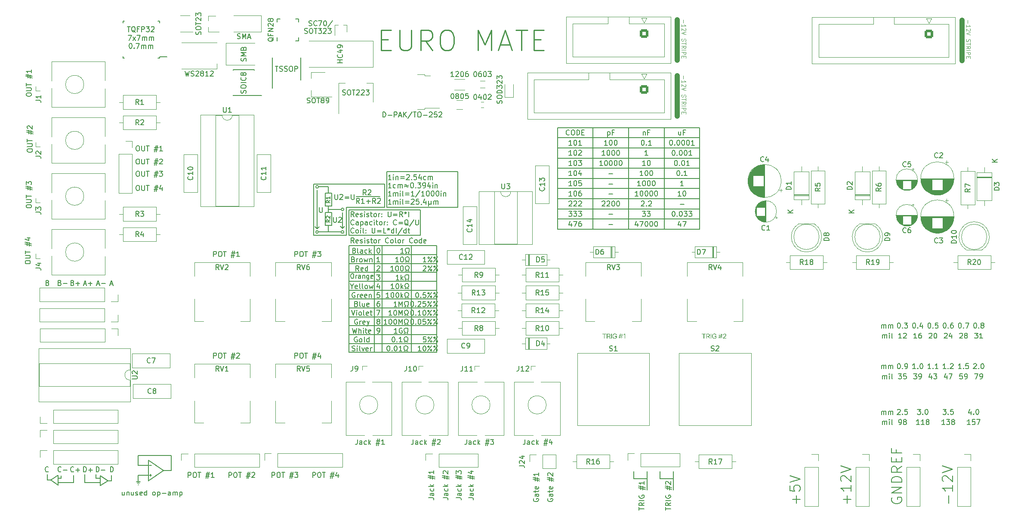
<source format=gto>
G04 #@! TF.GenerationSoftware,KiCad,Pcbnew,8.0.5*
G04 #@! TF.CreationDate,2024-11-03T10:01:33+01:00*
G04 #@! TF.ProjectId,euro-mate,6575726f-2d6d-4617-9465-2e6b69636164,rev?*
G04 #@! TF.SameCoordinates,Original*
G04 #@! TF.FileFunction,Legend,Top*
G04 #@! TF.FilePolarity,Positive*
%FSLAX46Y46*%
G04 Gerber Fmt 4.6, Leading zero omitted, Abs format (unit mm)*
G04 Created by KiCad (PCBNEW 8.0.5) date 2024-11-03 10:01:33*
%MOMM*%
%LPD*%
G01*
G04 APERTURE LIST*
G04 Aperture macros list*
%AMRoundRect*
0 Rectangle with rounded corners*
0 $1 Rounding radius*
0 $2 $3 $4 $5 $6 $7 $8 $9 X,Y pos of 4 corners*
0 Add a 4 corners polygon primitive as box body*
4,1,4,$2,$3,$4,$5,$6,$7,$8,$9,$2,$3,0*
0 Add four circle primitives for the rounded corners*
1,1,$1+$1,$2,$3*
1,1,$1+$1,$4,$5*
1,1,$1+$1,$6,$7*
1,1,$1+$1,$8,$9*
0 Add four rect primitives between the rounded corners*
20,1,$1+$1,$2,$3,$4,$5,0*
20,1,$1+$1,$4,$5,$6,$7,0*
20,1,$1+$1,$6,$7,$8,$9,0*
20,1,$1+$1,$8,$9,$2,$3,0*%
%AMOutline4P*
0 Free polygon, 4 corners , with rotation*
0 The origin of the aperture is its center*
0 number of corners: always 4*
0 $1 to $8 corner X, Y*
0 $9 Rotation angle, in degrees counterclockwise*
0 create outline with 4 corners*
4,1,4,$1,$2,$3,$4,$5,$6,$7,$8,$1,$2,$9*%
G04 Aperture macros list end*
%ADD10C,0.150000*%
%ADD11C,0.200000*%
%ADD12C,0.250000*%
%ADD13C,0.100000*%
%ADD14C,0.120000*%
%ADD15C,1.000000*%
%ADD16C,1.600000*%
%ADD17O,1.600000X1.600000*%
%ADD18R,1.830000X1.930000*%
%ADD19C,2.130000*%
%ADD20C,3.200000*%
%ADD21R,0.450000X0.700000*%
%ADD22R,1.700000X1.700000*%
%ADD23O,1.700000X1.700000*%
%ADD24R,1.930000X1.830000*%
%ADD25R,2.500000X2.300000*%
%ADD26C,1.750000*%
%ADD27C,4.000000*%
%ADD28C,2.500000*%
%ADD29R,0.900000X0.800000*%
%ADD30R,2.200000X2.200000*%
%ADD31O,2.200000X2.200000*%
%ADD32RoundRect,0.250000X-0.600000X0.600000X-0.600000X-0.600000X0.600000X-0.600000X0.600000X0.600000X0*%
%ADD33C,1.700000*%
%ADD34R,0.900000X1.700000*%
%ADD35R,1.600000X1.600000*%
%ADD36R,1.500000X2.000000*%
%ADD37R,3.800000X2.000000*%
%ADD38R,0.200000X0.800000*%
%ADD39R,0.800000X0.200000*%
%ADD40R,1.200000X1.200000*%
%ADD41R,1.500000X1.000000*%
%ADD42R,1.800000X1.000000*%
%ADD43Outline4P,-1.100000X-0.500000X1.100000X-0.500000X0.400000X0.500000X-0.400000X0.500000X270.000000*%
%ADD44R,1.840000X2.200000*%
%ADD45Outline4P,-1.100000X-0.425000X1.100000X-0.425000X0.500000X0.425000X-0.500000X0.425000X90.000000*%
%ADD46R,1.060000X0.650000*%
%ADD47R,0.700000X1.300000*%
%ADD48R,1.800000X1.800000*%
%ADD49C,1.800000*%
%ADD50R,1.600000X0.550000*%
%ADD51R,0.550000X1.600000*%
%ADD52C,8.600000*%
%ADD53R,1.550000X0.600000*%
%ADD54C,1.200000*%
%ADD55O,4.000000X4.000000*%
%ADD56R,0.450000X1.500000*%
%ADD57R,1.600000X2.400000*%
%ADD58O,1.600000X2.400000*%
%ADD59R,2.400000X1.600000*%
%ADD60O,2.400000X1.600000*%
%ADD61R,0.450000X0.600000*%
%ADD62R,2.500000X1.800000*%
%ADD63R,2.200000X1.200000*%
%ADD64R,6.400000X5.800000*%
%ADD65R,0.500000X0.900000*%
%ADD66R,0.400000X0.600000*%
%ADD67R,4.500000X2.000000*%
%ADD68R,1.600000X1.000000*%
G04 APERTURE END LIST*
D10*
X162738095Y-92288152D02*
X162738095Y-92954819D01*
X162500000Y-91907200D02*
X162261905Y-92621485D01*
X162261905Y-92621485D02*
X162880952Y-92621485D01*
X163166667Y-91954819D02*
X163833333Y-91954819D01*
X163833333Y-91954819D02*
X163404762Y-92954819D01*
X164642857Y-91954819D02*
X164452381Y-91954819D01*
X164452381Y-91954819D02*
X164357143Y-92002438D01*
X164357143Y-92002438D02*
X164309524Y-92050057D01*
X164309524Y-92050057D02*
X164214286Y-92192914D01*
X164214286Y-92192914D02*
X164166667Y-92383390D01*
X164166667Y-92383390D02*
X164166667Y-92764342D01*
X164166667Y-92764342D02*
X164214286Y-92859580D01*
X164214286Y-92859580D02*
X164261905Y-92907200D01*
X164261905Y-92907200D02*
X164357143Y-92954819D01*
X164357143Y-92954819D02*
X164547619Y-92954819D01*
X164547619Y-92954819D02*
X164642857Y-92907200D01*
X164642857Y-92907200D02*
X164690476Y-92859580D01*
X164690476Y-92859580D02*
X164738095Y-92764342D01*
X164738095Y-92764342D02*
X164738095Y-92526247D01*
X164738095Y-92526247D02*
X164690476Y-92431009D01*
X164690476Y-92431009D02*
X164642857Y-92383390D01*
X164642857Y-92383390D02*
X164547619Y-92335771D01*
X164547619Y-92335771D02*
X164357143Y-92335771D01*
X164357143Y-92335771D02*
X164261905Y-92383390D01*
X164261905Y-92383390D02*
X164214286Y-92431009D01*
X164214286Y-92431009D02*
X164166667Y-92526247D01*
X175785714Y-92288152D02*
X175785714Y-92954819D01*
X175547619Y-91907200D02*
X175309524Y-92621485D01*
X175309524Y-92621485D02*
X175928571Y-92621485D01*
X176214286Y-91954819D02*
X176880952Y-91954819D01*
X176880952Y-91954819D02*
X176452381Y-92954819D01*
X177452381Y-91954819D02*
X177547619Y-91954819D01*
X177547619Y-91954819D02*
X177642857Y-92002438D01*
X177642857Y-92002438D02*
X177690476Y-92050057D01*
X177690476Y-92050057D02*
X177738095Y-92145295D01*
X177738095Y-92145295D02*
X177785714Y-92335771D01*
X177785714Y-92335771D02*
X177785714Y-92573866D01*
X177785714Y-92573866D02*
X177738095Y-92764342D01*
X177738095Y-92764342D02*
X177690476Y-92859580D01*
X177690476Y-92859580D02*
X177642857Y-92907200D01*
X177642857Y-92907200D02*
X177547619Y-92954819D01*
X177547619Y-92954819D02*
X177452381Y-92954819D01*
X177452381Y-92954819D02*
X177357143Y-92907200D01*
X177357143Y-92907200D02*
X177309524Y-92859580D01*
X177309524Y-92859580D02*
X177261905Y-92764342D01*
X177261905Y-92764342D02*
X177214286Y-92573866D01*
X177214286Y-92573866D02*
X177214286Y-92335771D01*
X177214286Y-92335771D02*
X177261905Y-92145295D01*
X177261905Y-92145295D02*
X177309524Y-92050057D01*
X177309524Y-92050057D02*
X177357143Y-92002438D01*
X177357143Y-92002438D02*
X177452381Y-91954819D01*
X178404762Y-91954819D02*
X178500000Y-91954819D01*
X178500000Y-91954819D02*
X178595238Y-92002438D01*
X178595238Y-92002438D02*
X178642857Y-92050057D01*
X178642857Y-92050057D02*
X178690476Y-92145295D01*
X178690476Y-92145295D02*
X178738095Y-92335771D01*
X178738095Y-92335771D02*
X178738095Y-92573866D01*
X178738095Y-92573866D02*
X178690476Y-92764342D01*
X178690476Y-92764342D02*
X178642857Y-92859580D01*
X178642857Y-92859580D02*
X178595238Y-92907200D01*
X178595238Y-92907200D02*
X178500000Y-92954819D01*
X178500000Y-92954819D02*
X178404762Y-92954819D01*
X178404762Y-92954819D02*
X178309524Y-92907200D01*
X178309524Y-92907200D02*
X178261905Y-92859580D01*
X178261905Y-92859580D02*
X178214286Y-92764342D01*
X178214286Y-92764342D02*
X178166667Y-92573866D01*
X178166667Y-92573866D02*
X178166667Y-92335771D01*
X178166667Y-92335771D02*
X178214286Y-92145295D01*
X178214286Y-92145295D02*
X178261905Y-92050057D01*
X178261905Y-92050057D02*
X178309524Y-92002438D01*
X178309524Y-92002438D02*
X178404762Y-91954819D01*
X179357143Y-91954819D02*
X179452381Y-91954819D01*
X179452381Y-91954819D02*
X179547619Y-92002438D01*
X179547619Y-92002438D02*
X179595238Y-92050057D01*
X179595238Y-92050057D02*
X179642857Y-92145295D01*
X179642857Y-92145295D02*
X179690476Y-92335771D01*
X179690476Y-92335771D02*
X179690476Y-92573866D01*
X179690476Y-92573866D02*
X179642857Y-92764342D01*
X179642857Y-92764342D02*
X179595238Y-92859580D01*
X179595238Y-92859580D02*
X179547619Y-92907200D01*
X179547619Y-92907200D02*
X179452381Y-92954819D01*
X179452381Y-92954819D02*
X179357143Y-92954819D01*
X179357143Y-92954819D02*
X179261905Y-92907200D01*
X179261905Y-92907200D02*
X179214286Y-92859580D01*
X179214286Y-92859580D02*
X179166667Y-92764342D01*
X179166667Y-92764342D02*
X179119048Y-92573866D01*
X179119048Y-92573866D02*
X179119048Y-92335771D01*
X179119048Y-92335771D02*
X179166667Y-92145295D01*
X179166667Y-92145295D02*
X179214286Y-92050057D01*
X179214286Y-92050057D02*
X179261905Y-92002438D01*
X179261905Y-92002438D02*
X179357143Y-91954819D01*
X170119048Y-92573866D02*
X170880953Y-92573866D01*
X184214285Y-92288152D02*
X184214285Y-92954819D01*
X183976190Y-91907200D02*
X183738095Y-92621485D01*
X183738095Y-92621485D02*
X184357142Y-92621485D01*
X184642857Y-91954819D02*
X185309523Y-91954819D01*
X185309523Y-91954819D02*
X184880952Y-92954819D01*
X176690476Y-89954819D02*
X177309523Y-89954819D01*
X177309523Y-89954819D02*
X176976190Y-90335771D01*
X176976190Y-90335771D02*
X177119047Y-90335771D01*
X177119047Y-90335771D02*
X177214285Y-90383390D01*
X177214285Y-90383390D02*
X177261904Y-90431009D01*
X177261904Y-90431009D02*
X177309523Y-90526247D01*
X177309523Y-90526247D02*
X177309523Y-90764342D01*
X177309523Y-90764342D02*
X177261904Y-90859580D01*
X177261904Y-90859580D02*
X177214285Y-90907200D01*
X177214285Y-90907200D02*
X177119047Y-90954819D01*
X177119047Y-90954819D02*
X176833333Y-90954819D01*
X176833333Y-90954819D02*
X176738095Y-90907200D01*
X176738095Y-90907200D02*
X176690476Y-90859580D01*
X177642857Y-89954819D02*
X178261904Y-89954819D01*
X178261904Y-89954819D02*
X177928571Y-90335771D01*
X177928571Y-90335771D02*
X178071428Y-90335771D01*
X178071428Y-90335771D02*
X178166666Y-90383390D01*
X178166666Y-90383390D02*
X178214285Y-90431009D01*
X178214285Y-90431009D02*
X178261904Y-90526247D01*
X178261904Y-90526247D02*
X178261904Y-90764342D01*
X178261904Y-90764342D02*
X178214285Y-90859580D01*
X178214285Y-90859580D02*
X178166666Y-90907200D01*
X178166666Y-90907200D02*
X178071428Y-90954819D01*
X178071428Y-90954819D02*
X177785714Y-90954819D01*
X177785714Y-90954819D02*
X177690476Y-90907200D01*
X177690476Y-90907200D02*
X177642857Y-90859580D01*
X182785714Y-89954819D02*
X182880952Y-89954819D01*
X182880952Y-89954819D02*
X182976190Y-90002438D01*
X182976190Y-90002438D02*
X183023809Y-90050057D01*
X183023809Y-90050057D02*
X183071428Y-90145295D01*
X183071428Y-90145295D02*
X183119047Y-90335771D01*
X183119047Y-90335771D02*
X183119047Y-90573866D01*
X183119047Y-90573866D02*
X183071428Y-90764342D01*
X183071428Y-90764342D02*
X183023809Y-90859580D01*
X183023809Y-90859580D02*
X182976190Y-90907200D01*
X182976190Y-90907200D02*
X182880952Y-90954819D01*
X182880952Y-90954819D02*
X182785714Y-90954819D01*
X182785714Y-90954819D02*
X182690476Y-90907200D01*
X182690476Y-90907200D02*
X182642857Y-90859580D01*
X182642857Y-90859580D02*
X182595238Y-90764342D01*
X182595238Y-90764342D02*
X182547619Y-90573866D01*
X182547619Y-90573866D02*
X182547619Y-90335771D01*
X182547619Y-90335771D02*
X182595238Y-90145295D01*
X182595238Y-90145295D02*
X182642857Y-90050057D01*
X182642857Y-90050057D02*
X182690476Y-90002438D01*
X182690476Y-90002438D02*
X182785714Y-89954819D01*
X183547619Y-90859580D02*
X183595238Y-90907200D01*
X183595238Y-90907200D02*
X183547619Y-90954819D01*
X183547619Y-90954819D02*
X183500000Y-90907200D01*
X183500000Y-90907200D02*
X183547619Y-90859580D01*
X183547619Y-90859580D02*
X183547619Y-90954819D01*
X184214285Y-89954819D02*
X184309523Y-89954819D01*
X184309523Y-89954819D02*
X184404761Y-90002438D01*
X184404761Y-90002438D02*
X184452380Y-90050057D01*
X184452380Y-90050057D02*
X184499999Y-90145295D01*
X184499999Y-90145295D02*
X184547618Y-90335771D01*
X184547618Y-90335771D02*
X184547618Y-90573866D01*
X184547618Y-90573866D02*
X184499999Y-90764342D01*
X184499999Y-90764342D02*
X184452380Y-90859580D01*
X184452380Y-90859580D02*
X184404761Y-90907200D01*
X184404761Y-90907200D02*
X184309523Y-90954819D01*
X184309523Y-90954819D02*
X184214285Y-90954819D01*
X184214285Y-90954819D02*
X184119047Y-90907200D01*
X184119047Y-90907200D02*
X184071428Y-90859580D01*
X184071428Y-90859580D02*
X184023809Y-90764342D01*
X184023809Y-90764342D02*
X183976190Y-90573866D01*
X183976190Y-90573866D02*
X183976190Y-90335771D01*
X183976190Y-90335771D02*
X184023809Y-90145295D01*
X184023809Y-90145295D02*
X184071428Y-90050057D01*
X184071428Y-90050057D02*
X184119047Y-90002438D01*
X184119047Y-90002438D02*
X184214285Y-89954819D01*
X184880952Y-89954819D02*
X185499999Y-89954819D01*
X185499999Y-89954819D02*
X185166666Y-90335771D01*
X185166666Y-90335771D02*
X185309523Y-90335771D01*
X185309523Y-90335771D02*
X185404761Y-90383390D01*
X185404761Y-90383390D02*
X185452380Y-90431009D01*
X185452380Y-90431009D02*
X185499999Y-90526247D01*
X185499999Y-90526247D02*
X185499999Y-90764342D01*
X185499999Y-90764342D02*
X185452380Y-90859580D01*
X185452380Y-90859580D02*
X185404761Y-90907200D01*
X185404761Y-90907200D02*
X185309523Y-90954819D01*
X185309523Y-90954819D02*
X185023809Y-90954819D01*
X185023809Y-90954819D02*
X184928571Y-90907200D01*
X184928571Y-90907200D02*
X184880952Y-90859580D01*
X185833333Y-89954819D02*
X186452380Y-89954819D01*
X186452380Y-89954819D02*
X186119047Y-90335771D01*
X186119047Y-90335771D02*
X186261904Y-90335771D01*
X186261904Y-90335771D02*
X186357142Y-90383390D01*
X186357142Y-90383390D02*
X186404761Y-90431009D01*
X186404761Y-90431009D02*
X186452380Y-90526247D01*
X186452380Y-90526247D02*
X186452380Y-90764342D01*
X186452380Y-90764342D02*
X186404761Y-90859580D01*
X186404761Y-90859580D02*
X186357142Y-90907200D01*
X186357142Y-90907200D02*
X186261904Y-90954819D01*
X186261904Y-90954819D02*
X185976190Y-90954819D01*
X185976190Y-90954819D02*
X185880952Y-90907200D01*
X185880952Y-90907200D02*
X185833333Y-90859580D01*
X162214286Y-89954819D02*
X162833333Y-89954819D01*
X162833333Y-89954819D02*
X162500000Y-90335771D01*
X162500000Y-90335771D02*
X162642857Y-90335771D01*
X162642857Y-90335771D02*
X162738095Y-90383390D01*
X162738095Y-90383390D02*
X162785714Y-90431009D01*
X162785714Y-90431009D02*
X162833333Y-90526247D01*
X162833333Y-90526247D02*
X162833333Y-90764342D01*
X162833333Y-90764342D02*
X162785714Y-90859580D01*
X162785714Y-90859580D02*
X162738095Y-90907200D01*
X162738095Y-90907200D02*
X162642857Y-90954819D01*
X162642857Y-90954819D02*
X162357143Y-90954819D01*
X162357143Y-90954819D02*
X162261905Y-90907200D01*
X162261905Y-90907200D02*
X162214286Y-90859580D01*
X163166667Y-89954819D02*
X163785714Y-89954819D01*
X163785714Y-89954819D02*
X163452381Y-90335771D01*
X163452381Y-90335771D02*
X163595238Y-90335771D01*
X163595238Y-90335771D02*
X163690476Y-90383390D01*
X163690476Y-90383390D02*
X163738095Y-90431009D01*
X163738095Y-90431009D02*
X163785714Y-90526247D01*
X163785714Y-90526247D02*
X163785714Y-90764342D01*
X163785714Y-90764342D02*
X163738095Y-90859580D01*
X163738095Y-90859580D02*
X163690476Y-90907200D01*
X163690476Y-90907200D02*
X163595238Y-90954819D01*
X163595238Y-90954819D02*
X163309524Y-90954819D01*
X163309524Y-90954819D02*
X163214286Y-90907200D01*
X163214286Y-90907200D02*
X163166667Y-90859580D01*
X164119048Y-89954819D02*
X164738095Y-89954819D01*
X164738095Y-89954819D02*
X164404762Y-90335771D01*
X164404762Y-90335771D02*
X164547619Y-90335771D01*
X164547619Y-90335771D02*
X164642857Y-90383390D01*
X164642857Y-90383390D02*
X164690476Y-90431009D01*
X164690476Y-90431009D02*
X164738095Y-90526247D01*
X164738095Y-90526247D02*
X164738095Y-90764342D01*
X164738095Y-90764342D02*
X164690476Y-90859580D01*
X164690476Y-90859580D02*
X164642857Y-90907200D01*
X164642857Y-90907200D02*
X164547619Y-90954819D01*
X164547619Y-90954819D02*
X164261905Y-90954819D01*
X164261905Y-90954819D02*
X164166667Y-90907200D01*
X164166667Y-90907200D02*
X164119048Y-90859580D01*
X170119048Y-90573866D02*
X170880953Y-90573866D01*
X160000000Y-91500000D02*
X188000000Y-91500000D01*
X170119048Y-86573866D02*
X170880953Y-86573866D01*
X184119048Y-88573866D02*
X184880953Y-88573866D01*
X176500000Y-88050057D02*
X176547619Y-88002438D01*
X176547619Y-88002438D02*
X176642857Y-87954819D01*
X176642857Y-87954819D02*
X176880952Y-87954819D01*
X176880952Y-87954819D02*
X176976190Y-88002438D01*
X176976190Y-88002438D02*
X177023809Y-88050057D01*
X177023809Y-88050057D02*
X177071428Y-88145295D01*
X177071428Y-88145295D02*
X177071428Y-88240533D01*
X177071428Y-88240533D02*
X177023809Y-88383390D01*
X177023809Y-88383390D02*
X176452381Y-88954819D01*
X176452381Y-88954819D02*
X177071428Y-88954819D01*
X177500000Y-88859580D02*
X177547619Y-88907200D01*
X177547619Y-88907200D02*
X177500000Y-88954819D01*
X177500000Y-88954819D02*
X177452381Y-88907200D01*
X177452381Y-88907200D02*
X177500000Y-88859580D01*
X177500000Y-88859580D02*
X177500000Y-88954819D01*
X177928571Y-88050057D02*
X177976190Y-88002438D01*
X177976190Y-88002438D02*
X178071428Y-87954819D01*
X178071428Y-87954819D02*
X178309523Y-87954819D01*
X178309523Y-87954819D02*
X178404761Y-88002438D01*
X178404761Y-88002438D02*
X178452380Y-88050057D01*
X178452380Y-88050057D02*
X178499999Y-88145295D01*
X178499999Y-88145295D02*
X178499999Y-88240533D01*
X178499999Y-88240533D02*
X178452380Y-88383390D01*
X178452380Y-88383390D02*
X177880952Y-88954819D01*
X177880952Y-88954819D02*
X178499999Y-88954819D01*
X168785714Y-88050057D02*
X168833333Y-88002438D01*
X168833333Y-88002438D02*
X168928571Y-87954819D01*
X168928571Y-87954819D02*
X169166666Y-87954819D01*
X169166666Y-87954819D02*
X169261904Y-88002438D01*
X169261904Y-88002438D02*
X169309523Y-88050057D01*
X169309523Y-88050057D02*
X169357142Y-88145295D01*
X169357142Y-88145295D02*
X169357142Y-88240533D01*
X169357142Y-88240533D02*
X169309523Y-88383390D01*
X169309523Y-88383390D02*
X168738095Y-88954819D01*
X168738095Y-88954819D02*
X169357142Y-88954819D01*
X169738095Y-88050057D02*
X169785714Y-88002438D01*
X169785714Y-88002438D02*
X169880952Y-87954819D01*
X169880952Y-87954819D02*
X170119047Y-87954819D01*
X170119047Y-87954819D02*
X170214285Y-88002438D01*
X170214285Y-88002438D02*
X170261904Y-88050057D01*
X170261904Y-88050057D02*
X170309523Y-88145295D01*
X170309523Y-88145295D02*
X170309523Y-88240533D01*
X170309523Y-88240533D02*
X170261904Y-88383390D01*
X170261904Y-88383390D02*
X169690476Y-88954819D01*
X169690476Y-88954819D02*
X170309523Y-88954819D01*
X170928571Y-87954819D02*
X171023809Y-87954819D01*
X171023809Y-87954819D02*
X171119047Y-88002438D01*
X171119047Y-88002438D02*
X171166666Y-88050057D01*
X171166666Y-88050057D02*
X171214285Y-88145295D01*
X171214285Y-88145295D02*
X171261904Y-88335771D01*
X171261904Y-88335771D02*
X171261904Y-88573866D01*
X171261904Y-88573866D02*
X171214285Y-88764342D01*
X171214285Y-88764342D02*
X171166666Y-88859580D01*
X171166666Y-88859580D02*
X171119047Y-88907200D01*
X171119047Y-88907200D02*
X171023809Y-88954819D01*
X171023809Y-88954819D02*
X170928571Y-88954819D01*
X170928571Y-88954819D02*
X170833333Y-88907200D01*
X170833333Y-88907200D02*
X170785714Y-88859580D01*
X170785714Y-88859580D02*
X170738095Y-88764342D01*
X170738095Y-88764342D02*
X170690476Y-88573866D01*
X170690476Y-88573866D02*
X170690476Y-88335771D01*
X170690476Y-88335771D02*
X170738095Y-88145295D01*
X170738095Y-88145295D02*
X170785714Y-88050057D01*
X170785714Y-88050057D02*
X170833333Y-88002438D01*
X170833333Y-88002438D02*
X170928571Y-87954819D01*
X171880952Y-87954819D02*
X171976190Y-87954819D01*
X171976190Y-87954819D02*
X172071428Y-88002438D01*
X172071428Y-88002438D02*
X172119047Y-88050057D01*
X172119047Y-88050057D02*
X172166666Y-88145295D01*
X172166666Y-88145295D02*
X172214285Y-88335771D01*
X172214285Y-88335771D02*
X172214285Y-88573866D01*
X172214285Y-88573866D02*
X172166666Y-88764342D01*
X172166666Y-88764342D02*
X172119047Y-88859580D01*
X172119047Y-88859580D02*
X172071428Y-88907200D01*
X172071428Y-88907200D02*
X171976190Y-88954819D01*
X171976190Y-88954819D02*
X171880952Y-88954819D01*
X171880952Y-88954819D02*
X171785714Y-88907200D01*
X171785714Y-88907200D02*
X171738095Y-88859580D01*
X171738095Y-88859580D02*
X171690476Y-88764342D01*
X171690476Y-88764342D02*
X171642857Y-88573866D01*
X171642857Y-88573866D02*
X171642857Y-88335771D01*
X171642857Y-88335771D02*
X171690476Y-88145295D01*
X171690476Y-88145295D02*
X171738095Y-88050057D01*
X171738095Y-88050057D02*
X171785714Y-88002438D01*
X171785714Y-88002438D02*
X171880952Y-87954819D01*
X162261905Y-88050057D02*
X162309524Y-88002438D01*
X162309524Y-88002438D02*
X162404762Y-87954819D01*
X162404762Y-87954819D02*
X162642857Y-87954819D01*
X162642857Y-87954819D02*
X162738095Y-88002438D01*
X162738095Y-88002438D02*
X162785714Y-88050057D01*
X162785714Y-88050057D02*
X162833333Y-88145295D01*
X162833333Y-88145295D02*
X162833333Y-88240533D01*
X162833333Y-88240533D02*
X162785714Y-88383390D01*
X162785714Y-88383390D02*
X162214286Y-88954819D01*
X162214286Y-88954819D02*
X162833333Y-88954819D01*
X163214286Y-88050057D02*
X163261905Y-88002438D01*
X163261905Y-88002438D02*
X163357143Y-87954819D01*
X163357143Y-87954819D02*
X163595238Y-87954819D01*
X163595238Y-87954819D02*
X163690476Y-88002438D01*
X163690476Y-88002438D02*
X163738095Y-88050057D01*
X163738095Y-88050057D02*
X163785714Y-88145295D01*
X163785714Y-88145295D02*
X163785714Y-88240533D01*
X163785714Y-88240533D02*
X163738095Y-88383390D01*
X163738095Y-88383390D02*
X163166667Y-88954819D01*
X163166667Y-88954819D02*
X163785714Y-88954819D01*
X164166667Y-88050057D02*
X164214286Y-88002438D01*
X164214286Y-88002438D02*
X164309524Y-87954819D01*
X164309524Y-87954819D02*
X164547619Y-87954819D01*
X164547619Y-87954819D02*
X164642857Y-88002438D01*
X164642857Y-88002438D02*
X164690476Y-88050057D01*
X164690476Y-88050057D02*
X164738095Y-88145295D01*
X164738095Y-88145295D02*
X164738095Y-88240533D01*
X164738095Y-88240533D02*
X164690476Y-88383390D01*
X164690476Y-88383390D02*
X164119048Y-88954819D01*
X164119048Y-88954819D02*
X164738095Y-88954819D01*
X184309523Y-86954819D02*
X183738095Y-86954819D01*
X184023809Y-86954819D02*
X184023809Y-85954819D01*
X184023809Y-85954819D02*
X183928571Y-86097676D01*
X183928571Y-86097676D02*
X183833333Y-86192914D01*
X183833333Y-86192914D02*
X183738095Y-86240533D01*
X184928571Y-85954819D02*
X185023809Y-85954819D01*
X185023809Y-85954819D02*
X185119047Y-86002438D01*
X185119047Y-86002438D02*
X185166666Y-86050057D01*
X185166666Y-86050057D02*
X185214285Y-86145295D01*
X185214285Y-86145295D02*
X185261904Y-86335771D01*
X185261904Y-86335771D02*
X185261904Y-86573866D01*
X185261904Y-86573866D02*
X185214285Y-86764342D01*
X185214285Y-86764342D02*
X185166666Y-86859580D01*
X185166666Y-86859580D02*
X185119047Y-86907200D01*
X185119047Y-86907200D02*
X185023809Y-86954819D01*
X185023809Y-86954819D02*
X184928571Y-86954819D01*
X184928571Y-86954819D02*
X184833333Y-86907200D01*
X184833333Y-86907200D02*
X184785714Y-86859580D01*
X184785714Y-86859580D02*
X184738095Y-86764342D01*
X184738095Y-86764342D02*
X184690476Y-86573866D01*
X184690476Y-86573866D02*
X184690476Y-86335771D01*
X184690476Y-86335771D02*
X184738095Y-86145295D01*
X184738095Y-86145295D02*
X184785714Y-86050057D01*
X184785714Y-86050057D02*
X184833333Y-86002438D01*
X184833333Y-86002438D02*
X184928571Y-85954819D01*
X175880952Y-86954819D02*
X175309524Y-86954819D01*
X175595238Y-86954819D02*
X175595238Y-85954819D01*
X175595238Y-85954819D02*
X175500000Y-86097676D01*
X175500000Y-86097676D02*
X175404762Y-86192914D01*
X175404762Y-86192914D02*
X175309524Y-86240533D01*
X176500000Y-85954819D02*
X176595238Y-85954819D01*
X176595238Y-85954819D02*
X176690476Y-86002438D01*
X176690476Y-86002438D02*
X176738095Y-86050057D01*
X176738095Y-86050057D02*
X176785714Y-86145295D01*
X176785714Y-86145295D02*
X176833333Y-86335771D01*
X176833333Y-86335771D02*
X176833333Y-86573866D01*
X176833333Y-86573866D02*
X176785714Y-86764342D01*
X176785714Y-86764342D02*
X176738095Y-86859580D01*
X176738095Y-86859580D02*
X176690476Y-86907200D01*
X176690476Y-86907200D02*
X176595238Y-86954819D01*
X176595238Y-86954819D02*
X176500000Y-86954819D01*
X176500000Y-86954819D02*
X176404762Y-86907200D01*
X176404762Y-86907200D02*
X176357143Y-86859580D01*
X176357143Y-86859580D02*
X176309524Y-86764342D01*
X176309524Y-86764342D02*
X176261905Y-86573866D01*
X176261905Y-86573866D02*
X176261905Y-86335771D01*
X176261905Y-86335771D02*
X176309524Y-86145295D01*
X176309524Y-86145295D02*
X176357143Y-86050057D01*
X176357143Y-86050057D02*
X176404762Y-86002438D01*
X176404762Y-86002438D02*
X176500000Y-85954819D01*
X177452381Y-85954819D02*
X177547619Y-85954819D01*
X177547619Y-85954819D02*
X177642857Y-86002438D01*
X177642857Y-86002438D02*
X177690476Y-86050057D01*
X177690476Y-86050057D02*
X177738095Y-86145295D01*
X177738095Y-86145295D02*
X177785714Y-86335771D01*
X177785714Y-86335771D02*
X177785714Y-86573866D01*
X177785714Y-86573866D02*
X177738095Y-86764342D01*
X177738095Y-86764342D02*
X177690476Y-86859580D01*
X177690476Y-86859580D02*
X177642857Y-86907200D01*
X177642857Y-86907200D02*
X177547619Y-86954819D01*
X177547619Y-86954819D02*
X177452381Y-86954819D01*
X177452381Y-86954819D02*
X177357143Y-86907200D01*
X177357143Y-86907200D02*
X177309524Y-86859580D01*
X177309524Y-86859580D02*
X177261905Y-86764342D01*
X177261905Y-86764342D02*
X177214286Y-86573866D01*
X177214286Y-86573866D02*
X177214286Y-86335771D01*
X177214286Y-86335771D02*
X177261905Y-86145295D01*
X177261905Y-86145295D02*
X177309524Y-86050057D01*
X177309524Y-86050057D02*
X177357143Y-86002438D01*
X177357143Y-86002438D02*
X177452381Y-85954819D01*
X178404762Y-85954819D02*
X178500000Y-85954819D01*
X178500000Y-85954819D02*
X178595238Y-86002438D01*
X178595238Y-86002438D02*
X178642857Y-86050057D01*
X178642857Y-86050057D02*
X178690476Y-86145295D01*
X178690476Y-86145295D02*
X178738095Y-86335771D01*
X178738095Y-86335771D02*
X178738095Y-86573866D01*
X178738095Y-86573866D02*
X178690476Y-86764342D01*
X178690476Y-86764342D02*
X178642857Y-86859580D01*
X178642857Y-86859580D02*
X178595238Y-86907200D01*
X178595238Y-86907200D02*
X178500000Y-86954819D01*
X178500000Y-86954819D02*
X178404762Y-86954819D01*
X178404762Y-86954819D02*
X178309524Y-86907200D01*
X178309524Y-86907200D02*
X178261905Y-86859580D01*
X178261905Y-86859580D02*
X178214286Y-86764342D01*
X178214286Y-86764342D02*
X178166667Y-86573866D01*
X178166667Y-86573866D02*
X178166667Y-86335771D01*
X178166667Y-86335771D02*
X178214286Y-86145295D01*
X178214286Y-86145295D02*
X178261905Y-86050057D01*
X178261905Y-86050057D02*
X178309524Y-86002438D01*
X178309524Y-86002438D02*
X178404762Y-85954819D01*
X179357143Y-85954819D02*
X179452381Y-85954819D01*
X179452381Y-85954819D02*
X179547619Y-86002438D01*
X179547619Y-86002438D02*
X179595238Y-86050057D01*
X179595238Y-86050057D02*
X179642857Y-86145295D01*
X179642857Y-86145295D02*
X179690476Y-86335771D01*
X179690476Y-86335771D02*
X179690476Y-86573866D01*
X179690476Y-86573866D02*
X179642857Y-86764342D01*
X179642857Y-86764342D02*
X179595238Y-86859580D01*
X179595238Y-86859580D02*
X179547619Y-86907200D01*
X179547619Y-86907200D02*
X179452381Y-86954819D01*
X179452381Y-86954819D02*
X179357143Y-86954819D01*
X179357143Y-86954819D02*
X179261905Y-86907200D01*
X179261905Y-86907200D02*
X179214286Y-86859580D01*
X179214286Y-86859580D02*
X179166667Y-86764342D01*
X179166667Y-86764342D02*
X179119048Y-86573866D01*
X179119048Y-86573866D02*
X179119048Y-86335771D01*
X179119048Y-86335771D02*
X179166667Y-86145295D01*
X179166667Y-86145295D02*
X179214286Y-86050057D01*
X179214286Y-86050057D02*
X179261905Y-86002438D01*
X179261905Y-86002438D02*
X179357143Y-85954819D01*
X162833333Y-86954819D02*
X162261905Y-86954819D01*
X162547619Y-86954819D02*
X162547619Y-85954819D01*
X162547619Y-85954819D02*
X162452381Y-86097676D01*
X162452381Y-86097676D02*
X162357143Y-86192914D01*
X162357143Y-86192914D02*
X162261905Y-86240533D01*
X163452381Y-85954819D02*
X163547619Y-85954819D01*
X163547619Y-85954819D02*
X163642857Y-86002438D01*
X163642857Y-86002438D02*
X163690476Y-86050057D01*
X163690476Y-86050057D02*
X163738095Y-86145295D01*
X163738095Y-86145295D02*
X163785714Y-86335771D01*
X163785714Y-86335771D02*
X163785714Y-86573866D01*
X163785714Y-86573866D02*
X163738095Y-86764342D01*
X163738095Y-86764342D02*
X163690476Y-86859580D01*
X163690476Y-86859580D02*
X163642857Y-86907200D01*
X163642857Y-86907200D02*
X163547619Y-86954819D01*
X163547619Y-86954819D02*
X163452381Y-86954819D01*
X163452381Y-86954819D02*
X163357143Y-86907200D01*
X163357143Y-86907200D02*
X163309524Y-86859580D01*
X163309524Y-86859580D02*
X163261905Y-86764342D01*
X163261905Y-86764342D02*
X163214286Y-86573866D01*
X163214286Y-86573866D02*
X163214286Y-86335771D01*
X163214286Y-86335771D02*
X163261905Y-86145295D01*
X163261905Y-86145295D02*
X163309524Y-86050057D01*
X163309524Y-86050057D02*
X163357143Y-86002438D01*
X163357143Y-86002438D02*
X163452381Y-85954819D01*
X164642857Y-85954819D02*
X164452381Y-85954819D01*
X164452381Y-85954819D02*
X164357143Y-86002438D01*
X164357143Y-86002438D02*
X164309524Y-86050057D01*
X164309524Y-86050057D02*
X164214286Y-86192914D01*
X164214286Y-86192914D02*
X164166667Y-86383390D01*
X164166667Y-86383390D02*
X164166667Y-86764342D01*
X164166667Y-86764342D02*
X164214286Y-86859580D01*
X164214286Y-86859580D02*
X164261905Y-86907200D01*
X164261905Y-86907200D02*
X164357143Y-86954819D01*
X164357143Y-86954819D02*
X164547619Y-86954819D01*
X164547619Y-86954819D02*
X164642857Y-86907200D01*
X164642857Y-86907200D02*
X164690476Y-86859580D01*
X164690476Y-86859580D02*
X164738095Y-86764342D01*
X164738095Y-86764342D02*
X164738095Y-86526247D01*
X164738095Y-86526247D02*
X164690476Y-86431009D01*
X164690476Y-86431009D02*
X164642857Y-86383390D01*
X164642857Y-86383390D02*
X164547619Y-86335771D01*
X164547619Y-86335771D02*
X164357143Y-86335771D01*
X164357143Y-86335771D02*
X164261905Y-86383390D01*
X164261905Y-86383390D02*
X164214286Y-86431009D01*
X164214286Y-86431009D02*
X164166667Y-86526247D01*
X184785714Y-84954819D02*
X184214286Y-84954819D01*
X184500000Y-84954819D02*
X184500000Y-83954819D01*
X184500000Y-83954819D02*
X184404762Y-84097676D01*
X184404762Y-84097676D02*
X184309524Y-84192914D01*
X184309524Y-84192914D02*
X184214286Y-84240533D01*
X176357142Y-84954819D02*
X175785714Y-84954819D01*
X176071428Y-84954819D02*
X176071428Y-83954819D01*
X176071428Y-83954819D02*
X175976190Y-84097676D01*
X175976190Y-84097676D02*
X175880952Y-84192914D01*
X175880952Y-84192914D02*
X175785714Y-84240533D01*
X176976190Y-83954819D02*
X177071428Y-83954819D01*
X177071428Y-83954819D02*
X177166666Y-84002438D01*
X177166666Y-84002438D02*
X177214285Y-84050057D01*
X177214285Y-84050057D02*
X177261904Y-84145295D01*
X177261904Y-84145295D02*
X177309523Y-84335771D01*
X177309523Y-84335771D02*
X177309523Y-84573866D01*
X177309523Y-84573866D02*
X177261904Y-84764342D01*
X177261904Y-84764342D02*
X177214285Y-84859580D01*
X177214285Y-84859580D02*
X177166666Y-84907200D01*
X177166666Y-84907200D02*
X177071428Y-84954819D01*
X177071428Y-84954819D02*
X176976190Y-84954819D01*
X176976190Y-84954819D02*
X176880952Y-84907200D01*
X176880952Y-84907200D02*
X176833333Y-84859580D01*
X176833333Y-84859580D02*
X176785714Y-84764342D01*
X176785714Y-84764342D02*
X176738095Y-84573866D01*
X176738095Y-84573866D02*
X176738095Y-84335771D01*
X176738095Y-84335771D02*
X176785714Y-84145295D01*
X176785714Y-84145295D02*
X176833333Y-84050057D01*
X176833333Y-84050057D02*
X176880952Y-84002438D01*
X176880952Y-84002438D02*
X176976190Y-83954819D01*
X177928571Y-83954819D02*
X178023809Y-83954819D01*
X178023809Y-83954819D02*
X178119047Y-84002438D01*
X178119047Y-84002438D02*
X178166666Y-84050057D01*
X178166666Y-84050057D02*
X178214285Y-84145295D01*
X178214285Y-84145295D02*
X178261904Y-84335771D01*
X178261904Y-84335771D02*
X178261904Y-84573866D01*
X178261904Y-84573866D02*
X178214285Y-84764342D01*
X178214285Y-84764342D02*
X178166666Y-84859580D01*
X178166666Y-84859580D02*
X178119047Y-84907200D01*
X178119047Y-84907200D02*
X178023809Y-84954819D01*
X178023809Y-84954819D02*
X177928571Y-84954819D01*
X177928571Y-84954819D02*
X177833333Y-84907200D01*
X177833333Y-84907200D02*
X177785714Y-84859580D01*
X177785714Y-84859580D02*
X177738095Y-84764342D01*
X177738095Y-84764342D02*
X177690476Y-84573866D01*
X177690476Y-84573866D02*
X177690476Y-84335771D01*
X177690476Y-84335771D02*
X177738095Y-84145295D01*
X177738095Y-84145295D02*
X177785714Y-84050057D01*
X177785714Y-84050057D02*
X177833333Y-84002438D01*
X177833333Y-84002438D02*
X177928571Y-83954819D01*
X178880952Y-83954819D02*
X178976190Y-83954819D01*
X178976190Y-83954819D02*
X179071428Y-84002438D01*
X179071428Y-84002438D02*
X179119047Y-84050057D01*
X179119047Y-84050057D02*
X179166666Y-84145295D01*
X179166666Y-84145295D02*
X179214285Y-84335771D01*
X179214285Y-84335771D02*
X179214285Y-84573866D01*
X179214285Y-84573866D02*
X179166666Y-84764342D01*
X179166666Y-84764342D02*
X179119047Y-84859580D01*
X179119047Y-84859580D02*
X179071428Y-84907200D01*
X179071428Y-84907200D02*
X178976190Y-84954819D01*
X178976190Y-84954819D02*
X178880952Y-84954819D01*
X178880952Y-84954819D02*
X178785714Y-84907200D01*
X178785714Y-84907200D02*
X178738095Y-84859580D01*
X178738095Y-84859580D02*
X178690476Y-84764342D01*
X178690476Y-84764342D02*
X178642857Y-84573866D01*
X178642857Y-84573866D02*
X178642857Y-84335771D01*
X178642857Y-84335771D02*
X178690476Y-84145295D01*
X178690476Y-84145295D02*
X178738095Y-84050057D01*
X178738095Y-84050057D02*
X178785714Y-84002438D01*
X178785714Y-84002438D02*
X178880952Y-83954819D01*
X170119048Y-84573866D02*
X170880953Y-84573866D01*
X162833333Y-84954819D02*
X162261905Y-84954819D01*
X162547619Y-84954819D02*
X162547619Y-83954819D01*
X162547619Y-83954819D02*
X162452381Y-84097676D01*
X162452381Y-84097676D02*
X162357143Y-84192914D01*
X162357143Y-84192914D02*
X162261905Y-84240533D01*
X163452381Y-83954819D02*
X163547619Y-83954819D01*
X163547619Y-83954819D02*
X163642857Y-84002438D01*
X163642857Y-84002438D02*
X163690476Y-84050057D01*
X163690476Y-84050057D02*
X163738095Y-84145295D01*
X163738095Y-84145295D02*
X163785714Y-84335771D01*
X163785714Y-84335771D02*
X163785714Y-84573866D01*
X163785714Y-84573866D02*
X163738095Y-84764342D01*
X163738095Y-84764342D02*
X163690476Y-84859580D01*
X163690476Y-84859580D02*
X163642857Y-84907200D01*
X163642857Y-84907200D02*
X163547619Y-84954819D01*
X163547619Y-84954819D02*
X163452381Y-84954819D01*
X163452381Y-84954819D02*
X163357143Y-84907200D01*
X163357143Y-84907200D02*
X163309524Y-84859580D01*
X163309524Y-84859580D02*
X163261905Y-84764342D01*
X163261905Y-84764342D02*
X163214286Y-84573866D01*
X163214286Y-84573866D02*
X163214286Y-84335771D01*
X163214286Y-84335771D02*
X163261905Y-84145295D01*
X163261905Y-84145295D02*
X163309524Y-84050057D01*
X163309524Y-84050057D02*
X163357143Y-84002438D01*
X163357143Y-84002438D02*
X163452381Y-83954819D01*
X164690476Y-83954819D02*
X164214286Y-83954819D01*
X164214286Y-83954819D02*
X164166667Y-84431009D01*
X164166667Y-84431009D02*
X164214286Y-84383390D01*
X164214286Y-84383390D02*
X164309524Y-84335771D01*
X164309524Y-84335771D02*
X164547619Y-84335771D01*
X164547619Y-84335771D02*
X164642857Y-84383390D01*
X164642857Y-84383390D02*
X164690476Y-84431009D01*
X164690476Y-84431009D02*
X164738095Y-84526247D01*
X164738095Y-84526247D02*
X164738095Y-84764342D01*
X164738095Y-84764342D02*
X164690476Y-84859580D01*
X164690476Y-84859580D02*
X164642857Y-84907200D01*
X164642857Y-84907200D02*
X164547619Y-84954819D01*
X164547619Y-84954819D02*
X164309524Y-84954819D01*
X164309524Y-84954819D02*
X164214286Y-84907200D01*
X164214286Y-84907200D02*
X164166667Y-84859580D01*
X183738095Y-81954819D02*
X183833333Y-81954819D01*
X183833333Y-81954819D02*
X183928571Y-82002438D01*
X183928571Y-82002438D02*
X183976190Y-82050057D01*
X183976190Y-82050057D02*
X184023809Y-82145295D01*
X184023809Y-82145295D02*
X184071428Y-82335771D01*
X184071428Y-82335771D02*
X184071428Y-82573866D01*
X184071428Y-82573866D02*
X184023809Y-82764342D01*
X184023809Y-82764342D02*
X183976190Y-82859580D01*
X183976190Y-82859580D02*
X183928571Y-82907200D01*
X183928571Y-82907200D02*
X183833333Y-82954819D01*
X183833333Y-82954819D02*
X183738095Y-82954819D01*
X183738095Y-82954819D02*
X183642857Y-82907200D01*
X183642857Y-82907200D02*
X183595238Y-82859580D01*
X183595238Y-82859580D02*
X183547619Y-82764342D01*
X183547619Y-82764342D02*
X183500000Y-82573866D01*
X183500000Y-82573866D02*
X183500000Y-82335771D01*
X183500000Y-82335771D02*
X183547619Y-82145295D01*
X183547619Y-82145295D02*
X183595238Y-82050057D01*
X183595238Y-82050057D02*
X183642857Y-82002438D01*
X183642857Y-82002438D02*
X183738095Y-81954819D01*
X184500000Y-82859580D02*
X184547619Y-82907200D01*
X184547619Y-82907200D02*
X184500000Y-82954819D01*
X184500000Y-82954819D02*
X184452381Y-82907200D01*
X184452381Y-82907200D02*
X184500000Y-82859580D01*
X184500000Y-82859580D02*
X184500000Y-82954819D01*
X185499999Y-82954819D02*
X184928571Y-82954819D01*
X185214285Y-82954819D02*
X185214285Y-81954819D01*
X185214285Y-81954819D02*
X185119047Y-82097676D01*
X185119047Y-82097676D02*
X185023809Y-82192914D01*
X185023809Y-82192914D02*
X184928571Y-82240533D01*
X176833333Y-82954819D02*
X176261905Y-82954819D01*
X176547619Y-82954819D02*
X176547619Y-81954819D01*
X176547619Y-81954819D02*
X176452381Y-82097676D01*
X176452381Y-82097676D02*
X176357143Y-82192914D01*
X176357143Y-82192914D02*
X176261905Y-82240533D01*
X177452381Y-81954819D02*
X177547619Y-81954819D01*
X177547619Y-81954819D02*
X177642857Y-82002438D01*
X177642857Y-82002438D02*
X177690476Y-82050057D01*
X177690476Y-82050057D02*
X177738095Y-82145295D01*
X177738095Y-82145295D02*
X177785714Y-82335771D01*
X177785714Y-82335771D02*
X177785714Y-82573866D01*
X177785714Y-82573866D02*
X177738095Y-82764342D01*
X177738095Y-82764342D02*
X177690476Y-82859580D01*
X177690476Y-82859580D02*
X177642857Y-82907200D01*
X177642857Y-82907200D02*
X177547619Y-82954819D01*
X177547619Y-82954819D02*
X177452381Y-82954819D01*
X177452381Y-82954819D02*
X177357143Y-82907200D01*
X177357143Y-82907200D02*
X177309524Y-82859580D01*
X177309524Y-82859580D02*
X177261905Y-82764342D01*
X177261905Y-82764342D02*
X177214286Y-82573866D01*
X177214286Y-82573866D02*
X177214286Y-82335771D01*
X177214286Y-82335771D02*
X177261905Y-82145295D01*
X177261905Y-82145295D02*
X177309524Y-82050057D01*
X177309524Y-82050057D02*
X177357143Y-82002438D01*
X177357143Y-82002438D02*
X177452381Y-81954819D01*
X178404762Y-81954819D02*
X178500000Y-81954819D01*
X178500000Y-81954819D02*
X178595238Y-82002438D01*
X178595238Y-82002438D02*
X178642857Y-82050057D01*
X178642857Y-82050057D02*
X178690476Y-82145295D01*
X178690476Y-82145295D02*
X178738095Y-82335771D01*
X178738095Y-82335771D02*
X178738095Y-82573866D01*
X178738095Y-82573866D02*
X178690476Y-82764342D01*
X178690476Y-82764342D02*
X178642857Y-82859580D01*
X178642857Y-82859580D02*
X178595238Y-82907200D01*
X178595238Y-82907200D02*
X178500000Y-82954819D01*
X178500000Y-82954819D02*
X178404762Y-82954819D01*
X178404762Y-82954819D02*
X178309524Y-82907200D01*
X178309524Y-82907200D02*
X178261905Y-82859580D01*
X178261905Y-82859580D02*
X178214286Y-82764342D01*
X178214286Y-82764342D02*
X178166667Y-82573866D01*
X178166667Y-82573866D02*
X178166667Y-82335771D01*
X178166667Y-82335771D02*
X178214286Y-82145295D01*
X178214286Y-82145295D02*
X178261905Y-82050057D01*
X178261905Y-82050057D02*
X178309524Y-82002438D01*
X178309524Y-82002438D02*
X178404762Y-81954819D01*
X170119048Y-82573866D02*
X170880953Y-82573866D01*
X160000000Y-83500000D02*
X188000000Y-83500000D01*
X160000000Y-89500000D02*
X188000000Y-89500000D01*
X160000000Y-87500000D02*
X188000000Y-87500000D01*
X160000000Y-85500000D02*
X188000000Y-85500000D01*
X162833333Y-82954819D02*
X162261905Y-82954819D01*
X162547619Y-82954819D02*
X162547619Y-81954819D01*
X162547619Y-81954819D02*
X162452381Y-82097676D01*
X162452381Y-82097676D02*
X162357143Y-82192914D01*
X162357143Y-82192914D02*
X162261905Y-82240533D01*
X163452381Y-81954819D02*
X163547619Y-81954819D01*
X163547619Y-81954819D02*
X163642857Y-82002438D01*
X163642857Y-82002438D02*
X163690476Y-82050057D01*
X163690476Y-82050057D02*
X163738095Y-82145295D01*
X163738095Y-82145295D02*
X163785714Y-82335771D01*
X163785714Y-82335771D02*
X163785714Y-82573866D01*
X163785714Y-82573866D02*
X163738095Y-82764342D01*
X163738095Y-82764342D02*
X163690476Y-82859580D01*
X163690476Y-82859580D02*
X163642857Y-82907200D01*
X163642857Y-82907200D02*
X163547619Y-82954819D01*
X163547619Y-82954819D02*
X163452381Y-82954819D01*
X163452381Y-82954819D02*
X163357143Y-82907200D01*
X163357143Y-82907200D02*
X163309524Y-82859580D01*
X163309524Y-82859580D02*
X163261905Y-82764342D01*
X163261905Y-82764342D02*
X163214286Y-82573866D01*
X163214286Y-82573866D02*
X163214286Y-82335771D01*
X163214286Y-82335771D02*
X163261905Y-82145295D01*
X163261905Y-82145295D02*
X163309524Y-82050057D01*
X163309524Y-82050057D02*
X163357143Y-82002438D01*
X163357143Y-82002438D02*
X163452381Y-81954819D01*
X164642857Y-82288152D02*
X164642857Y-82954819D01*
X164404762Y-81907200D02*
X164166667Y-82621485D01*
X164166667Y-82621485D02*
X164785714Y-82621485D01*
X183261905Y-79954819D02*
X183357143Y-79954819D01*
X183357143Y-79954819D02*
X183452381Y-80002438D01*
X183452381Y-80002438D02*
X183500000Y-80050057D01*
X183500000Y-80050057D02*
X183547619Y-80145295D01*
X183547619Y-80145295D02*
X183595238Y-80335771D01*
X183595238Y-80335771D02*
X183595238Y-80573866D01*
X183595238Y-80573866D02*
X183547619Y-80764342D01*
X183547619Y-80764342D02*
X183500000Y-80859580D01*
X183500000Y-80859580D02*
X183452381Y-80907200D01*
X183452381Y-80907200D02*
X183357143Y-80954819D01*
X183357143Y-80954819D02*
X183261905Y-80954819D01*
X183261905Y-80954819D02*
X183166667Y-80907200D01*
X183166667Y-80907200D02*
X183119048Y-80859580D01*
X183119048Y-80859580D02*
X183071429Y-80764342D01*
X183071429Y-80764342D02*
X183023810Y-80573866D01*
X183023810Y-80573866D02*
X183023810Y-80335771D01*
X183023810Y-80335771D02*
X183071429Y-80145295D01*
X183071429Y-80145295D02*
X183119048Y-80050057D01*
X183119048Y-80050057D02*
X183166667Y-80002438D01*
X183166667Y-80002438D02*
X183261905Y-79954819D01*
X184023810Y-80859580D02*
X184071429Y-80907200D01*
X184071429Y-80907200D02*
X184023810Y-80954819D01*
X184023810Y-80954819D02*
X183976191Y-80907200D01*
X183976191Y-80907200D02*
X184023810Y-80859580D01*
X184023810Y-80859580D02*
X184023810Y-80954819D01*
X184690476Y-79954819D02*
X184785714Y-79954819D01*
X184785714Y-79954819D02*
X184880952Y-80002438D01*
X184880952Y-80002438D02*
X184928571Y-80050057D01*
X184928571Y-80050057D02*
X184976190Y-80145295D01*
X184976190Y-80145295D02*
X185023809Y-80335771D01*
X185023809Y-80335771D02*
X185023809Y-80573866D01*
X185023809Y-80573866D02*
X184976190Y-80764342D01*
X184976190Y-80764342D02*
X184928571Y-80859580D01*
X184928571Y-80859580D02*
X184880952Y-80907200D01*
X184880952Y-80907200D02*
X184785714Y-80954819D01*
X184785714Y-80954819D02*
X184690476Y-80954819D01*
X184690476Y-80954819D02*
X184595238Y-80907200D01*
X184595238Y-80907200D02*
X184547619Y-80859580D01*
X184547619Y-80859580D02*
X184500000Y-80764342D01*
X184500000Y-80764342D02*
X184452381Y-80573866D01*
X184452381Y-80573866D02*
X184452381Y-80335771D01*
X184452381Y-80335771D02*
X184500000Y-80145295D01*
X184500000Y-80145295D02*
X184547619Y-80050057D01*
X184547619Y-80050057D02*
X184595238Y-80002438D01*
X184595238Y-80002438D02*
X184690476Y-79954819D01*
X185976190Y-80954819D02*
X185404762Y-80954819D01*
X185690476Y-80954819D02*
X185690476Y-79954819D01*
X185690476Y-79954819D02*
X185595238Y-80097676D01*
X185595238Y-80097676D02*
X185500000Y-80192914D01*
X185500000Y-80192914D02*
X185404762Y-80240533D01*
X177309523Y-80954819D02*
X176738095Y-80954819D01*
X177023809Y-80954819D02*
X177023809Y-79954819D01*
X177023809Y-79954819D02*
X176928571Y-80097676D01*
X176928571Y-80097676D02*
X176833333Y-80192914D01*
X176833333Y-80192914D02*
X176738095Y-80240533D01*
X177928571Y-79954819D02*
X178023809Y-79954819D01*
X178023809Y-79954819D02*
X178119047Y-80002438D01*
X178119047Y-80002438D02*
X178166666Y-80050057D01*
X178166666Y-80050057D02*
X178214285Y-80145295D01*
X178214285Y-80145295D02*
X178261904Y-80335771D01*
X178261904Y-80335771D02*
X178261904Y-80573866D01*
X178261904Y-80573866D02*
X178214285Y-80764342D01*
X178214285Y-80764342D02*
X178166666Y-80859580D01*
X178166666Y-80859580D02*
X178119047Y-80907200D01*
X178119047Y-80907200D02*
X178023809Y-80954819D01*
X178023809Y-80954819D02*
X177928571Y-80954819D01*
X177928571Y-80954819D02*
X177833333Y-80907200D01*
X177833333Y-80907200D02*
X177785714Y-80859580D01*
X177785714Y-80859580D02*
X177738095Y-80764342D01*
X177738095Y-80764342D02*
X177690476Y-80573866D01*
X177690476Y-80573866D02*
X177690476Y-80335771D01*
X177690476Y-80335771D02*
X177738095Y-80145295D01*
X177738095Y-80145295D02*
X177785714Y-80050057D01*
X177785714Y-80050057D02*
X177833333Y-80002438D01*
X177833333Y-80002438D02*
X177928571Y-79954819D01*
X168880952Y-80954819D02*
X168309524Y-80954819D01*
X168595238Y-80954819D02*
X168595238Y-79954819D01*
X168595238Y-79954819D02*
X168500000Y-80097676D01*
X168500000Y-80097676D02*
X168404762Y-80192914D01*
X168404762Y-80192914D02*
X168309524Y-80240533D01*
X169500000Y-79954819D02*
X169595238Y-79954819D01*
X169595238Y-79954819D02*
X169690476Y-80002438D01*
X169690476Y-80002438D02*
X169738095Y-80050057D01*
X169738095Y-80050057D02*
X169785714Y-80145295D01*
X169785714Y-80145295D02*
X169833333Y-80335771D01*
X169833333Y-80335771D02*
X169833333Y-80573866D01*
X169833333Y-80573866D02*
X169785714Y-80764342D01*
X169785714Y-80764342D02*
X169738095Y-80859580D01*
X169738095Y-80859580D02*
X169690476Y-80907200D01*
X169690476Y-80907200D02*
X169595238Y-80954819D01*
X169595238Y-80954819D02*
X169500000Y-80954819D01*
X169500000Y-80954819D02*
X169404762Y-80907200D01*
X169404762Y-80907200D02*
X169357143Y-80859580D01*
X169357143Y-80859580D02*
X169309524Y-80764342D01*
X169309524Y-80764342D02*
X169261905Y-80573866D01*
X169261905Y-80573866D02*
X169261905Y-80335771D01*
X169261905Y-80335771D02*
X169309524Y-80145295D01*
X169309524Y-80145295D02*
X169357143Y-80050057D01*
X169357143Y-80050057D02*
X169404762Y-80002438D01*
X169404762Y-80002438D02*
X169500000Y-79954819D01*
X170452381Y-79954819D02*
X170547619Y-79954819D01*
X170547619Y-79954819D02*
X170642857Y-80002438D01*
X170642857Y-80002438D02*
X170690476Y-80050057D01*
X170690476Y-80050057D02*
X170738095Y-80145295D01*
X170738095Y-80145295D02*
X170785714Y-80335771D01*
X170785714Y-80335771D02*
X170785714Y-80573866D01*
X170785714Y-80573866D02*
X170738095Y-80764342D01*
X170738095Y-80764342D02*
X170690476Y-80859580D01*
X170690476Y-80859580D02*
X170642857Y-80907200D01*
X170642857Y-80907200D02*
X170547619Y-80954819D01*
X170547619Y-80954819D02*
X170452381Y-80954819D01*
X170452381Y-80954819D02*
X170357143Y-80907200D01*
X170357143Y-80907200D02*
X170309524Y-80859580D01*
X170309524Y-80859580D02*
X170261905Y-80764342D01*
X170261905Y-80764342D02*
X170214286Y-80573866D01*
X170214286Y-80573866D02*
X170214286Y-80335771D01*
X170214286Y-80335771D02*
X170261905Y-80145295D01*
X170261905Y-80145295D02*
X170309524Y-80050057D01*
X170309524Y-80050057D02*
X170357143Y-80002438D01*
X170357143Y-80002438D02*
X170452381Y-79954819D01*
X171404762Y-79954819D02*
X171500000Y-79954819D01*
X171500000Y-79954819D02*
X171595238Y-80002438D01*
X171595238Y-80002438D02*
X171642857Y-80050057D01*
X171642857Y-80050057D02*
X171690476Y-80145295D01*
X171690476Y-80145295D02*
X171738095Y-80335771D01*
X171738095Y-80335771D02*
X171738095Y-80573866D01*
X171738095Y-80573866D02*
X171690476Y-80764342D01*
X171690476Y-80764342D02*
X171642857Y-80859580D01*
X171642857Y-80859580D02*
X171595238Y-80907200D01*
X171595238Y-80907200D02*
X171500000Y-80954819D01*
X171500000Y-80954819D02*
X171404762Y-80954819D01*
X171404762Y-80954819D02*
X171309524Y-80907200D01*
X171309524Y-80907200D02*
X171261905Y-80859580D01*
X171261905Y-80859580D02*
X171214286Y-80764342D01*
X171214286Y-80764342D02*
X171166667Y-80573866D01*
X171166667Y-80573866D02*
X171166667Y-80335771D01*
X171166667Y-80335771D02*
X171214286Y-80145295D01*
X171214286Y-80145295D02*
X171261905Y-80050057D01*
X171261905Y-80050057D02*
X171309524Y-80002438D01*
X171309524Y-80002438D02*
X171404762Y-79954819D01*
X172357143Y-79954819D02*
X172452381Y-79954819D01*
X172452381Y-79954819D02*
X172547619Y-80002438D01*
X172547619Y-80002438D02*
X172595238Y-80050057D01*
X172595238Y-80050057D02*
X172642857Y-80145295D01*
X172642857Y-80145295D02*
X172690476Y-80335771D01*
X172690476Y-80335771D02*
X172690476Y-80573866D01*
X172690476Y-80573866D02*
X172642857Y-80764342D01*
X172642857Y-80764342D02*
X172595238Y-80859580D01*
X172595238Y-80859580D02*
X172547619Y-80907200D01*
X172547619Y-80907200D02*
X172452381Y-80954819D01*
X172452381Y-80954819D02*
X172357143Y-80954819D01*
X172357143Y-80954819D02*
X172261905Y-80907200D01*
X172261905Y-80907200D02*
X172214286Y-80859580D01*
X172214286Y-80859580D02*
X172166667Y-80764342D01*
X172166667Y-80764342D02*
X172119048Y-80573866D01*
X172119048Y-80573866D02*
X172119048Y-80335771D01*
X172119048Y-80335771D02*
X172166667Y-80145295D01*
X172166667Y-80145295D02*
X172214286Y-80050057D01*
X172214286Y-80050057D02*
X172261905Y-80002438D01*
X172261905Y-80002438D02*
X172357143Y-79954819D01*
X162833333Y-80954819D02*
X162261905Y-80954819D01*
X162547619Y-80954819D02*
X162547619Y-79954819D01*
X162547619Y-79954819D02*
X162452381Y-80097676D01*
X162452381Y-80097676D02*
X162357143Y-80192914D01*
X162357143Y-80192914D02*
X162261905Y-80240533D01*
X163452381Y-79954819D02*
X163547619Y-79954819D01*
X163547619Y-79954819D02*
X163642857Y-80002438D01*
X163642857Y-80002438D02*
X163690476Y-80050057D01*
X163690476Y-80050057D02*
X163738095Y-80145295D01*
X163738095Y-80145295D02*
X163785714Y-80335771D01*
X163785714Y-80335771D02*
X163785714Y-80573866D01*
X163785714Y-80573866D02*
X163738095Y-80764342D01*
X163738095Y-80764342D02*
X163690476Y-80859580D01*
X163690476Y-80859580D02*
X163642857Y-80907200D01*
X163642857Y-80907200D02*
X163547619Y-80954819D01*
X163547619Y-80954819D02*
X163452381Y-80954819D01*
X163452381Y-80954819D02*
X163357143Y-80907200D01*
X163357143Y-80907200D02*
X163309524Y-80859580D01*
X163309524Y-80859580D02*
X163261905Y-80764342D01*
X163261905Y-80764342D02*
X163214286Y-80573866D01*
X163214286Y-80573866D02*
X163214286Y-80335771D01*
X163214286Y-80335771D02*
X163261905Y-80145295D01*
X163261905Y-80145295D02*
X163309524Y-80050057D01*
X163309524Y-80050057D02*
X163357143Y-80002438D01*
X163357143Y-80002438D02*
X163452381Y-79954819D01*
X164119048Y-79954819D02*
X164738095Y-79954819D01*
X164738095Y-79954819D02*
X164404762Y-80335771D01*
X164404762Y-80335771D02*
X164547619Y-80335771D01*
X164547619Y-80335771D02*
X164642857Y-80383390D01*
X164642857Y-80383390D02*
X164690476Y-80431009D01*
X164690476Y-80431009D02*
X164738095Y-80526247D01*
X164738095Y-80526247D02*
X164738095Y-80764342D01*
X164738095Y-80764342D02*
X164690476Y-80859580D01*
X164690476Y-80859580D02*
X164642857Y-80907200D01*
X164642857Y-80907200D02*
X164547619Y-80954819D01*
X164547619Y-80954819D02*
X164261905Y-80954819D01*
X164261905Y-80954819D02*
X164166667Y-80907200D01*
X164166667Y-80907200D02*
X164119048Y-80859580D01*
X182785714Y-77954819D02*
X182880952Y-77954819D01*
X182880952Y-77954819D02*
X182976190Y-78002438D01*
X182976190Y-78002438D02*
X183023809Y-78050057D01*
X183023809Y-78050057D02*
X183071428Y-78145295D01*
X183071428Y-78145295D02*
X183119047Y-78335771D01*
X183119047Y-78335771D02*
X183119047Y-78573866D01*
X183119047Y-78573866D02*
X183071428Y-78764342D01*
X183071428Y-78764342D02*
X183023809Y-78859580D01*
X183023809Y-78859580D02*
X182976190Y-78907200D01*
X182976190Y-78907200D02*
X182880952Y-78954819D01*
X182880952Y-78954819D02*
X182785714Y-78954819D01*
X182785714Y-78954819D02*
X182690476Y-78907200D01*
X182690476Y-78907200D02*
X182642857Y-78859580D01*
X182642857Y-78859580D02*
X182595238Y-78764342D01*
X182595238Y-78764342D02*
X182547619Y-78573866D01*
X182547619Y-78573866D02*
X182547619Y-78335771D01*
X182547619Y-78335771D02*
X182595238Y-78145295D01*
X182595238Y-78145295D02*
X182642857Y-78050057D01*
X182642857Y-78050057D02*
X182690476Y-78002438D01*
X182690476Y-78002438D02*
X182785714Y-77954819D01*
X183547619Y-78859580D02*
X183595238Y-78907200D01*
X183595238Y-78907200D02*
X183547619Y-78954819D01*
X183547619Y-78954819D02*
X183500000Y-78907200D01*
X183500000Y-78907200D02*
X183547619Y-78859580D01*
X183547619Y-78859580D02*
X183547619Y-78954819D01*
X184214285Y-77954819D02*
X184309523Y-77954819D01*
X184309523Y-77954819D02*
X184404761Y-78002438D01*
X184404761Y-78002438D02*
X184452380Y-78050057D01*
X184452380Y-78050057D02*
X184499999Y-78145295D01*
X184499999Y-78145295D02*
X184547618Y-78335771D01*
X184547618Y-78335771D02*
X184547618Y-78573866D01*
X184547618Y-78573866D02*
X184499999Y-78764342D01*
X184499999Y-78764342D02*
X184452380Y-78859580D01*
X184452380Y-78859580D02*
X184404761Y-78907200D01*
X184404761Y-78907200D02*
X184309523Y-78954819D01*
X184309523Y-78954819D02*
X184214285Y-78954819D01*
X184214285Y-78954819D02*
X184119047Y-78907200D01*
X184119047Y-78907200D02*
X184071428Y-78859580D01*
X184071428Y-78859580D02*
X184023809Y-78764342D01*
X184023809Y-78764342D02*
X183976190Y-78573866D01*
X183976190Y-78573866D02*
X183976190Y-78335771D01*
X183976190Y-78335771D02*
X184023809Y-78145295D01*
X184023809Y-78145295D02*
X184071428Y-78050057D01*
X184071428Y-78050057D02*
X184119047Y-78002438D01*
X184119047Y-78002438D02*
X184214285Y-77954819D01*
X185166666Y-77954819D02*
X185261904Y-77954819D01*
X185261904Y-77954819D02*
X185357142Y-78002438D01*
X185357142Y-78002438D02*
X185404761Y-78050057D01*
X185404761Y-78050057D02*
X185452380Y-78145295D01*
X185452380Y-78145295D02*
X185499999Y-78335771D01*
X185499999Y-78335771D02*
X185499999Y-78573866D01*
X185499999Y-78573866D02*
X185452380Y-78764342D01*
X185452380Y-78764342D02*
X185404761Y-78859580D01*
X185404761Y-78859580D02*
X185357142Y-78907200D01*
X185357142Y-78907200D02*
X185261904Y-78954819D01*
X185261904Y-78954819D02*
X185166666Y-78954819D01*
X185166666Y-78954819D02*
X185071428Y-78907200D01*
X185071428Y-78907200D02*
X185023809Y-78859580D01*
X185023809Y-78859580D02*
X184976190Y-78764342D01*
X184976190Y-78764342D02*
X184928571Y-78573866D01*
X184928571Y-78573866D02*
X184928571Y-78335771D01*
X184928571Y-78335771D02*
X184976190Y-78145295D01*
X184976190Y-78145295D02*
X185023809Y-78050057D01*
X185023809Y-78050057D02*
X185071428Y-78002438D01*
X185071428Y-78002438D02*
X185166666Y-77954819D01*
X186452380Y-78954819D02*
X185880952Y-78954819D01*
X186166666Y-78954819D02*
X186166666Y-77954819D01*
X186166666Y-77954819D02*
X186071428Y-78097676D01*
X186071428Y-78097676D02*
X185976190Y-78192914D01*
X185976190Y-78192914D02*
X185880952Y-78240533D01*
X177785714Y-78954819D02*
X177214286Y-78954819D01*
X177500000Y-78954819D02*
X177500000Y-77954819D01*
X177500000Y-77954819D02*
X177404762Y-78097676D01*
X177404762Y-78097676D02*
X177309524Y-78192914D01*
X177309524Y-78192914D02*
X177214286Y-78240533D01*
X169357142Y-78954819D02*
X168785714Y-78954819D01*
X169071428Y-78954819D02*
X169071428Y-77954819D01*
X169071428Y-77954819D02*
X168976190Y-78097676D01*
X168976190Y-78097676D02*
X168880952Y-78192914D01*
X168880952Y-78192914D02*
X168785714Y-78240533D01*
X169976190Y-77954819D02*
X170071428Y-77954819D01*
X170071428Y-77954819D02*
X170166666Y-78002438D01*
X170166666Y-78002438D02*
X170214285Y-78050057D01*
X170214285Y-78050057D02*
X170261904Y-78145295D01*
X170261904Y-78145295D02*
X170309523Y-78335771D01*
X170309523Y-78335771D02*
X170309523Y-78573866D01*
X170309523Y-78573866D02*
X170261904Y-78764342D01*
X170261904Y-78764342D02*
X170214285Y-78859580D01*
X170214285Y-78859580D02*
X170166666Y-78907200D01*
X170166666Y-78907200D02*
X170071428Y-78954819D01*
X170071428Y-78954819D02*
X169976190Y-78954819D01*
X169976190Y-78954819D02*
X169880952Y-78907200D01*
X169880952Y-78907200D02*
X169833333Y-78859580D01*
X169833333Y-78859580D02*
X169785714Y-78764342D01*
X169785714Y-78764342D02*
X169738095Y-78573866D01*
X169738095Y-78573866D02*
X169738095Y-78335771D01*
X169738095Y-78335771D02*
X169785714Y-78145295D01*
X169785714Y-78145295D02*
X169833333Y-78050057D01*
X169833333Y-78050057D02*
X169880952Y-78002438D01*
X169880952Y-78002438D02*
X169976190Y-77954819D01*
X170928571Y-77954819D02*
X171023809Y-77954819D01*
X171023809Y-77954819D02*
X171119047Y-78002438D01*
X171119047Y-78002438D02*
X171166666Y-78050057D01*
X171166666Y-78050057D02*
X171214285Y-78145295D01*
X171214285Y-78145295D02*
X171261904Y-78335771D01*
X171261904Y-78335771D02*
X171261904Y-78573866D01*
X171261904Y-78573866D02*
X171214285Y-78764342D01*
X171214285Y-78764342D02*
X171166666Y-78859580D01*
X171166666Y-78859580D02*
X171119047Y-78907200D01*
X171119047Y-78907200D02*
X171023809Y-78954819D01*
X171023809Y-78954819D02*
X170928571Y-78954819D01*
X170928571Y-78954819D02*
X170833333Y-78907200D01*
X170833333Y-78907200D02*
X170785714Y-78859580D01*
X170785714Y-78859580D02*
X170738095Y-78764342D01*
X170738095Y-78764342D02*
X170690476Y-78573866D01*
X170690476Y-78573866D02*
X170690476Y-78335771D01*
X170690476Y-78335771D02*
X170738095Y-78145295D01*
X170738095Y-78145295D02*
X170785714Y-78050057D01*
X170785714Y-78050057D02*
X170833333Y-78002438D01*
X170833333Y-78002438D02*
X170928571Y-77954819D01*
X171880952Y-77954819D02*
X171976190Y-77954819D01*
X171976190Y-77954819D02*
X172071428Y-78002438D01*
X172071428Y-78002438D02*
X172119047Y-78050057D01*
X172119047Y-78050057D02*
X172166666Y-78145295D01*
X172166666Y-78145295D02*
X172214285Y-78335771D01*
X172214285Y-78335771D02*
X172214285Y-78573866D01*
X172214285Y-78573866D02*
X172166666Y-78764342D01*
X172166666Y-78764342D02*
X172119047Y-78859580D01*
X172119047Y-78859580D02*
X172071428Y-78907200D01*
X172071428Y-78907200D02*
X171976190Y-78954819D01*
X171976190Y-78954819D02*
X171880952Y-78954819D01*
X171880952Y-78954819D02*
X171785714Y-78907200D01*
X171785714Y-78907200D02*
X171738095Y-78859580D01*
X171738095Y-78859580D02*
X171690476Y-78764342D01*
X171690476Y-78764342D02*
X171642857Y-78573866D01*
X171642857Y-78573866D02*
X171642857Y-78335771D01*
X171642857Y-78335771D02*
X171690476Y-78145295D01*
X171690476Y-78145295D02*
X171738095Y-78050057D01*
X171738095Y-78050057D02*
X171785714Y-78002438D01*
X171785714Y-78002438D02*
X171880952Y-77954819D01*
X162833333Y-78954819D02*
X162261905Y-78954819D01*
X162547619Y-78954819D02*
X162547619Y-77954819D01*
X162547619Y-77954819D02*
X162452381Y-78097676D01*
X162452381Y-78097676D02*
X162357143Y-78192914D01*
X162357143Y-78192914D02*
X162261905Y-78240533D01*
X163452381Y-77954819D02*
X163547619Y-77954819D01*
X163547619Y-77954819D02*
X163642857Y-78002438D01*
X163642857Y-78002438D02*
X163690476Y-78050057D01*
X163690476Y-78050057D02*
X163738095Y-78145295D01*
X163738095Y-78145295D02*
X163785714Y-78335771D01*
X163785714Y-78335771D02*
X163785714Y-78573866D01*
X163785714Y-78573866D02*
X163738095Y-78764342D01*
X163738095Y-78764342D02*
X163690476Y-78859580D01*
X163690476Y-78859580D02*
X163642857Y-78907200D01*
X163642857Y-78907200D02*
X163547619Y-78954819D01*
X163547619Y-78954819D02*
X163452381Y-78954819D01*
X163452381Y-78954819D02*
X163357143Y-78907200D01*
X163357143Y-78907200D02*
X163309524Y-78859580D01*
X163309524Y-78859580D02*
X163261905Y-78764342D01*
X163261905Y-78764342D02*
X163214286Y-78573866D01*
X163214286Y-78573866D02*
X163214286Y-78335771D01*
X163214286Y-78335771D02*
X163261905Y-78145295D01*
X163261905Y-78145295D02*
X163309524Y-78050057D01*
X163309524Y-78050057D02*
X163357143Y-78002438D01*
X163357143Y-78002438D02*
X163452381Y-77954819D01*
X164166667Y-78050057D02*
X164214286Y-78002438D01*
X164214286Y-78002438D02*
X164309524Y-77954819D01*
X164309524Y-77954819D02*
X164547619Y-77954819D01*
X164547619Y-77954819D02*
X164642857Y-78002438D01*
X164642857Y-78002438D02*
X164690476Y-78050057D01*
X164690476Y-78050057D02*
X164738095Y-78145295D01*
X164738095Y-78145295D02*
X164738095Y-78240533D01*
X164738095Y-78240533D02*
X164690476Y-78383390D01*
X164690476Y-78383390D02*
X164119048Y-78954819D01*
X164119048Y-78954819D02*
X164738095Y-78954819D01*
X184285714Y-74288152D02*
X184285714Y-74954819D01*
X183857143Y-74288152D02*
X183857143Y-74811961D01*
X183857143Y-74811961D02*
X183904762Y-74907200D01*
X183904762Y-74907200D02*
X184000000Y-74954819D01*
X184000000Y-74954819D02*
X184142857Y-74954819D01*
X184142857Y-74954819D02*
X184238095Y-74907200D01*
X184238095Y-74907200D02*
X184285714Y-74859580D01*
X185095238Y-74431009D02*
X184761905Y-74431009D01*
X184761905Y-74954819D02*
X184761905Y-73954819D01*
X184761905Y-73954819D02*
X185238095Y-73954819D01*
X176857143Y-74288152D02*
X176857143Y-74954819D01*
X176857143Y-74383390D02*
X176904762Y-74335771D01*
X176904762Y-74335771D02*
X177000000Y-74288152D01*
X177000000Y-74288152D02*
X177142857Y-74288152D01*
X177142857Y-74288152D02*
X177238095Y-74335771D01*
X177238095Y-74335771D02*
X177285714Y-74431009D01*
X177285714Y-74431009D02*
X177285714Y-74954819D01*
X178095238Y-74431009D02*
X177761905Y-74431009D01*
X177761905Y-74954819D02*
X177761905Y-73954819D01*
X177761905Y-73954819D02*
X178238095Y-73954819D01*
X169857143Y-74288152D02*
X169857143Y-75288152D01*
X169857143Y-74335771D02*
X169952381Y-74288152D01*
X169952381Y-74288152D02*
X170142857Y-74288152D01*
X170142857Y-74288152D02*
X170238095Y-74335771D01*
X170238095Y-74335771D02*
X170285714Y-74383390D01*
X170285714Y-74383390D02*
X170333333Y-74478628D01*
X170333333Y-74478628D02*
X170333333Y-74764342D01*
X170333333Y-74764342D02*
X170285714Y-74859580D01*
X170285714Y-74859580D02*
X170238095Y-74907200D01*
X170238095Y-74907200D02*
X170142857Y-74954819D01*
X170142857Y-74954819D02*
X169952381Y-74954819D01*
X169952381Y-74954819D02*
X169857143Y-74907200D01*
X171095238Y-74431009D02*
X170761905Y-74431009D01*
X170761905Y-74954819D02*
X170761905Y-73954819D01*
X170761905Y-73954819D02*
X171238095Y-73954819D01*
X162333333Y-74859580D02*
X162285714Y-74907200D01*
X162285714Y-74907200D02*
X162142857Y-74954819D01*
X162142857Y-74954819D02*
X162047619Y-74954819D01*
X162047619Y-74954819D02*
X161904762Y-74907200D01*
X161904762Y-74907200D02*
X161809524Y-74811961D01*
X161809524Y-74811961D02*
X161761905Y-74716723D01*
X161761905Y-74716723D02*
X161714286Y-74526247D01*
X161714286Y-74526247D02*
X161714286Y-74383390D01*
X161714286Y-74383390D02*
X161761905Y-74192914D01*
X161761905Y-74192914D02*
X161809524Y-74097676D01*
X161809524Y-74097676D02*
X161904762Y-74002438D01*
X161904762Y-74002438D02*
X162047619Y-73954819D01*
X162047619Y-73954819D02*
X162142857Y-73954819D01*
X162142857Y-73954819D02*
X162285714Y-74002438D01*
X162285714Y-74002438D02*
X162333333Y-74050057D01*
X162952381Y-73954819D02*
X163142857Y-73954819D01*
X163142857Y-73954819D02*
X163238095Y-74002438D01*
X163238095Y-74002438D02*
X163333333Y-74097676D01*
X163333333Y-74097676D02*
X163380952Y-74288152D01*
X163380952Y-74288152D02*
X163380952Y-74621485D01*
X163380952Y-74621485D02*
X163333333Y-74811961D01*
X163333333Y-74811961D02*
X163238095Y-74907200D01*
X163238095Y-74907200D02*
X163142857Y-74954819D01*
X163142857Y-74954819D02*
X162952381Y-74954819D01*
X162952381Y-74954819D02*
X162857143Y-74907200D01*
X162857143Y-74907200D02*
X162761905Y-74811961D01*
X162761905Y-74811961D02*
X162714286Y-74621485D01*
X162714286Y-74621485D02*
X162714286Y-74288152D01*
X162714286Y-74288152D02*
X162761905Y-74097676D01*
X162761905Y-74097676D02*
X162857143Y-74002438D01*
X162857143Y-74002438D02*
X162952381Y-73954819D01*
X163809524Y-74954819D02*
X163809524Y-73954819D01*
X163809524Y-73954819D02*
X164047619Y-73954819D01*
X164047619Y-73954819D02*
X164190476Y-74002438D01*
X164190476Y-74002438D02*
X164285714Y-74097676D01*
X164285714Y-74097676D02*
X164333333Y-74192914D01*
X164333333Y-74192914D02*
X164380952Y-74383390D01*
X164380952Y-74383390D02*
X164380952Y-74526247D01*
X164380952Y-74526247D02*
X164333333Y-74716723D01*
X164333333Y-74716723D02*
X164285714Y-74811961D01*
X164285714Y-74811961D02*
X164190476Y-74907200D01*
X164190476Y-74907200D02*
X164047619Y-74954819D01*
X164047619Y-74954819D02*
X163809524Y-74954819D01*
X164809524Y-74431009D02*
X165142857Y-74431009D01*
X165285714Y-74954819D02*
X164809524Y-74954819D01*
X164809524Y-74954819D02*
X164809524Y-73954819D01*
X164809524Y-73954819D02*
X165285714Y-73954819D01*
X160000000Y-81500000D02*
X188000000Y-81500000D01*
X160000000Y-79500000D02*
X188000000Y-79500000D01*
X160000000Y-77500000D02*
X188000000Y-77500000D01*
X160000000Y-75500000D02*
X188000000Y-75500000D01*
X181000000Y-73500000D02*
X181000000Y-93500000D01*
X174000000Y-73500000D02*
X174000000Y-93500000D01*
X167000000Y-73500000D02*
X167000000Y-93500000D01*
X160000000Y-73500000D02*
X188000000Y-73500000D01*
X188000000Y-93500000D01*
X160000000Y-93500000D01*
X160000000Y-73500000D01*
X162833333Y-76954819D02*
X162261905Y-76954819D01*
X162547619Y-76954819D02*
X162547619Y-75954819D01*
X162547619Y-75954819D02*
X162452381Y-76097676D01*
X162452381Y-76097676D02*
X162357143Y-76192914D01*
X162357143Y-76192914D02*
X162261905Y-76240533D01*
X163452381Y-75954819D02*
X163547619Y-75954819D01*
X163547619Y-75954819D02*
X163642857Y-76002438D01*
X163642857Y-76002438D02*
X163690476Y-76050057D01*
X163690476Y-76050057D02*
X163738095Y-76145295D01*
X163738095Y-76145295D02*
X163785714Y-76335771D01*
X163785714Y-76335771D02*
X163785714Y-76573866D01*
X163785714Y-76573866D02*
X163738095Y-76764342D01*
X163738095Y-76764342D02*
X163690476Y-76859580D01*
X163690476Y-76859580D02*
X163642857Y-76907200D01*
X163642857Y-76907200D02*
X163547619Y-76954819D01*
X163547619Y-76954819D02*
X163452381Y-76954819D01*
X163452381Y-76954819D02*
X163357143Y-76907200D01*
X163357143Y-76907200D02*
X163309524Y-76859580D01*
X163309524Y-76859580D02*
X163261905Y-76764342D01*
X163261905Y-76764342D02*
X163214286Y-76573866D01*
X163214286Y-76573866D02*
X163214286Y-76335771D01*
X163214286Y-76335771D02*
X163261905Y-76145295D01*
X163261905Y-76145295D02*
X163309524Y-76050057D01*
X163309524Y-76050057D02*
X163357143Y-76002438D01*
X163357143Y-76002438D02*
X163452381Y-75954819D01*
X164738095Y-76954819D02*
X164166667Y-76954819D01*
X164452381Y-76954819D02*
X164452381Y-75954819D01*
X164452381Y-75954819D02*
X164357143Y-76097676D01*
X164357143Y-76097676D02*
X164261905Y-76192914D01*
X164261905Y-76192914D02*
X164166667Y-76240533D01*
X182309524Y-75954819D02*
X182404762Y-75954819D01*
X182404762Y-75954819D02*
X182500000Y-76002438D01*
X182500000Y-76002438D02*
X182547619Y-76050057D01*
X182547619Y-76050057D02*
X182595238Y-76145295D01*
X182595238Y-76145295D02*
X182642857Y-76335771D01*
X182642857Y-76335771D02*
X182642857Y-76573866D01*
X182642857Y-76573866D02*
X182595238Y-76764342D01*
X182595238Y-76764342D02*
X182547619Y-76859580D01*
X182547619Y-76859580D02*
X182500000Y-76907200D01*
X182500000Y-76907200D02*
X182404762Y-76954819D01*
X182404762Y-76954819D02*
X182309524Y-76954819D01*
X182309524Y-76954819D02*
X182214286Y-76907200D01*
X182214286Y-76907200D02*
X182166667Y-76859580D01*
X182166667Y-76859580D02*
X182119048Y-76764342D01*
X182119048Y-76764342D02*
X182071429Y-76573866D01*
X182071429Y-76573866D02*
X182071429Y-76335771D01*
X182071429Y-76335771D02*
X182119048Y-76145295D01*
X182119048Y-76145295D02*
X182166667Y-76050057D01*
X182166667Y-76050057D02*
X182214286Y-76002438D01*
X182214286Y-76002438D02*
X182309524Y-75954819D01*
X183071429Y-76859580D02*
X183119048Y-76907200D01*
X183119048Y-76907200D02*
X183071429Y-76954819D01*
X183071429Y-76954819D02*
X183023810Y-76907200D01*
X183023810Y-76907200D02*
X183071429Y-76859580D01*
X183071429Y-76859580D02*
X183071429Y-76954819D01*
X183738095Y-75954819D02*
X183833333Y-75954819D01*
X183833333Y-75954819D02*
X183928571Y-76002438D01*
X183928571Y-76002438D02*
X183976190Y-76050057D01*
X183976190Y-76050057D02*
X184023809Y-76145295D01*
X184023809Y-76145295D02*
X184071428Y-76335771D01*
X184071428Y-76335771D02*
X184071428Y-76573866D01*
X184071428Y-76573866D02*
X184023809Y-76764342D01*
X184023809Y-76764342D02*
X183976190Y-76859580D01*
X183976190Y-76859580D02*
X183928571Y-76907200D01*
X183928571Y-76907200D02*
X183833333Y-76954819D01*
X183833333Y-76954819D02*
X183738095Y-76954819D01*
X183738095Y-76954819D02*
X183642857Y-76907200D01*
X183642857Y-76907200D02*
X183595238Y-76859580D01*
X183595238Y-76859580D02*
X183547619Y-76764342D01*
X183547619Y-76764342D02*
X183500000Y-76573866D01*
X183500000Y-76573866D02*
X183500000Y-76335771D01*
X183500000Y-76335771D02*
X183547619Y-76145295D01*
X183547619Y-76145295D02*
X183595238Y-76050057D01*
X183595238Y-76050057D02*
X183642857Y-76002438D01*
X183642857Y-76002438D02*
X183738095Y-75954819D01*
X184690476Y-75954819D02*
X184785714Y-75954819D01*
X184785714Y-75954819D02*
X184880952Y-76002438D01*
X184880952Y-76002438D02*
X184928571Y-76050057D01*
X184928571Y-76050057D02*
X184976190Y-76145295D01*
X184976190Y-76145295D02*
X185023809Y-76335771D01*
X185023809Y-76335771D02*
X185023809Y-76573866D01*
X185023809Y-76573866D02*
X184976190Y-76764342D01*
X184976190Y-76764342D02*
X184928571Y-76859580D01*
X184928571Y-76859580D02*
X184880952Y-76907200D01*
X184880952Y-76907200D02*
X184785714Y-76954819D01*
X184785714Y-76954819D02*
X184690476Y-76954819D01*
X184690476Y-76954819D02*
X184595238Y-76907200D01*
X184595238Y-76907200D02*
X184547619Y-76859580D01*
X184547619Y-76859580D02*
X184500000Y-76764342D01*
X184500000Y-76764342D02*
X184452381Y-76573866D01*
X184452381Y-76573866D02*
X184452381Y-76335771D01*
X184452381Y-76335771D02*
X184500000Y-76145295D01*
X184500000Y-76145295D02*
X184547619Y-76050057D01*
X184547619Y-76050057D02*
X184595238Y-76002438D01*
X184595238Y-76002438D02*
X184690476Y-75954819D01*
X185642857Y-75954819D02*
X185738095Y-75954819D01*
X185738095Y-75954819D02*
X185833333Y-76002438D01*
X185833333Y-76002438D02*
X185880952Y-76050057D01*
X185880952Y-76050057D02*
X185928571Y-76145295D01*
X185928571Y-76145295D02*
X185976190Y-76335771D01*
X185976190Y-76335771D02*
X185976190Y-76573866D01*
X185976190Y-76573866D02*
X185928571Y-76764342D01*
X185928571Y-76764342D02*
X185880952Y-76859580D01*
X185880952Y-76859580D02*
X185833333Y-76907200D01*
X185833333Y-76907200D02*
X185738095Y-76954819D01*
X185738095Y-76954819D02*
X185642857Y-76954819D01*
X185642857Y-76954819D02*
X185547619Y-76907200D01*
X185547619Y-76907200D02*
X185500000Y-76859580D01*
X185500000Y-76859580D02*
X185452381Y-76764342D01*
X185452381Y-76764342D02*
X185404762Y-76573866D01*
X185404762Y-76573866D02*
X185404762Y-76335771D01*
X185404762Y-76335771D02*
X185452381Y-76145295D01*
X185452381Y-76145295D02*
X185500000Y-76050057D01*
X185500000Y-76050057D02*
X185547619Y-76002438D01*
X185547619Y-76002438D02*
X185642857Y-75954819D01*
X186928571Y-76954819D02*
X186357143Y-76954819D01*
X186642857Y-76954819D02*
X186642857Y-75954819D01*
X186642857Y-75954819D02*
X186547619Y-76097676D01*
X186547619Y-76097676D02*
X186452381Y-76192914D01*
X186452381Y-76192914D02*
X186357143Y-76240533D01*
X176738095Y-75954819D02*
X176833333Y-75954819D01*
X176833333Y-75954819D02*
X176928571Y-76002438D01*
X176928571Y-76002438D02*
X176976190Y-76050057D01*
X176976190Y-76050057D02*
X177023809Y-76145295D01*
X177023809Y-76145295D02*
X177071428Y-76335771D01*
X177071428Y-76335771D02*
X177071428Y-76573866D01*
X177071428Y-76573866D02*
X177023809Y-76764342D01*
X177023809Y-76764342D02*
X176976190Y-76859580D01*
X176976190Y-76859580D02*
X176928571Y-76907200D01*
X176928571Y-76907200D02*
X176833333Y-76954819D01*
X176833333Y-76954819D02*
X176738095Y-76954819D01*
X176738095Y-76954819D02*
X176642857Y-76907200D01*
X176642857Y-76907200D02*
X176595238Y-76859580D01*
X176595238Y-76859580D02*
X176547619Y-76764342D01*
X176547619Y-76764342D02*
X176500000Y-76573866D01*
X176500000Y-76573866D02*
X176500000Y-76335771D01*
X176500000Y-76335771D02*
X176547619Y-76145295D01*
X176547619Y-76145295D02*
X176595238Y-76050057D01*
X176595238Y-76050057D02*
X176642857Y-76002438D01*
X176642857Y-76002438D02*
X176738095Y-75954819D01*
X177500000Y-76859580D02*
X177547619Y-76907200D01*
X177547619Y-76907200D02*
X177500000Y-76954819D01*
X177500000Y-76954819D02*
X177452381Y-76907200D01*
X177452381Y-76907200D02*
X177500000Y-76859580D01*
X177500000Y-76859580D02*
X177500000Y-76954819D01*
X178499999Y-76954819D02*
X177928571Y-76954819D01*
X178214285Y-76954819D02*
X178214285Y-75954819D01*
X178214285Y-75954819D02*
X178119047Y-76097676D01*
X178119047Y-76097676D02*
X178023809Y-76192914D01*
X178023809Y-76192914D02*
X177928571Y-76240533D01*
X169833333Y-76954819D02*
X169261905Y-76954819D01*
X169547619Y-76954819D02*
X169547619Y-75954819D01*
X169547619Y-75954819D02*
X169452381Y-76097676D01*
X169452381Y-76097676D02*
X169357143Y-76192914D01*
X169357143Y-76192914D02*
X169261905Y-76240533D01*
X170452381Y-75954819D02*
X170547619Y-75954819D01*
X170547619Y-75954819D02*
X170642857Y-76002438D01*
X170642857Y-76002438D02*
X170690476Y-76050057D01*
X170690476Y-76050057D02*
X170738095Y-76145295D01*
X170738095Y-76145295D02*
X170785714Y-76335771D01*
X170785714Y-76335771D02*
X170785714Y-76573866D01*
X170785714Y-76573866D02*
X170738095Y-76764342D01*
X170738095Y-76764342D02*
X170690476Y-76859580D01*
X170690476Y-76859580D02*
X170642857Y-76907200D01*
X170642857Y-76907200D02*
X170547619Y-76954819D01*
X170547619Y-76954819D02*
X170452381Y-76954819D01*
X170452381Y-76954819D02*
X170357143Y-76907200D01*
X170357143Y-76907200D02*
X170309524Y-76859580D01*
X170309524Y-76859580D02*
X170261905Y-76764342D01*
X170261905Y-76764342D02*
X170214286Y-76573866D01*
X170214286Y-76573866D02*
X170214286Y-76335771D01*
X170214286Y-76335771D02*
X170261905Y-76145295D01*
X170261905Y-76145295D02*
X170309524Y-76050057D01*
X170309524Y-76050057D02*
X170357143Y-76002438D01*
X170357143Y-76002438D02*
X170452381Y-75954819D01*
X171404762Y-75954819D02*
X171500000Y-75954819D01*
X171500000Y-75954819D02*
X171595238Y-76002438D01*
X171595238Y-76002438D02*
X171642857Y-76050057D01*
X171642857Y-76050057D02*
X171690476Y-76145295D01*
X171690476Y-76145295D02*
X171738095Y-76335771D01*
X171738095Y-76335771D02*
X171738095Y-76573866D01*
X171738095Y-76573866D02*
X171690476Y-76764342D01*
X171690476Y-76764342D02*
X171642857Y-76859580D01*
X171642857Y-76859580D02*
X171595238Y-76907200D01*
X171595238Y-76907200D02*
X171500000Y-76954819D01*
X171500000Y-76954819D02*
X171404762Y-76954819D01*
X171404762Y-76954819D02*
X171309524Y-76907200D01*
X171309524Y-76907200D02*
X171261905Y-76859580D01*
X171261905Y-76859580D02*
X171214286Y-76764342D01*
X171214286Y-76764342D02*
X171166667Y-76573866D01*
X171166667Y-76573866D02*
X171166667Y-76335771D01*
X171166667Y-76335771D02*
X171214286Y-76145295D01*
X171214286Y-76145295D02*
X171261905Y-76050057D01*
X171261905Y-76050057D02*
X171309524Y-76002438D01*
X171309524Y-76002438D02*
X171404762Y-75954819D01*
X61750000Y-143900000D02*
X60250000Y-142900000D01*
X64800000Y-143400000D02*
X64800000Y-141950000D01*
X79500000Y-141900000D02*
X77500000Y-141900000D01*
X59600000Y-141800000D02*
X59600000Y-142900000D01*
D11*
X118500000Y-94655000D02*
X118500000Y-89155000D01*
D10*
X71550000Y-143000000D02*
X70050000Y-144000000D01*
X175000000Y-142600000D02*
X177600000Y-142600000D01*
X70000000Y-143400000D02*
X67000000Y-143400000D01*
X77300000Y-143500000D02*
X77700000Y-143500000D01*
D11*
X133000000Y-94700000D02*
X119000000Y-94700000D01*
D10*
X69200000Y-142500000D02*
X69200000Y-141800000D01*
X61800000Y-143400000D02*
X64800000Y-143400000D01*
X62300000Y-142500000D02*
X62300000Y-142050000D01*
X79700000Y-141900000D02*
X80100000Y-141900000D01*
X77500000Y-138000000D02*
X84000000Y-138000000D01*
X79500000Y-140000000D02*
X77500000Y-140000000D01*
X77500000Y-140000000D02*
X77500000Y-138000000D01*
X79500000Y-139000000D02*
X79500000Y-143000000D01*
X180200000Y-142600000D02*
X182800000Y-142600000D01*
D11*
X119000000Y-94700000D02*
X119000000Y-89700000D01*
D10*
X182800000Y-141200000D02*
X182800000Y-144800000D01*
X84000000Y-138000000D02*
X84000000Y-141000000D01*
X77450000Y-143800000D02*
X77550000Y-143800000D01*
X175000000Y-141200000D02*
X175000000Y-142600000D01*
D11*
X126000000Y-89155000D02*
X126000000Y-84655000D01*
D10*
X70050000Y-142000000D02*
X71550000Y-143000000D01*
D11*
X126400000Y-89200000D02*
X140400000Y-89200000D01*
D10*
X60250000Y-142900000D02*
X59600000Y-142900000D01*
D11*
X140400000Y-89200000D02*
X140400000Y-82200000D01*
D10*
X84000000Y-141000000D02*
X82500000Y-141000000D01*
X70000000Y-142500000D02*
X69200000Y-142500000D01*
D11*
X112000000Y-94655000D02*
X118500000Y-94655000D01*
X140400000Y-82200000D02*
X126400000Y-82200000D01*
X126400000Y-82200000D02*
X126400000Y-89200000D01*
D10*
X60250000Y-142900000D02*
X61750000Y-141900000D01*
X77500000Y-141900000D02*
X77500000Y-143200000D01*
X71550000Y-143000000D02*
X72200000Y-143000000D01*
X79900000Y-141700000D02*
X79900000Y-142100000D01*
X77100000Y-143200000D02*
X77900000Y-143200000D01*
X72200000Y-143000000D02*
X72200000Y-141900000D01*
X79700000Y-140000000D02*
X80100000Y-140000000D01*
D11*
X119000000Y-89700000D02*
X133000000Y-89700000D01*
D10*
X70050000Y-144000000D02*
X70050000Y-142000000D01*
X67000000Y-143400000D02*
X67000000Y-141800000D01*
X177600000Y-141200000D02*
X177600000Y-144800000D01*
D11*
X118500000Y-89155000D02*
X126000000Y-89155000D01*
X112000000Y-84655000D02*
X112000000Y-94655000D01*
D10*
X177600000Y-142600000D02*
X177600000Y-141200000D01*
D11*
X126000000Y-84655000D02*
X112000000Y-84655000D01*
D10*
X180200000Y-141200000D02*
X180200000Y-142600000D01*
X182800000Y-142600000D02*
X182800000Y-141200000D01*
X79500000Y-143000000D02*
X82500000Y-141000000D01*
D11*
X133000000Y-89700000D02*
X133000000Y-94700000D01*
X112000000Y-84655000D02*
X112000000Y-84655000D01*
D10*
X77500000Y-143200000D02*
X77100000Y-143200000D01*
X82500000Y-141000000D02*
X79500000Y-139000000D01*
X61800000Y-142500000D02*
X62300000Y-142500000D01*
X61750000Y-141900000D02*
X61750000Y-143900000D01*
X71989160Y-104284104D02*
X72465350Y-104284104D01*
X71893922Y-104569819D02*
X72227255Y-103569819D01*
X72227255Y-103569819D02*
X72560588Y-104569819D01*
X64808207Y-141174580D02*
X64760588Y-141222200D01*
X64760588Y-141222200D02*
X64617731Y-141269819D01*
X64617731Y-141269819D02*
X64522493Y-141269819D01*
X64522493Y-141269819D02*
X64379636Y-141222200D01*
X64379636Y-141222200D02*
X64284398Y-141126961D01*
X64284398Y-141126961D02*
X64236779Y-141031723D01*
X64236779Y-141031723D02*
X64189160Y-140841247D01*
X64189160Y-140841247D02*
X64189160Y-140698390D01*
X64189160Y-140698390D02*
X64236779Y-140507914D01*
X64236779Y-140507914D02*
X64284398Y-140412676D01*
X64284398Y-140412676D02*
X64379636Y-140317438D01*
X64379636Y-140317438D02*
X64522493Y-140269819D01*
X64522493Y-140269819D02*
X64617731Y-140269819D01*
X64617731Y-140269819D02*
X64760588Y-140317438D01*
X64760588Y-140317438D02*
X64808207Y-140365057D01*
X65236779Y-140888866D02*
X65998684Y-140888866D01*
X65617731Y-141269819D02*
X65617731Y-140507914D01*
X72036779Y-141269819D02*
X72036779Y-140269819D01*
X72036779Y-140269819D02*
X72274874Y-140269819D01*
X72274874Y-140269819D02*
X72417731Y-140317438D01*
X72417731Y-140317438D02*
X72512969Y-140412676D01*
X72512969Y-140412676D02*
X72560588Y-140507914D01*
X72560588Y-140507914D02*
X72608207Y-140698390D01*
X72608207Y-140698390D02*
X72608207Y-140841247D01*
X72608207Y-140841247D02*
X72560588Y-141031723D01*
X72560588Y-141031723D02*
X72512969Y-141126961D01*
X72512969Y-141126961D02*
X72417731Y-141222200D01*
X72417731Y-141222200D02*
X72274874Y-141269819D01*
X72274874Y-141269819D02*
X72036779Y-141269819D01*
X74765350Y-145203152D02*
X74765350Y-145869819D01*
X74336779Y-145203152D02*
X74336779Y-145726961D01*
X74336779Y-145726961D02*
X74384398Y-145822200D01*
X74384398Y-145822200D02*
X74479636Y-145869819D01*
X74479636Y-145869819D02*
X74622493Y-145869819D01*
X74622493Y-145869819D02*
X74717731Y-145822200D01*
X74717731Y-145822200D02*
X74765350Y-145774580D01*
X75241541Y-145203152D02*
X75241541Y-145869819D01*
X75241541Y-145298390D02*
X75289160Y-145250771D01*
X75289160Y-145250771D02*
X75384398Y-145203152D01*
X75384398Y-145203152D02*
X75527255Y-145203152D01*
X75527255Y-145203152D02*
X75622493Y-145250771D01*
X75622493Y-145250771D02*
X75670112Y-145346009D01*
X75670112Y-145346009D02*
X75670112Y-145869819D01*
X76574874Y-145203152D02*
X76574874Y-145869819D01*
X76146303Y-145203152D02*
X76146303Y-145726961D01*
X76146303Y-145726961D02*
X76193922Y-145822200D01*
X76193922Y-145822200D02*
X76289160Y-145869819D01*
X76289160Y-145869819D02*
X76432017Y-145869819D01*
X76432017Y-145869819D02*
X76527255Y-145822200D01*
X76527255Y-145822200D02*
X76574874Y-145774580D01*
X77003446Y-145822200D02*
X77098684Y-145869819D01*
X77098684Y-145869819D02*
X77289160Y-145869819D01*
X77289160Y-145869819D02*
X77384398Y-145822200D01*
X77384398Y-145822200D02*
X77432017Y-145726961D01*
X77432017Y-145726961D02*
X77432017Y-145679342D01*
X77432017Y-145679342D02*
X77384398Y-145584104D01*
X77384398Y-145584104D02*
X77289160Y-145536485D01*
X77289160Y-145536485D02*
X77146303Y-145536485D01*
X77146303Y-145536485D02*
X77051065Y-145488866D01*
X77051065Y-145488866D02*
X77003446Y-145393628D01*
X77003446Y-145393628D02*
X77003446Y-145346009D01*
X77003446Y-145346009D02*
X77051065Y-145250771D01*
X77051065Y-145250771D02*
X77146303Y-145203152D01*
X77146303Y-145203152D02*
X77289160Y-145203152D01*
X77289160Y-145203152D02*
X77384398Y-145250771D01*
X78241541Y-145822200D02*
X78146303Y-145869819D01*
X78146303Y-145869819D02*
X77955827Y-145869819D01*
X77955827Y-145869819D02*
X77860589Y-145822200D01*
X77860589Y-145822200D02*
X77812970Y-145726961D01*
X77812970Y-145726961D02*
X77812970Y-145346009D01*
X77812970Y-145346009D02*
X77860589Y-145250771D01*
X77860589Y-145250771D02*
X77955827Y-145203152D01*
X77955827Y-145203152D02*
X78146303Y-145203152D01*
X78146303Y-145203152D02*
X78241541Y-145250771D01*
X78241541Y-145250771D02*
X78289160Y-145346009D01*
X78289160Y-145346009D02*
X78289160Y-145441247D01*
X78289160Y-145441247D02*
X77812970Y-145536485D01*
X79146303Y-145869819D02*
X79146303Y-144869819D01*
X79146303Y-145822200D02*
X79051065Y-145869819D01*
X79051065Y-145869819D02*
X78860589Y-145869819D01*
X78860589Y-145869819D02*
X78765351Y-145822200D01*
X78765351Y-145822200D02*
X78717732Y-145774580D01*
X78717732Y-145774580D02*
X78670113Y-145679342D01*
X78670113Y-145679342D02*
X78670113Y-145393628D01*
X78670113Y-145393628D02*
X78717732Y-145298390D01*
X78717732Y-145298390D02*
X78765351Y-145250771D01*
X78765351Y-145250771D02*
X78860589Y-145203152D01*
X78860589Y-145203152D02*
X79051065Y-145203152D01*
X79051065Y-145203152D02*
X79146303Y-145250771D01*
X80527256Y-145869819D02*
X80432018Y-145822200D01*
X80432018Y-145822200D02*
X80384399Y-145774580D01*
X80384399Y-145774580D02*
X80336780Y-145679342D01*
X80336780Y-145679342D02*
X80336780Y-145393628D01*
X80336780Y-145393628D02*
X80384399Y-145298390D01*
X80384399Y-145298390D02*
X80432018Y-145250771D01*
X80432018Y-145250771D02*
X80527256Y-145203152D01*
X80527256Y-145203152D02*
X80670113Y-145203152D01*
X80670113Y-145203152D02*
X80765351Y-145250771D01*
X80765351Y-145250771D02*
X80812970Y-145298390D01*
X80812970Y-145298390D02*
X80860589Y-145393628D01*
X80860589Y-145393628D02*
X80860589Y-145679342D01*
X80860589Y-145679342D02*
X80812970Y-145774580D01*
X80812970Y-145774580D02*
X80765351Y-145822200D01*
X80765351Y-145822200D02*
X80670113Y-145869819D01*
X80670113Y-145869819D02*
X80527256Y-145869819D01*
X81289161Y-145203152D02*
X81289161Y-146203152D01*
X81289161Y-145250771D02*
X81384399Y-145203152D01*
X81384399Y-145203152D02*
X81574875Y-145203152D01*
X81574875Y-145203152D02*
X81670113Y-145250771D01*
X81670113Y-145250771D02*
X81717732Y-145298390D01*
X81717732Y-145298390D02*
X81765351Y-145393628D01*
X81765351Y-145393628D02*
X81765351Y-145679342D01*
X81765351Y-145679342D02*
X81717732Y-145774580D01*
X81717732Y-145774580D02*
X81670113Y-145822200D01*
X81670113Y-145822200D02*
X81574875Y-145869819D01*
X81574875Y-145869819D02*
X81384399Y-145869819D01*
X81384399Y-145869819D02*
X81289161Y-145822200D01*
X82193923Y-145488866D02*
X82955828Y-145488866D01*
X83860589Y-145869819D02*
X83860589Y-145346009D01*
X83860589Y-145346009D02*
X83812970Y-145250771D01*
X83812970Y-145250771D02*
X83717732Y-145203152D01*
X83717732Y-145203152D02*
X83527256Y-145203152D01*
X83527256Y-145203152D02*
X83432018Y-145250771D01*
X83860589Y-145822200D02*
X83765351Y-145869819D01*
X83765351Y-145869819D02*
X83527256Y-145869819D01*
X83527256Y-145869819D02*
X83432018Y-145822200D01*
X83432018Y-145822200D02*
X83384399Y-145726961D01*
X83384399Y-145726961D02*
X83384399Y-145631723D01*
X83384399Y-145631723D02*
X83432018Y-145536485D01*
X83432018Y-145536485D02*
X83527256Y-145488866D01*
X83527256Y-145488866D02*
X83765351Y-145488866D01*
X83765351Y-145488866D02*
X83860589Y-145441247D01*
X84336780Y-145869819D02*
X84336780Y-145203152D01*
X84336780Y-145298390D02*
X84384399Y-145250771D01*
X84384399Y-145250771D02*
X84479637Y-145203152D01*
X84479637Y-145203152D02*
X84622494Y-145203152D01*
X84622494Y-145203152D02*
X84717732Y-145250771D01*
X84717732Y-145250771D02*
X84765351Y-145346009D01*
X84765351Y-145346009D02*
X84765351Y-145869819D01*
X84765351Y-145346009D02*
X84812970Y-145250771D01*
X84812970Y-145250771D02*
X84908208Y-145203152D01*
X84908208Y-145203152D02*
X85051065Y-145203152D01*
X85051065Y-145203152D02*
X85146304Y-145250771D01*
X85146304Y-145250771D02*
X85193923Y-145346009D01*
X85193923Y-145346009D02*
X85193923Y-145869819D01*
X85670113Y-145203152D02*
X85670113Y-146203152D01*
X85670113Y-145250771D02*
X85765351Y-145203152D01*
X85765351Y-145203152D02*
X85955827Y-145203152D01*
X85955827Y-145203152D02*
X86051065Y-145250771D01*
X86051065Y-145250771D02*
X86098684Y-145298390D01*
X86098684Y-145298390D02*
X86146303Y-145393628D01*
X86146303Y-145393628D02*
X86146303Y-145679342D01*
X86146303Y-145679342D02*
X86098684Y-145774580D01*
X86098684Y-145774580D02*
X86051065Y-145822200D01*
X86051065Y-145822200D02*
X85955827Y-145869819D01*
X85955827Y-145869819D02*
X85765351Y-145869819D01*
X85765351Y-145869819D02*
X85670113Y-145822200D01*
D12*
X125316853Y-56202238D02*
X126650187Y-56202238D01*
X127221615Y-58297476D02*
X125316853Y-58297476D01*
X125316853Y-58297476D02*
X125316853Y-54297476D01*
X125316853Y-54297476D02*
X127221615Y-54297476D01*
X128935901Y-54297476D02*
X128935901Y-57535571D01*
X128935901Y-57535571D02*
X129126378Y-57916523D01*
X129126378Y-57916523D02*
X129316854Y-58107000D01*
X129316854Y-58107000D02*
X129697806Y-58297476D01*
X129697806Y-58297476D02*
X130459711Y-58297476D01*
X130459711Y-58297476D02*
X130840663Y-58107000D01*
X130840663Y-58107000D02*
X131031140Y-57916523D01*
X131031140Y-57916523D02*
X131221616Y-57535571D01*
X131221616Y-57535571D02*
X131221616Y-54297476D01*
X135412092Y-58297476D02*
X134078758Y-56392714D01*
X133126377Y-58297476D02*
X133126377Y-54297476D01*
X133126377Y-54297476D02*
X134650187Y-54297476D01*
X134650187Y-54297476D02*
X135031139Y-54487952D01*
X135031139Y-54487952D02*
X135221616Y-54678428D01*
X135221616Y-54678428D02*
X135412092Y-55059380D01*
X135412092Y-55059380D02*
X135412092Y-55630809D01*
X135412092Y-55630809D02*
X135221616Y-56011761D01*
X135221616Y-56011761D02*
X135031139Y-56202238D01*
X135031139Y-56202238D02*
X134650187Y-56392714D01*
X134650187Y-56392714D02*
X133126377Y-56392714D01*
X137888282Y-54297476D02*
X138650187Y-54297476D01*
X138650187Y-54297476D02*
X139031139Y-54487952D01*
X139031139Y-54487952D02*
X139412092Y-54868904D01*
X139412092Y-54868904D02*
X139602568Y-55630809D01*
X139602568Y-55630809D02*
X139602568Y-56964142D01*
X139602568Y-56964142D02*
X139412092Y-57726047D01*
X139412092Y-57726047D02*
X139031139Y-58107000D01*
X139031139Y-58107000D02*
X138650187Y-58297476D01*
X138650187Y-58297476D02*
X137888282Y-58297476D01*
X137888282Y-58297476D02*
X137507330Y-58107000D01*
X137507330Y-58107000D02*
X137126377Y-57726047D01*
X137126377Y-57726047D02*
X136935901Y-56964142D01*
X136935901Y-56964142D02*
X136935901Y-55630809D01*
X136935901Y-55630809D02*
X137126377Y-54868904D01*
X137126377Y-54868904D02*
X137507330Y-54487952D01*
X137507330Y-54487952D02*
X137888282Y-54297476D01*
X144364472Y-58297476D02*
X144364472Y-54297476D01*
X144364472Y-54297476D02*
X145697806Y-57154619D01*
X145697806Y-57154619D02*
X147031139Y-54297476D01*
X147031139Y-54297476D02*
X147031139Y-58297476D01*
X148745425Y-57154619D02*
X150650187Y-57154619D01*
X148364473Y-58297476D02*
X149697806Y-54297476D01*
X149697806Y-54297476D02*
X151031140Y-58297476D01*
X151793044Y-54297476D02*
X154078758Y-54297476D01*
X152935901Y-58297476D02*
X152935901Y-54297476D01*
X155412091Y-56202238D02*
X156745425Y-56202238D01*
X157316853Y-58297476D02*
X155412091Y-58297476D01*
X155412091Y-58297476D02*
X155412091Y-54297476D01*
X155412091Y-54297476D02*
X157316853Y-54297476D01*
D10*
X158117438Y-146539411D02*
X158069819Y-146634649D01*
X158069819Y-146634649D02*
X158069819Y-146777506D01*
X158069819Y-146777506D02*
X158117438Y-146920363D01*
X158117438Y-146920363D02*
X158212676Y-147015601D01*
X158212676Y-147015601D02*
X158307914Y-147063220D01*
X158307914Y-147063220D02*
X158498390Y-147110839D01*
X158498390Y-147110839D02*
X158641247Y-147110839D01*
X158641247Y-147110839D02*
X158831723Y-147063220D01*
X158831723Y-147063220D02*
X158926961Y-147015601D01*
X158926961Y-147015601D02*
X159022200Y-146920363D01*
X159022200Y-146920363D02*
X159069819Y-146777506D01*
X159069819Y-146777506D02*
X159069819Y-146682268D01*
X159069819Y-146682268D02*
X159022200Y-146539411D01*
X159022200Y-146539411D02*
X158974580Y-146491792D01*
X158974580Y-146491792D02*
X158641247Y-146491792D01*
X158641247Y-146491792D02*
X158641247Y-146682268D01*
X159069819Y-145634649D02*
X158546009Y-145634649D01*
X158546009Y-145634649D02*
X158450771Y-145682268D01*
X158450771Y-145682268D02*
X158403152Y-145777506D01*
X158403152Y-145777506D02*
X158403152Y-145967982D01*
X158403152Y-145967982D02*
X158450771Y-146063220D01*
X159022200Y-145634649D02*
X159069819Y-145729887D01*
X159069819Y-145729887D02*
X159069819Y-145967982D01*
X159069819Y-145967982D02*
X159022200Y-146063220D01*
X159022200Y-146063220D02*
X158926961Y-146110839D01*
X158926961Y-146110839D02*
X158831723Y-146110839D01*
X158831723Y-146110839D02*
X158736485Y-146063220D01*
X158736485Y-146063220D02*
X158688866Y-145967982D01*
X158688866Y-145967982D02*
X158688866Y-145729887D01*
X158688866Y-145729887D02*
X158641247Y-145634649D01*
X158403152Y-145301315D02*
X158403152Y-144920363D01*
X158069819Y-145158458D02*
X158926961Y-145158458D01*
X158926961Y-145158458D02*
X159022200Y-145110839D01*
X159022200Y-145110839D02*
X159069819Y-145015601D01*
X159069819Y-145015601D02*
X159069819Y-144920363D01*
X159022200Y-144206077D02*
X159069819Y-144301315D01*
X159069819Y-144301315D02*
X159069819Y-144491791D01*
X159069819Y-144491791D02*
X159022200Y-144587029D01*
X159022200Y-144587029D02*
X158926961Y-144634648D01*
X158926961Y-144634648D02*
X158546009Y-144634648D01*
X158546009Y-144634648D02*
X158450771Y-144587029D01*
X158450771Y-144587029D02*
X158403152Y-144491791D01*
X158403152Y-144491791D02*
X158403152Y-144301315D01*
X158403152Y-144301315D02*
X158450771Y-144206077D01*
X158450771Y-144206077D02*
X158546009Y-144158458D01*
X158546009Y-144158458D02*
X158641247Y-144158458D01*
X158641247Y-144158458D02*
X158736485Y-144634648D01*
X158403152Y-143015600D02*
X158403152Y-142301315D01*
X157974580Y-142729886D02*
X159260295Y-143015600D01*
X158831723Y-142396553D02*
X158831723Y-143110838D01*
X159260295Y-142682267D02*
X157974580Y-142396553D01*
X158165057Y-142015600D02*
X158117438Y-141967981D01*
X158117438Y-141967981D02*
X158069819Y-141872743D01*
X158069819Y-141872743D02*
X158069819Y-141634648D01*
X158069819Y-141634648D02*
X158117438Y-141539410D01*
X158117438Y-141539410D02*
X158165057Y-141491791D01*
X158165057Y-141491791D02*
X158260295Y-141444172D01*
X158260295Y-141444172D02*
X158355533Y-141444172D01*
X158355533Y-141444172D02*
X158498390Y-141491791D01*
X158498390Y-141491791D02*
X159069819Y-142063219D01*
X159069819Y-142063219D02*
X159069819Y-141444172D01*
X155317438Y-146539411D02*
X155269819Y-146634649D01*
X155269819Y-146634649D02*
X155269819Y-146777506D01*
X155269819Y-146777506D02*
X155317438Y-146920363D01*
X155317438Y-146920363D02*
X155412676Y-147015601D01*
X155412676Y-147015601D02*
X155507914Y-147063220D01*
X155507914Y-147063220D02*
X155698390Y-147110839D01*
X155698390Y-147110839D02*
X155841247Y-147110839D01*
X155841247Y-147110839D02*
X156031723Y-147063220D01*
X156031723Y-147063220D02*
X156126961Y-147015601D01*
X156126961Y-147015601D02*
X156222200Y-146920363D01*
X156222200Y-146920363D02*
X156269819Y-146777506D01*
X156269819Y-146777506D02*
X156269819Y-146682268D01*
X156269819Y-146682268D02*
X156222200Y-146539411D01*
X156222200Y-146539411D02*
X156174580Y-146491792D01*
X156174580Y-146491792D02*
X155841247Y-146491792D01*
X155841247Y-146491792D02*
X155841247Y-146682268D01*
X156269819Y-145634649D02*
X155746009Y-145634649D01*
X155746009Y-145634649D02*
X155650771Y-145682268D01*
X155650771Y-145682268D02*
X155603152Y-145777506D01*
X155603152Y-145777506D02*
X155603152Y-145967982D01*
X155603152Y-145967982D02*
X155650771Y-146063220D01*
X156222200Y-145634649D02*
X156269819Y-145729887D01*
X156269819Y-145729887D02*
X156269819Y-145967982D01*
X156269819Y-145967982D02*
X156222200Y-146063220D01*
X156222200Y-146063220D02*
X156126961Y-146110839D01*
X156126961Y-146110839D02*
X156031723Y-146110839D01*
X156031723Y-146110839D02*
X155936485Y-146063220D01*
X155936485Y-146063220D02*
X155888866Y-145967982D01*
X155888866Y-145967982D02*
X155888866Y-145729887D01*
X155888866Y-145729887D02*
X155841247Y-145634649D01*
X155603152Y-145301315D02*
X155603152Y-144920363D01*
X155269819Y-145158458D02*
X156126961Y-145158458D01*
X156126961Y-145158458D02*
X156222200Y-145110839D01*
X156222200Y-145110839D02*
X156269819Y-145015601D01*
X156269819Y-145015601D02*
X156269819Y-144920363D01*
X156222200Y-144206077D02*
X156269819Y-144301315D01*
X156269819Y-144301315D02*
X156269819Y-144491791D01*
X156269819Y-144491791D02*
X156222200Y-144587029D01*
X156222200Y-144587029D02*
X156126961Y-144634648D01*
X156126961Y-144634648D02*
X155746009Y-144634648D01*
X155746009Y-144634648D02*
X155650771Y-144587029D01*
X155650771Y-144587029D02*
X155603152Y-144491791D01*
X155603152Y-144491791D02*
X155603152Y-144301315D01*
X155603152Y-144301315D02*
X155650771Y-144206077D01*
X155650771Y-144206077D02*
X155746009Y-144158458D01*
X155746009Y-144158458D02*
X155841247Y-144158458D01*
X155841247Y-144158458D02*
X155936485Y-144634648D01*
X155603152Y-143015600D02*
X155603152Y-142301315D01*
X155174580Y-142729886D02*
X156460295Y-143015600D01*
X156031723Y-142396553D02*
X156031723Y-143110838D01*
X156460295Y-142682267D02*
X155174580Y-142396553D01*
X156269819Y-141444172D02*
X156269819Y-142015600D01*
X156269819Y-141729886D02*
X155269819Y-141729886D01*
X155269819Y-141729886D02*
X155412676Y-141825124D01*
X155412676Y-141825124D02*
X155507914Y-141920362D01*
X155507914Y-141920362D02*
X155555533Y-142015600D01*
X142469819Y-146377506D02*
X143184104Y-146377506D01*
X143184104Y-146377506D02*
X143326961Y-146425125D01*
X143326961Y-146425125D02*
X143422200Y-146520363D01*
X143422200Y-146520363D02*
X143469819Y-146663220D01*
X143469819Y-146663220D02*
X143469819Y-146758458D01*
X143469819Y-145472744D02*
X142946009Y-145472744D01*
X142946009Y-145472744D02*
X142850771Y-145520363D01*
X142850771Y-145520363D02*
X142803152Y-145615601D01*
X142803152Y-145615601D02*
X142803152Y-145806077D01*
X142803152Y-145806077D02*
X142850771Y-145901315D01*
X143422200Y-145472744D02*
X143469819Y-145567982D01*
X143469819Y-145567982D02*
X143469819Y-145806077D01*
X143469819Y-145806077D02*
X143422200Y-145901315D01*
X143422200Y-145901315D02*
X143326961Y-145948934D01*
X143326961Y-145948934D02*
X143231723Y-145948934D01*
X143231723Y-145948934D02*
X143136485Y-145901315D01*
X143136485Y-145901315D02*
X143088866Y-145806077D01*
X143088866Y-145806077D02*
X143088866Y-145567982D01*
X143088866Y-145567982D02*
X143041247Y-145472744D01*
X143422200Y-144567982D02*
X143469819Y-144663220D01*
X143469819Y-144663220D02*
X143469819Y-144853696D01*
X143469819Y-144853696D02*
X143422200Y-144948934D01*
X143422200Y-144948934D02*
X143374580Y-144996553D01*
X143374580Y-144996553D02*
X143279342Y-145044172D01*
X143279342Y-145044172D02*
X142993628Y-145044172D01*
X142993628Y-145044172D02*
X142898390Y-144996553D01*
X142898390Y-144996553D02*
X142850771Y-144948934D01*
X142850771Y-144948934D02*
X142803152Y-144853696D01*
X142803152Y-144853696D02*
X142803152Y-144663220D01*
X142803152Y-144663220D02*
X142850771Y-144567982D01*
X143469819Y-144139410D02*
X142469819Y-144139410D01*
X143088866Y-144044172D02*
X143469819Y-143758458D01*
X142803152Y-143758458D02*
X143184104Y-144139410D01*
X142803152Y-142615600D02*
X142803152Y-141901315D01*
X142374580Y-142329886D02*
X143660295Y-142615600D01*
X143231723Y-141996553D02*
X143231723Y-142710838D01*
X143660295Y-142282267D02*
X142374580Y-141996553D01*
X142803152Y-141139410D02*
X143469819Y-141139410D01*
X142422200Y-141377505D02*
X143136485Y-141615600D01*
X143136485Y-141615600D02*
X143136485Y-140996553D01*
X55469819Y-89072744D02*
X55469819Y-88882268D01*
X55469819Y-88882268D02*
X55517438Y-88787030D01*
X55517438Y-88787030D02*
X55612676Y-88691792D01*
X55612676Y-88691792D02*
X55803152Y-88644173D01*
X55803152Y-88644173D02*
X56136485Y-88644173D01*
X56136485Y-88644173D02*
X56326961Y-88691792D01*
X56326961Y-88691792D02*
X56422200Y-88787030D01*
X56422200Y-88787030D02*
X56469819Y-88882268D01*
X56469819Y-88882268D02*
X56469819Y-89072744D01*
X56469819Y-89072744D02*
X56422200Y-89167982D01*
X56422200Y-89167982D02*
X56326961Y-89263220D01*
X56326961Y-89263220D02*
X56136485Y-89310839D01*
X56136485Y-89310839D02*
X55803152Y-89310839D01*
X55803152Y-89310839D02*
X55612676Y-89263220D01*
X55612676Y-89263220D02*
X55517438Y-89167982D01*
X55517438Y-89167982D02*
X55469819Y-89072744D01*
X55469819Y-88215601D02*
X56279342Y-88215601D01*
X56279342Y-88215601D02*
X56374580Y-88167982D01*
X56374580Y-88167982D02*
X56422200Y-88120363D01*
X56422200Y-88120363D02*
X56469819Y-88025125D01*
X56469819Y-88025125D02*
X56469819Y-87834649D01*
X56469819Y-87834649D02*
X56422200Y-87739411D01*
X56422200Y-87739411D02*
X56374580Y-87691792D01*
X56374580Y-87691792D02*
X56279342Y-87644173D01*
X56279342Y-87644173D02*
X55469819Y-87644173D01*
X55469819Y-87310839D02*
X55469819Y-86739411D01*
X56469819Y-87025125D02*
X55469819Y-87025125D01*
X55803152Y-85691791D02*
X55803152Y-84977506D01*
X55374580Y-85406077D02*
X56660295Y-85691791D01*
X56231723Y-85072744D02*
X56231723Y-85787029D01*
X56660295Y-85358458D02*
X55374580Y-85072744D01*
X55469819Y-84739410D02*
X55469819Y-84120363D01*
X55469819Y-84120363D02*
X55850771Y-84453696D01*
X55850771Y-84453696D02*
X55850771Y-84310839D01*
X55850771Y-84310839D02*
X55898390Y-84215601D01*
X55898390Y-84215601D02*
X55946009Y-84167982D01*
X55946009Y-84167982D02*
X56041247Y-84120363D01*
X56041247Y-84120363D02*
X56279342Y-84120363D01*
X56279342Y-84120363D02*
X56374580Y-84167982D01*
X56374580Y-84167982D02*
X56422200Y-84215601D01*
X56422200Y-84215601D02*
X56469819Y-84310839D01*
X56469819Y-84310839D02*
X56469819Y-84596553D01*
X56469819Y-84596553D02*
X56422200Y-84691791D01*
X56422200Y-84691791D02*
X56374580Y-84739410D01*
X140069819Y-146377506D02*
X140784104Y-146377506D01*
X140784104Y-146377506D02*
X140926961Y-146425125D01*
X140926961Y-146425125D02*
X141022200Y-146520363D01*
X141022200Y-146520363D02*
X141069819Y-146663220D01*
X141069819Y-146663220D02*
X141069819Y-146758458D01*
X141069819Y-145472744D02*
X140546009Y-145472744D01*
X140546009Y-145472744D02*
X140450771Y-145520363D01*
X140450771Y-145520363D02*
X140403152Y-145615601D01*
X140403152Y-145615601D02*
X140403152Y-145806077D01*
X140403152Y-145806077D02*
X140450771Y-145901315D01*
X141022200Y-145472744D02*
X141069819Y-145567982D01*
X141069819Y-145567982D02*
X141069819Y-145806077D01*
X141069819Y-145806077D02*
X141022200Y-145901315D01*
X141022200Y-145901315D02*
X140926961Y-145948934D01*
X140926961Y-145948934D02*
X140831723Y-145948934D01*
X140831723Y-145948934D02*
X140736485Y-145901315D01*
X140736485Y-145901315D02*
X140688866Y-145806077D01*
X140688866Y-145806077D02*
X140688866Y-145567982D01*
X140688866Y-145567982D02*
X140641247Y-145472744D01*
X141022200Y-144567982D02*
X141069819Y-144663220D01*
X141069819Y-144663220D02*
X141069819Y-144853696D01*
X141069819Y-144853696D02*
X141022200Y-144948934D01*
X141022200Y-144948934D02*
X140974580Y-144996553D01*
X140974580Y-144996553D02*
X140879342Y-145044172D01*
X140879342Y-145044172D02*
X140593628Y-145044172D01*
X140593628Y-145044172D02*
X140498390Y-144996553D01*
X140498390Y-144996553D02*
X140450771Y-144948934D01*
X140450771Y-144948934D02*
X140403152Y-144853696D01*
X140403152Y-144853696D02*
X140403152Y-144663220D01*
X140403152Y-144663220D02*
X140450771Y-144567982D01*
X141069819Y-144139410D02*
X140069819Y-144139410D01*
X140688866Y-144044172D02*
X141069819Y-143758458D01*
X140403152Y-143758458D02*
X140784104Y-144139410D01*
X140403152Y-142615600D02*
X140403152Y-141901315D01*
X139974580Y-142329886D02*
X141260295Y-142615600D01*
X140831723Y-141996553D02*
X140831723Y-142710838D01*
X141260295Y-142282267D02*
X139974580Y-141996553D01*
X140069819Y-141663219D02*
X140069819Y-141044172D01*
X140069819Y-141044172D02*
X140450771Y-141377505D01*
X140450771Y-141377505D02*
X140450771Y-141234648D01*
X140450771Y-141234648D02*
X140498390Y-141139410D01*
X140498390Y-141139410D02*
X140546009Y-141091791D01*
X140546009Y-141091791D02*
X140641247Y-141044172D01*
X140641247Y-141044172D02*
X140879342Y-141044172D01*
X140879342Y-141044172D02*
X140974580Y-141091791D01*
X140974580Y-141091791D02*
X141022200Y-141139410D01*
X141022200Y-141139410D02*
X141069819Y-141234648D01*
X141069819Y-141234648D02*
X141069819Y-141520362D01*
X141069819Y-141520362D02*
X141022200Y-141615600D01*
X141022200Y-141615600D02*
X140974580Y-141663219D01*
X66736779Y-141269819D02*
X66736779Y-140269819D01*
X66736779Y-140269819D02*
X66974874Y-140269819D01*
X66974874Y-140269819D02*
X67117731Y-140317438D01*
X67117731Y-140317438D02*
X67212969Y-140412676D01*
X67212969Y-140412676D02*
X67260588Y-140507914D01*
X67260588Y-140507914D02*
X67308207Y-140698390D01*
X67308207Y-140698390D02*
X67308207Y-140841247D01*
X67308207Y-140841247D02*
X67260588Y-141031723D01*
X67260588Y-141031723D02*
X67212969Y-141126961D01*
X67212969Y-141126961D02*
X67117731Y-141222200D01*
X67117731Y-141222200D02*
X66974874Y-141269819D01*
X66974874Y-141269819D02*
X66736779Y-141269819D01*
X67736779Y-140888866D02*
X68498684Y-140888866D01*
X68117731Y-141269819D02*
X68117731Y-140507914D01*
D11*
X127293482Y-83737303D02*
X126722054Y-83737303D01*
X127007768Y-83737303D02*
X127007768Y-82737303D01*
X127007768Y-82737303D02*
X126912530Y-82880160D01*
X126912530Y-82880160D02*
X126817292Y-82975398D01*
X126817292Y-82975398D02*
X126722054Y-83023017D01*
X127722054Y-83737303D02*
X127722054Y-83070636D01*
X127722054Y-82737303D02*
X127674435Y-82784922D01*
X127674435Y-82784922D02*
X127722054Y-82832541D01*
X127722054Y-82832541D02*
X127769673Y-82784922D01*
X127769673Y-82784922D02*
X127722054Y-82737303D01*
X127722054Y-82737303D02*
X127722054Y-82832541D01*
X128198244Y-83070636D02*
X128198244Y-83737303D01*
X128198244Y-83165874D02*
X128245863Y-83118255D01*
X128245863Y-83118255D02*
X128341101Y-83070636D01*
X128341101Y-83070636D02*
X128483958Y-83070636D01*
X128483958Y-83070636D02*
X128579196Y-83118255D01*
X128579196Y-83118255D02*
X128626815Y-83213493D01*
X128626815Y-83213493D02*
X128626815Y-83737303D01*
X129103006Y-83213493D02*
X129864911Y-83213493D01*
X129864911Y-83499207D02*
X129103006Y-83499207D01*
X130293482Y-82832541D02*
X130341101Y-82784922D01*
X130341101Y-82784922D02*
X130436339Y-82737303D01*
X130436339Y-82737303D02*
X130674434Y-82737303D01*
X130674434Y-82737303D02*
X130769672Y-82784922D01*
X130769672Y-82784922D02*
X130817291Y-82832541D01*
X130817291Y-82832541D02*
X130864910Y-82927779D01*
X130864910Y-82927779D02*
X130864910Y-83023017D01*
X130864910Y-83023017D02*
X130817291Y-83165874D01*
X130817291Y-83165874D02*
X130245863Y-83737303D01*
X130245863Y-83737303D02*
X130864910Y-83737303D01*
X131293482Y-83642064D02*
X131341101Y-83689684D01*
X131341101Y-83689684D02*
X131293482Y-83737303D01*
X131293482Y-83737303D02*
X131245863Y-83689684D01*
X131245863Y-83689684D02*
X131293482Y-83642064D01*
X131293482Y-83642064D02*
X131293482Y-83737303D01*
X132245862Y-82737303D02*
X131769672Y-82737303D01*
X131769672Y-82737303D02*
X131722053Y-83213493D01*
X131722053Y-83213493D02*
X131769672Y-83165874D01*
X131769672Y-83165874D02*
X131864910Y-83118255D01*
X131864910Y-83118255D02*
X132103005Y-83118255D01*
X132103005Y-83118255D02*
X132198243Y-83165874D01*
X132198243Y-83165874D02*
X132245862Y-83213493D01*
X132245862Y-83213493D02*
X132293481Y-83308731D01*
X132293481Y-83308731D02*
X132293481Y-83546826D01*
X132293481Y-83546826D02*
X132245862Y-83642064D01*
X132245862Y-83642064D02*
X132198243Y-83689684D01*
X132198243Y-83689684D02*
X132103005Y-83737303D01*
X132103005Y-83737303D02*
X131864910Y-83737303D01*
X131864910Y-83737303D02*
X131769672Y-83689684D01*
X131769672Y-83689684D02*
X131722053Y-83642064D01*
X133150624Y-83070636D02*
X133150624Y-83737303D01*
X132912529Y-82689684D02*
X132674434Y-83403969D01*
X132674434Y-83403969D02*
X133293481Y-83403969D01*
X134103005Y-83689684D02*
X134007767Y-83737303D01*
X134007767Y-83737303D02*
X133817291Y-83737303D01*
X133817291Y-83737303D02*
X133722053Y-83689684D01*
X133722053Y-83689684D02*
X133674434Y-83642064D01*
X133674434Y-83642064D02*
X133626815Y-83546826D01*
X133626815Y-83546826D02*
X133626815Y-83261112D01*
X133626815Y-83261112D02*
X133674434Y-83165874D01*
X133674434Y-83165874D02*
X133722053Y-83118255D01*
X133722053Y-83118255D02*
X133817291Y-83070636D01*
X133817291Y-83070636D02*
X134007767Y-83070636D01*
X134007767Y-83070636D02*
X134103005Y-83118255D01*
X134531577Y-83737303D02*
X134531577Y-83070636D01*
X134531577Y-83165874D02*
X134579196Y-83118255D01*
X134579196Y-83118255D02*
X134674434Y-83070636D01*
X134674434Y-83070636D02*
X134817291Y-83070636D01*
X134817291Y-83070636D02*
X134912529Y-83118255D01*
X134912529Y-83118255D02*
X134960148Y-83213493D01*
X134960148Y-83213493D02*
X134960148Y-83737303D01*
X134960148Y-83213493D02*
X135007767Y-83118255D01*
X135007767Y-83118255D02*
X135103005Y-83070636D01*
X135103005Y-83070636D02*
X135245862Y-83070636D01*
X135245862Y-83070636D02*
X135341101Y-83118255D01*
X135341101Y-83118255D02*
X135388720Y-83213493D01*
X135388720Y-83213493D02*
X135388720Y-83737303D01*
X127293482Y-85347247D02*
X126722054Y-85347247D01*
X127007768Y-85347247D02*
X127007768Y-84347247D01*
X127007768Y-84347247D02*
X126912530Y-84490104D01*
X126912530Y-84490104D02*
X126817292Y-84585342D01*
X126817292Y-84585342D02*
X126722054Y-84632961D01*
X128150625Y-85299628D02*
X128055387Y-85347247D01*
X128055387Y-85347247D02*
X127864911Y-85347247D01*
X127864911Y-85347247D02*
X127769673Y-85299628D01*
X127769673Y-85299628D02*
X127722054Y-85252008D01*
X127722054Y-85252008D02*
X127674435Y-85156770D01*
X127674435Y-85156770D02*
X127674435Y-84871056D01*
X127674435Y-84871056D02*
X127722054Y-84775818D01*
X127722054Y-84775818D02*
X127769673Y-84728199D01*
X127769673Y-84728199D02*
X127864911Y-84680580D01*
X127864911Y-84680580D02*
X128055387Y-84680580D01*
X128055387Y-84680580D02*
X128150625Y-84728199D01*
X128579197Y-85347247D02*
X128579197Y-84680580D01*
X128579197Y-84775818D02*
X128626816Y-84728199D01*
X128626816Y-84728199D02*
X128722054Y-84680580D01*
X128722054Y-84680580D02*
X128864911Y-84680580D01*
X128864911Y-84680580D02*
X128960149Y-84728199D01*
X128960149Y-84728199D02*
X129007768Y-84823437D01*
X129007768Y-84823437D02*
X129007768Y-85347247D01*
X129007768Y-84823437D02*
X129055387Y-84728199D01*
X129055387Y-84728199D02*
X129150625Y-84680580D01*
X129150625Y-84680580D02*
X129293482Y-84680580D01*
X129293482Y-84680580D02*
X129388721Y-84728199D01*
X129388721Y-84728199D02*
X129436340Y-84823437D01*
X129436340Y-84823437D02*
X129436340Y-85347247D01*
X129912530Y-85109151D02*
X129960149Y-85061532D01*
X129960149Y-85061532D02*
X130103006Y-85013913D01*
X130103006Y-85013913D02*
X130245863Y-85061532D01*
X130245863Y-85061532D02*
X130341101Y-85156770D01*
X130341101Y-85156770D02*
X130483958Y-85204389D01*
X130483958Y-85204389D02*
X130626815Y-85156770D01*
X130626815Y-85156770D02*
X130674435Y-85109151D01*
X129912530Y-84823437D02*
X129960149Y-84775818D01*
X129960149Y-84775818D02*
X130103006Y-84728199D01*
X130103006Y-84728199D02*
X130245863Y-84775818D01*
X130245863Y-84775818D02*
X130341101Y-84871056D01*
X130341101Y-84871056D02*
X130483958Y-84918675D01*
X130483958Y-84918675D02*
X130626815Y-84871056D01*
X130626815Y-84871056D02*
X130674435Y-84823437D01*
X131341101Y-84347247D02*
X131436339Y-84347247D01*
X131436339Y-84347247D02*
X131531577Y-84394866D01*
X131531577Y-84394866D02*
X131579196Y-84442485D01*
X131579196Y-84442485D02*
X131626815Y-84537723D01*
X131626815Y-84537723D02*
X131674434Y-84728199D01*
X131674434Y-84728199D02*
X131674434Y-84966294D01*
X131674434Y-84966294D02*
X131626815Y-85156770D01*
X131626815Y-85156770D02*
X131579196Y-85252008D01*
X131579196Y-85252008D02*
X131531577Y-85299628D01*
X131531577Y-85299628D02*
X131436339Y-85347247D01*
X131436339Y-85347247D02*
X131341101Y-85347247D01*
X131341101Y-85347247D02*
X131245863Y-85299628D01*
X131245863Y-85299628D02*
X131198244Y-85252008D01*
X131198244Y-85252008D02*
X131150625Y-85156770D01*
X131150625Y-85156770D02*
X131103006Y-84966294D01*
X131103006Y-84966294D02*
X131103006Y-84728199D01*
X131103006Y-84728199D02*
X131150625Y-84537723D01*
X131150625Y-84537723D02*
X131198244Y-84442485D01*
X131198244Y-84442485D02*
X131245863Y-84394866D01*
X131245863Y-84394866D02*
X131341101Y-84347247D01*
X132103006Y-85252008D02*
X132150625Y-85299628D01*
X132150625Y-85299628D02*
X132103006Y-85347247D01*
X132103006Y-85347247D02*
X132055387Y-85299628D01*
X132055387Y-85299628D02*
X132103006Y-85252008D01*
X132103006Y-85252008D02*
X132103006Y-85347247D01*
X132483958Y-84347247D02*
X133103005Y-84347247D01*
X133103005Y-84347247D02*
X132769672Y-84728199D01*
X132769672Y-84728199D02*
X132912529Y-84728199D01*
X132912529Y-84728199D02*
X133007767Y-84775818D01*
X133007767Y-84775818D02*
X133055386Y-84823437D01*
X133055386Y-84823437D02*
X133103005Y-84918675D01*
X133103005Y-84918675D02*
X133103005Y-85156770D01*
X133103005Y-85156770D02*
X133055386Y-85252008D01*
X133055386Y-85252008D02*
X133007767Y-85299628D01*
X133007767Y-85299628D02*
X132912529Y-85347247D01*
X132912529Y-85347247D02*
X132626815Y-85347247D01*
X132626815Y-85347247D02*
X132531577Y-85299628D01*
X132531577Y-85299628D02*
X132483958Y-85252008D01*
X133579196Y-85347247D02*
X133769672Y-85347247D01*
X133769672Y-85347247D02*
X133864910Y-85299628D01*
X133864910Y-85299628D02*
X133912529Y-85252008D01*
X133912529Y-85252008D02*
X134007767Y-85109151D01*
X134007767Y-85109151D02*
X134055386Y-84918675D01*
X134055386Y-84918675D02*
X134055386Y-84537723D01*
X134055386Y-84537723D02*
X134007767Y-84442485D01*
X134007767Y-84442485D02*
X133960148Y-84394866D01*
X133960148Y-84394866D02*
X133864910Y-84347247D01*
X133864910Y-84347247D02*
X133674434Y-84347247D01*
X133674434Y-84347247D02*
X133579196Y-84394866D01*
X133579196Y-84394866D02*
X133531577Y-84442485D01*
X133531577Y-84442485D02*
X133483958Y-84537723D01*
X133483958Y-84537723D02*
X133483958Y-84775818D01*
X133483958Y-84775818D02*
X133531577Y-84871056D01*
X133531577Y-84871056D02*
X133579196Y-84918675D01*
X133579196Y-84918675D02*
X133674434Y-84966294D01*
X133674434Y-84966294D02*
X133864910Y-84966294D01*
X133864910Y-84966294D02*
X133960148Y-84918675D01*
X133960148Y-84918675D02*
X134007767Y-84871056D01*
X134007767Y-84871056D02*
X134055386Y-84775818D01*
X134912529Y-84680580D02*
X134912529Y-85347247D01*
X134674434Y-84299628D02*
X134436339Y-85013913D01*
X134436339Y-85013913D02*
X135055386Y-85013913D01*
X135436339Y-85347247D02*
X135436339Y-84680580D01*
X135436339Y-84347247D02*
X135388720Y-84394866D01*
X135388720Y-84394866D02*
X135436339Y-84442485D01*
X135436339Y-84442485D02*
X135483958Y-84394866D01*
X135483958Y-84394866D02*
X135436339Y-84347247D01*
X135436339Y-84347247D02*
X135436339Y-84442485D01*
X135912529Y-84680580D02*
X135912529Y-85347247D01*
X135912529Y-84775818D02*
X135960148Y-84728199D01*
X135960148Y-84728199D02*
X136055386Y-84680580D01*
X136055386Y-84680580D02*
X136198243Y-84680580D01*
X136198243Y-84680580D02*
X136293481Y-84728199D01*
X136293481Y-84728199D02*
X136341100Y-84823437D01*
X136341100Y-84823437D02*
X136341100Y-85347247D01*
X127293482Y-86957191D02*
X126722054Y-86957191D01*
X127007768Y-86957191D02*
X127007768Y-85957191D01*
X127007768Y-85957191D02*
X126912530Y-86100048D01*
X126912530Y-86100048D02*
X126817292Y-86195286D01*
X126817292Y-86195286D02*
X126722054Y-86242905D01*
X127722054Y-86957191D02*
X127722054Y-86290524D01*
X127722054Y-86385762D02*
X127769673Y-86338143D01*
X127769673Y-86338143D02*
X127864911Y-86290524D01*
X127864911Y-86290524D02*
X128007768Y-86290524D01*
X128007768Y-86290524D02*
X128103006Y-86338143D01*
X128103006Y-86338143D02*
X128150625Y-86433381D01*
X128150625Y-86433381D02*
X128150625Y-86957191D01*
X128150625Y-86433381D02*
X128198244Y-86338143D01*
X128198244Y-86338143D02*
X128293482Y-86290524D01*
X128293482Y-86290524D02*
X128436339Y-86290524D01*
X128436339Y-86290524D02*
X128531578Y-86338143D01*
X128531578Y-86338143D02*
X128579197Y-86433381D01*
X128579197Y-86433381D02*
X128579197Y-86957191D01*
X129055387Y-86957191D02*
X129055387Y-86290524D01*
X129055387Y-85957191D02*
X129007768Y-86004810D01*
X129007768Y-86004810D02*
X129055387Y-86052429D01*
X129055387Y-86052429D02*
X129103006Y-86004810D01*
X129103006Y-86004810D02*
X129055387Y-85957191D01*
X129055387Y-85957191D02*
X129055387Y-86052429D01*
X129674434Y-86957191D02*
X129579196Y-86909572D01*
X129579196Y-86909572D02*
X129531577Y-86814333D01*
X129531577Y-86814333D02*
X129531577Y-85957191D01*
X130055387Y-86433381D02*
X130817292Y-86433381D01*
X130817292Y-86719095D02*
X130055387Y-86719095D01*
X131817291Y-86957191D02*
X131245863Y-86957191D01*
X131531577Y-86957191D02*
X131531577Y-85957191D01*
X131531577Y-85957191D02*
X131436339Y-86100048D01*
X131436339Y-86100048D02*
X131341101Y-86195286D01*
X131341101Y-86195286D02*
X131245863Y-86242905D01*
X132960148Y-85909572D02*
X132103006Y-87195286D01*
X133817291Y-86957191D02*
X133245863Y-86957191D01*
X133531577Y-86957191D02*
X133531577Y-85957191D01*
X133531577Y-85957191D02*
X133436339Y-86100048D01*
X133436339Y-86100048D02*
X133341101Y-86195286D01*
X133341101Y-86195286D02*
X133245863Y-86242905D01*
X134436339Y-85957191D02*
X134531577Y-85957191D01*
X134531577Y-85957191D02*
X134626815Y-86004810D01*
X134626815Y-86004810D02*
X134674434Y-86052429D01*
X134674434Y-86052429D02*
X134722053Y-86147667D01*
X134722053Y-86147667D02*
X134769672Y-86338143D01*
X134769672Y-86338143D02*
X134769672Y-86576238D01*
X134769672Y-86576238D02*
X134722053Y-86766714D01*
X134722053Y-86766714D02*
X134674434Y-86861952D01*
X134674434Y-86861952D02*
X134626815Y-86909572D01*
X134626815Y-86909572D02*
X134531577Y-86957191D01*
X134531577Y-86957191D02*
X134436339Y-86957191D01*
X134436339Y-86957191D02*
X134341101Y-86909572D01*
X134341101Y-86909572D02*
X134293482Y-86861952D01*
X134293482Y-86861952D02*
X134245863Y-86766714D01*
X134245863Y-86766714D02*
X134198244Y-86576238D01*
X134198244Y-86576238D02*
X134198244Y-86338143D01*
X134198244Y-86338143D02*
X134245863Y-86147667D01*
X134245863Y-86147667D02*
X134293482Y-86052429D01*
X134293482Y-86052429D02*
X134341101Y-86004810D01*
X134341101Y-86004810D02*
X134436339Y-85957191D01*
X135388720Y-85957191D02*
X135483958Y-85957191D01*
X135483958Y-85957191D02*
X135579196Y-86004810D01*
X135579196Y-86004810D02*
X135626815Y-86052429D01*
X135626815Y-86052429D02*
X135674434Y-86147667D01*
X135674434Y-86147667D02*
X135722053Y-86338143D01*
X135722053Y-86338143D02*
X135722053Y-86576238D01*
X135722053Y-86576238D02*
X135674434Y-86766714D01*
X135674434Y-86766714D02*
X135626815Y-86861952D01*
X135626815Y-86861952D02*
X135579196Y-86909572D01*
X135579196Y-86909572D02*
X135483958Y-86957191D01*
X135483958Y-86957191D02*
X135388720Y-86957191D01*
X135388720Y-86957191D02*
X135293482Y-86909572D01*
X135293482Y-86909572D02*
X135245863Y-86861952D01*
X135245863Y-86861952D02*
X135198244Y-86766714D01*
X135198244Y-86766714D02*
X135150625Y-86576238D01*
X135150625Y-86576238D02*
X135150625Y-86338143D01*
X135150625Y-86338143D02*
X135198244Y-86147667D01*
X135198244Y-86147667D02*
X135245863Y-86052429D01*
X135245863Y-86052429D02*
X135293482Y-86004810D01*
X135293482Y-86004810D02*
X135388720Y-85957191D01*
X136341101Y-85957191D02*
X136436339Y-85957191D01*
X136436339Y-85957191D02*
X136531577Y-86004810D01*
X136531577Y-86004810D02*
X136579196Y-86052429D01*
X136579196Y-86052429D02*
X136626815Y-86147667D01*
X136626815Y-86147667D02*
X136674434Y-86338143D01*
X136674434Y-86338143D02*
X136674434Y-86576238D01*
X136674434Y-86576238D02*
X136626815Y-86766714D01*
X136626815Y-86766714D02*
X136579196Y-86861952D01*
X136579196Y-86861952D02*
X136531577Y-86909572D01*
X136531577Y-86909572D02*
X136436339Y-86957191D01*
X136436339Y-86957191D02*
X136341101Y-86957191D01*
X136341101Y-86957191D02*
X136245863Y-86909572D01*
X136245863Y-86909572D02*
X136198244Y-86861952D01*
X136198244Y-86861952D02*
X136150625Y-86766714D01*
X136150625Y-86766714D02*
X136103006Y-86576238D01*
X136103006Y-86576238D02*
X136103006Y-86338143D01*
X136103006Y-86338143D02*
X136150625Y-86147667D01*
X136150625Y-86147667D02*
X136198244Y-86052429D01*
X136198244Y-86052429D02*
X136245863Y-86004810D01*
X136245863Y-86004810D02*
X136341101Y-85957191D01*
X137103006Y-86957191D02*
X137103006Y-86290524D01*
X137103006Y-85957191D02*
X137055387Y-86004810D01*
X137055387Y-86004810D02*
X137103006Y-86052429D01*
X137103006Y-86052429D02*
X137150625Y-86004810D01*
X137150625Y-86004810D02*
X137103006Y-85957191D01*
X137103006Y-85957191D02*
X137103006Y-86052429D01*
X137579196Y-86290524D02*
X137579196Y-86957191D01*
X137579196Y-86385762D02*
X137626815Y-86338143D01*
X137626815Y-86338143D02*
X137722053Y-86290524D01*
X137722053Y-86290524D02*
X137864910Y-86290524D01*
X137864910Y-86290524D02*
X137960148Y-86338143D01*
X137960148Y-86338143D02*
X138007767Y-86433381D01*
X138007767Y-86433381D02*
X138007767Y-86957191D01*
X127293482Y-88567135D02*
X126722054Y-88567135D01*
X127007768Y-88567135D02*
X127007768Y-87567135D01*
X127007768Y-87567135D02*
X126912530Y-87709992D01*
X126912530Y-87709992D02*
X126817292Y-87805230D01*
X126817292Y-87805230D02*
X126722054Y-87852849D01*
X127722054Y-88567135D02*
X127722054Y-87900468D01*
X127722054Y-87995706D02*
X127769673Y-87948087D01*
X127769673Y-87948087D02*
X127864911Y-87900468D01*
X127864911Y-87900468D02*
X128007768Y-87900468D01*
X128007768Y-87900468D02*
X128103006Y-87948087D01*
X128103006Y-87948087D02*
X128150625Y-88043325D01*
X128150625Y-88043325D02*
X128150625Y-88567135D01*
X128150625Y-88043325D02*
X128198244Y-87948087D01*
X128198244Y-87948087D02*
X128293482Y-87900468D01*
X128293482Y-87900468D02*
X128436339Y-87900468D01*
X128436339Y-87900468D02*
X128531578Y-87948087D01*
X128531578Y-87948087D02*
X128579197Y-88043325D01*
X128579197Y-88043325D02*
X128579197Y-88567135D01*
X129055387Y-88567135D02*
X129055387Y-87900468D01*
X129055387Y-87567135D02*
X129007768Y-87614754D01*
X129007768Y-87614754D02*
X129055387Y-87662373D01*
X129055387Y-87662373D02*
X129103006Y-87614754D01*
X129103006Y-87614754D02*
X129055387Y-87567135D01*
X129055387Y-87567135D02*
X129055387Y-87662373D01*
X129674434Y-88567135D02*
X129579196Y-88519516D01*
X129579196Y-88519516D02*
X129531577Y-88424277D01*
X129531577Y-88424277D02*
X129531577Y-87567135D01*
X130055387Y-88043325D02*
X130817292Y-88043325D01*
X130817292Y-88329039D02*
X130055387Y-88329039D01*
X131245863Y-87662373D02*
X131293482Y-87614754D01*
X131293482Y-87614754D02*
X131388720Y-87567135D01*
X131388720Y-87567135D02*
X131626815Y-87567135D01*
X131626815Y-87567135D02*
X131722053Y-87614754D01*
X131722053Y-87614754D02*
X131769672Y-87662373D01*
X131769672Y-87662373D02*
X131817291Y-87757611D01*
X131817291Y-87757611D02*
X131817291Y-87852849D01*
X131817291Y-87852849D02*
X131769672Y-87995706D01*
X131769672Y-87995706D02*
X131198244Y-88567135D01*
X131198244Y-88567135D02*
X131817291Y-88567135D01*
X132722053Y-87567135D02*
X132245863Y-87567135D01*
X132245863Y-87567135D02*
X132198244Y-88043325D01*
X132198244Y-88043325D02*
X132245863Y-87995706D01*
X132245863Y-87995706D02*
X132341101Y-87948087D01*
X132341101Y-87948087D02*
X132579196Y-87948087D01*
X132579196Y-87948087D02*
X132674434Y-87995706D01*
X132674434Y-87995706D02*
X132722053Y-88043325D01*
X132722053Y-88043325D02*
X132769672Y-88138563D01*
X132769672Y-88138563D02*
X132769672Y-88376658D01*
X132769672Y-88376658D02*
X132722053Y-88471896D01*
X132722053Y-88471896D02*
X132674434Y-88519516D01*
X132674434Y-88519516D02*
X132579196Y-88567135D01*
X132579196Y-88567135D02*
X132341101Y-88567135D01*
X132341101Y-88567135D02*
X132245863Y-88519516D01*
X132245863Y-88519516D02*
X132198244Y-88471896D01*
X133245863Y-88519516D02*
X133245863Y-88567135D01*
X133245863Y-88567135D02*
X133198244Y-88662373D01*
X133198244Y-88662373D02*
X133150625Y-88709992D01*
X134103005Y-87900468D02*
X134103005Y-88567135D01*
X133864910Y-87519516D02*
X133626815Y-88233801D01*
X133626815Y-88233801D02*
X134245862Y-88233801D01*
X134626815Y-87900468D02*
X134626815Y-88900468D01*
X135103005Y-88424277D02*
X135150624Y-88519516D01*
X135150624Y-88519516D02*
X135245862Y-88567135D01*
X134626815Y-88424277D02*
X134674434Y-88519516D01*
X134674434Y-88519516D02*
X134769672Y-88567135D01*
X134769672Y-88567135D02*
X134960148Y-88567135D01*
X134960148Y-88567135D02*
X135055386Y-88519516D01*
X135055386Y-88519516D02*
X135103005Y-88424277D01*
X135103005Y-88424277D02*
X135103005Y-87900468D01*
X135674434Y-88567135D02*
X135674434Y-87900468D01*
X135674434Y-87995706D02*
X135722053Y-87948087D01*
X135722053Y-87948087D02*
X135817291Y-87900468D01*
X135817291Y-87900468D02*
X135960148Y-87900468D01*
X135960148Y-87900468D02*
X136055386Y-87948087D01*
X136055386Y-87948087D02*
X136103005Y-88043325D01*
X136103005Y-88043325D02*
X136103005Y-88567135D01*
X136103005Y-88043325D02*
X136150624Y-87948087D01*
X136150624Y-87948087D02*
X136245862Y-87900468D01*
X136245862Y-87900468D02*
X136388719Y-87900468D01*
X136388719Y-87900468D02*
X136483958Y-87948087D01*
X136483958Y-87948087D02*
X136531577Y-88043325D01*
X136531577Y-88043325D02*
X136531577Y-88567135D01*
D10*
X216985533Y-147425125D02*
X216985533Y-145901316D01*
X217747438Y-146663220D02*
X216223628Y-146663220D01*
X217747438Y-143901316D02*
X217747438Y-145044173D01*
X217747438Y-144472745D02*
X215747438Y-144472745D01*
X215747438Y-144472745D02*
X216033152Y-144663221D01*
X216033152Y-144663221D02*
X216223628Y-144853697D01*
X216223628Y-144853697D02*
X216318866Y-145044173D01*
X215937914Y-143139411D02*
X215842676Y-143044173D01*
X215842676Y-143044173D02*
X215747438Y-142853697D01*
X215747438Y-142853697D02*
X215747438Y-142377506D01*
X215747438Y-142377506D02*
X215842676Y-142187030D01*
X215842676Y-142187030D02*
X215937914Y-142091792D01*
X215937914Y-142091792D02*
X216128390Y-141996554D01*
X216128390Y-141996554D02*
X216318866Y-141996554D01*
X216318866Y-141996554D02*
X216604580Y-142091792D01*
X216604580Y-142091792D02*
X217747438Y-143234649D01*
X217747438Y-143234649D02*
X217747438Y-141996554D01*
X215747438Y-141425125D02*
X217747438Y-140758459D01*
X217747438Y-140758459D02*
X215747438Y-140091792D01*
X69236779Y-141269819D02*
X69236779Y-140269819D01*
X69236779Y-140269819D02*
X69474874Y-140269819D01*
X69474874Y-140269819D02*
X69617731Y-140317438D01*
X69617731Y-140317438D02*
X69712969Y-140412676D01*
X69712969Y-140412676D02*
X69760588Y-140507914D01*
X69760588Y-140507914D02*
X69808207Y-140698390D01*
X69808207Y-140698390D02*
X69808207Y-140841247D01*
X69808207Y-140841247D02*
X69760588Y-141031723D01*
X69760588Y-141031723D02*
X69712969Y-141126961D01*
X69712969Y-141126961D02*
X69617731Y-141222200D01*
X69617731Y-141222200D02*
X69474874Y-141269819D01*
X69474874Y-141269819D02*
X69236779Y-141269819D01*
X70236779Y-140888866D02*
X70998684Y-140888866D01*
X153622493Y-134869819D02*
X153622493Y-135584104D01*
X153622493Y-135584104D02*
X153574874Y-135726961D01*
X153574874Y-135726961D02*
X153479636Y-135822200D01*
X153479636Y-135822200D02*
X153336779Y-135869819D01*
X153336779Y-135869819D02*
X153241541Y-135869819D01*
X154527255Y-135869819D02*
X154527255Y-135346009D01*
X154527255Y-135346009D02*
X154479636Y-135250771D01*
X154479636Y-135250771D02*
X154384398Y-135203152D01*
X154384398Y-135203152D02*
X154193922Y-135203152D01*
X154193922Y-135203152D02*
X154098684Y-135250771D01*
X154527255Y-135822200D02*
X154432017Y-135869819D01*
X154432017Y-135869819D02*
X154193922Y-135869819D01*
X154193922Y-135869819D02*
X154098684Y-135822200D01*
X154098684Y-135822200D02*
X154051065Y-135726961D01*
X154051065Y-135726961D02*
X154051065Y-135631723D01*
X154051065Y-135631723D02*
X154098684Y-135536485D01*
X154098684Y-135536485D02*
X154193922Y-135488866D01*
X154193922Y-135488866D02*
X154432017Y-135488866D01*
X154432017Y-135488866D02*
X154527255Y-135441247D01*
X155432017Y-135822200D02*
X155336779Y-135869819D01*
X155336779Y-135869819D02*
X155146303Y-135869819D01*
X155146303Y-135869819D02*
X155051065Y-135822200D01*
X155051065Y-135822200D02*
X155003446Y-135774580D01*
X155003446Y-135774580D02*
X154955827Y-135679342D01*
X154955827Y-135679342D02*
X154955827Y-135393628D01*
X154955827Y-135393628D02*
X155003446Y-135298390D01*
X155003446Y-135298390D02*
X155051065Y-135250771D01*
X155051065Y-135250771D02*
X155146303Y-135203152D01*
X155146303Y-135203152D02*
X155336779Y-135203152D01*
X155336779Y-135203152D02*
X155432017Y-135250771D01*
X155860589Y-135869819D02*
X155860589Y-134869819D01*
X155955827Y-135488866D02*
X156241541Y-135869819D01*
X156241541Y-135203152D02*
X155860589Y-135584104D01*
X157384399Y-135203152D02*
X158098684Y-135203152D01*
X157670113Y-134774580D02*
X157384399Y-136060295D01*
X158003446Y-135631723D02*
X157289161Y-135631723D01*
X157717732Y-136060295D02*
X158003446Y-134774580D01*
X158860589Y-135203152D02*
X158860589Y-135869819D01*
X158622494Y-134822200D02*
X158384399Y-135536485D01*
X158384399Y-135536485D02*
X159003446Y-135536485D01*
X225842676Y-146377506D02*
X225747438Y-146567982D01*
X225747438Y-146567982D02*
X225747438Y-146853696D01*
X225747438Y-146853696D02*
X225842676Y-147139411D01*
X225842676Y-147139411D02*
X226033152Y-147329887D01*
X226033152Y-147329887D02*
X226223628Y-147425125D01*
X226223628Y-147425125D02*
X226604580Y-147520363D01*
X226604580Y-147520363D02*
X226890295Y-147520363D01*
X226890295Y-147520363D02*
X227271247Y-147425125D01*
X227271247Y-147425125D02*
X227461723Y-147329887D01*
X227461723Y-147329887D02*
X227652200Y-147139411D01*
X227652200Y-147139411D02*
X227747438Y-146853696D01*
X227747438Y-146853696D02*
X227747438Y-146663220D01*
X227747438Y-146663220D02*
X227652200Y-146377506D01*
X227652200Y-146377506D02*
X227556961Y-146282268D01*
X227556961Y-146282268D02*
X226890295Y-146282268D01*
X226890295Y-146282268D02*
X226890295Y-146663220D01*
X227747438Y-145425125D02*
X225747438Y-145425125D01*
X225747438Y-145425125D02*
X227747438Y-144282268D01*
X227747438Y-144282268D02*
X225747438Y-144282268D01*
X227747438Y-143329887D02*
X225747438Y-143329887D01*
X225747438Y-143329887D02*
X225747438Y-142853697D01*
X225747438Y-142853697D02*
X225842676Y-142567982D01*
X225842676Y-142567982D02*
X226033152Y-142377506D01*
X226033152Y-142377506D02*
X226223628Y-142282268D01*
X226223628Y-142282268D02*
X226604580Y-142187030D01*
X226604580Y-142187030D02*
X226890295Y-142187030D01*
X226890295Y-142187030D02*
X227271247Y-142282268D01*
X227271247Y-142282268D02*
X227461723Y-142377506D01*
X227461723Y-142377506D02*
X227652200Y-142567982D01*
X227652200Y-142567982D02*
X227747438Y-142853697D01*
X227747438Y-142853697D02*
X227747438Y-143329887D01*
X227747438Y-140187030D02*
X226795057Y-140853697D01*
X227747438Y-141329887D02*
X225747438Y-141329887D01*
X225747438Y-141329887D02*
X225747438Y-140567982D01*
X225747438Y-140567982D02*
X225842676Y-140377506D01*
X225842676Y-140377506D02*
X225937914Y-140282268D01*
X225937914Y-140282268D02*
X226128390Y-140187030D01*
X226128390Y-140187030D02*
X226414104Y-140187030D01*
X226414104Y-140187030D02*
X226604580Y-140282268D01*
X226604580Y-140282268D02*
X226699819Y-140377506D01*
X226699819Y-140377506D02*
X226795057Y-140567982D01*
X226795057Y-140567982D02*
X226795057Y-141329887D01*
X226699819Y-139329887D02*
X226699819Y-138663220D01*
X227747438Y-138377506D02*
X227747438Y-139329887D01*
X227747438Y-139329887D02*
X225747438Y-139329887D01*
X225747438Y-139329887D02*
X225747438Y-138377506D01*
X226699819Y-136853696D02*
X226699819Y-137520363D01*
X227747438Y-137520363D02*
X225747438Y-137520363D01*
X225747438Y-137520363D02*
X225747438Y-136567982D01*
X75502381Y-55299847D02*
X76169047Y-55299847D01*
X76169047Y-55299847D02*
X75740476Y-56299847D01*
X76454762Y-56299847D02*
X76978571Y-55633180D01*
X76454762Y-55633180D02*
X76978571Y-56299847D01*
X77264286Y-55299847D02*
X77930952Y-55299847D01*
X77930952Y-55299847D02*
X77502381Y-56299847D01*
X78311905Y-56299847D02*
X78311905Y-55633180D01*
X78311905Y-55728418D02*
X78359524Y-55680799D01*
X78359524Y-55680799D02*
X78454762Y-55633180D01*
X78454762Y-55633180D02*
X78597619Y-55633180D01*
X78597619Y-55633180D02*
X78692857Y-55680799D01*
X78692857Y-55680799D02*
X78740476Y-55776037D01*
X78740476Y-55776037D02*
X78740476Y-56299847D01*
X78740476Y-55776037D02*
X78788095Y-55680799D01*
X78788095Y-55680799D02*
X78883333Y-55633180D01*
X78883333Y-55633180D02*
X79026190Y-55633180D01*
X79026190Y-55633180D02*
X79121429Y-55680799D01*
X79121429Y-55680799D02*
X79169048Y-55776037D01*
X79169048Y-55776037D02*
X79169048Y-56299847D01*
X79645238Y-56299847D02*
X79645238Y-55633180D01*
X79645238Y-55728418D02*
X79692857Y-55680799D01*
X79692857Y-55680799D02*
X79788095Y-55633180D01*
X79788095Y-55633180D02*
X79930952Y-55633180D01*
X79930952Y-55633180D02*
X80026190Y-55680799D01*
X80026190Y-55680799D02*
X80073809Y-55776037D01*
X80073809Y-55776037D02*
X80073809Y-56299847D01*
X80073809Y-55776037D02*
X80121428Y-55680799D01*
X80121428Y-55680799D02*
X80216666Y-55633180D01*
X80216666Y-55633180D02*
X80359523Y-55633180D01*
X80359523Y-55633180D02*
X80454762Y-55680799D01*
X80454762Y-55680799D02*
X80502381Y-55776037D01*
X80502381Y-55776037D02*
X80502381Y-56299847D01*
X75954762Y-56909791D02*
X76050000Y-56909791D01*
X76050000Y-56909791D02*
X76145238Y-56957410D01*
X76145238Y-56957410D02*
X76192857Y-57005029D01*
X76192857Y-57005029D02*
X76240476Y-57100267D01*
X76240476Y-57100267D02*
X76288095Y-57290743D01*
X76288095Y-57290743D02*
X76288095Y-57528838D01*
X76288095Y-57528838D02*
X76240476Y-57719314D01*
X76240476Y-57719314D02*
X76192857Y-57814552D01*
X76192857Y-57814552D02*
X76145238Y-57862172D01*
X76145238Y-57862172D02*
X76050000Y-57909791D01*
X76050000Y-57909791D02*
X75954762Y-57909791D01*
X75954762Y-57909791D02*
X75859524Y-57862172D01*
X75859524Y-57862172D02*
X75811905Y-57814552D01*
X75811905Y-57814552D02*
X75764286Y-57719314D01*
X75764286Y-57719314D02*
X75716667Y-57528838D01*
X75716667Y-57528838D02*
X75716667Y-57290743D01*
X75716667Y-57290743D02*
X75764286Y-57100267D01*
X75764286Y-57100267D02*
X75811905Y-57005029D01*
X75811905Y-57005029D02*
X75859524Y-56957410D01*
X75859524Y-56957410D02*
X75954762Y-56909791D01*
X76716667Y-57814552D02*
X76764286Y-57862172D01*
X76764286Y-57862172D02*
X76716667Y-57909791D01*
X76716667Y-57909791D02*
X76669048Y-57862172D01*
X76669048Y-57862172D02*
X76716667Y-57814552D01*
X76716667Y-57814552D02*
X76716667Y-57909791D01*
X77097619Y-56909791D02*
X77764285Y-56909791D01*
X77764285Y-56909791D02*
X77335714Y-57909791D01*
X78145238Y-57909791D02*
X78145238Y-57243124D01*
X78145238Y-57338362D02*
X78192857Y-57290743D01*
X78192857Y-57290743D02*
X78288095Y-57243124D01*
X78288095Y-57243124D02*
X78430952Y-57243124D01*
X78430952Y-57243124D02*
X78526190Y-57290743D01*
X78526190Y-57290743D02*
X78573809Y-57385981D01*
X78573809Y-57385981D02*
X78573809Y-57909791D01*
X78573809Y-57385981D02*
X78621428Y-57290743D01*
X78621428Y-57290743D02*
X78716666Y-57243124D01*
X78716666Y-57243124D02*
X78859523Y-57243124D01*
X78859523Y-57243124D02*
X78954762Y-57290743D01*
X78954762Y-57290743D02*
X79002381Y-57385981D01*
X79002381Y-57385981D02*
X79002381Y-57909791D01*
X79478571Y-57909791D02*
X79478571Y-57243124D01*
X79478571Y-57338362D02*
X79526190Y-57290743D01*
X79526190Y-57290743D02*
X79621428Y-57243124D01*
X79621428Y-57243124D02*
X79764285Y-57243124D01*
X79764285Y-57243124D02*
X79859523Y-57290743D01*
X79859523Y-57290743D02*
X79907142Y-57385981D01*
X79907142Y-57385981D02*
X79907142Y-57909791D01*
X79907142Y-57385981D02*
X79954761Y-57290743D01*
X79954761Y-57290743D02*
X80049999Y-57243124D01*
X80049999Y-57243124D02*
X80192856Y-57243124D01*
X80192856Y-57243124D02*
X80288095Y-57290743D01*
X80288095Y-57290743D02*
X80335714Y-57385981D01*
X80335714Y-57385981D02*
X80335714Y-57909791D01*
X69389160Y-104284104D02*
X69865350Y-104284104D01*
X69293922Y-104569819D02*
X69627255Y-103569819D01*
X69627255Y-103569819D02*
X69960588Y-104569819D01*
X70293922Y-104188866D02*
X71055827Y-104188866D01*
X103836779Y-142369819D02*
X103836779Y-141369819D01*
X103836779Y-141369819D02*
X104217731Y-141369819D01*
X104217731Y-141369819D02*
X104312969Y-141417438D01*
X104312969Y-141417438D02*
X104360588Y-141465057D01*
X104360588Y-141465057D02*
X104408207Y-141560295D01*
X104408207Y-141560295D02*
X104408207Y-141703152D01*
X104408207Y-141703152D02*
X104360588Y-141798390D01*
X104360588Y-141798390D02*
X104312969Y-141846009D01*
X104312969Y-141846009D02*
X104217731Y-141893628D01*
X104217731Y-141893628D02*
X103836779Y-141893628D01*
X105027255Y-141369819D02*
X105217731Y-141369819D01*
X105217731Y-141369819D02*
X105312969Y-141417438D01*
X105312969Y-141417438D02*
X105408207Y-141512676D01*
X105408207Y-141512676D02*
X105455826Y-141703152D01*
X105455826Y-141703152D02*
X105455826Y-142036485D01*
X105455826Y-142036485D02*
X105408207Y-142226961D01*
X105408207Y-142226961D02*
X105312969Y-142322200D01*
X105312969Y-142322200D02*
X105217731Y-142369819D01*
X105217731Y-142369819D02*
X105027255Y-142369819D01*
X105027255Y-142369819D02*
X104932017Y-142322200D01*
X104932017Y-142322200D02*
X104836779Y-142226961D01*
X104836779Y-142226961D02*
X104789160Y-142036485D01*
X104789160Y-142036485D02*
X104789160Y-141703152D01*
X104789160Y-141703152D02*
X104836779Y-141512676D01*
X104836779Y-141512676D02*
X104932017Y-141417438D01*
X104932017Y-141417438D02*
X105027255Y-141369819D01*
X105741541Y-141369819D02*
X106312969Y-141369819D01*
X106027255Y-142369819D02*
X106027255Y-141369819D01*
X107360589Y-141703152D02*
X108074874Y-141703152D01*
X107646303Y-141274580D02*
X107360589Y-142560295D01*
X107979636Y-142131723D02*
X107265351Y-142131723D01*
X107693922Y-142560295D02*
X107979636Y-141274580D01*
X108312970Y-141369819D02*
X108932017Y-141369819D01*
X108932017Y-141369819D02*
X108598684Y-141750771D01*
X108598684Y-141750771D02*
X108741541Y-141750771D01*
X108741541Y-141750771D02*
X108836779Y-141798390D01*
X108836779Y-141798390D02*
X108884398Y-141846009D01*
X108884398Y-141846009D02*
X108932017Y-141941247D01*
X108932017Y-141941247D02*
X108932017Y-142179342D01*
X108932017Y-142179342D02*
X108884398Y-142274580D01*
X108884398Y-142274580D02*
X108836779Y-142322200D01*
X108836779Y-142322200D02*
X108741541Y-142369819D01*
X108741541Y-142369819D02*
X108455827Y-142369819D01*
X108455827Y-142369819D02*
X108360589Y-142322200D01*
X108360589Y-142322200D02*
X108312970Y-142274580D01*
X66789160Y-104284104D02*
X67265350Y-104284104D01*
X66693922Y-104569819D02*
X67027255Y-103569819D01*
X67027255Y-103569819D02*
X67360588Y-104569819D01*
X67693922Y-104188866D02*
X68455827Y-104188866D01*
X68074874Y-104569819D02*
X68074874Y-103807914D01*
X77327255Y-82069819D02*
X77517731Y-82069819D01*
X77517731Y-82069819D02*
X77612969Y-82117438D01*
X77612969Y-82117438D02*
X77708207Y-82212676D01*
X77708207Y-82212676D02*
X77755826Y-82403152D01*
X77755826Y-82403152D02*
X77755826Y-82736485D01*
X77755826Y-82736485D02*
X77708207Y-82926961D01*
X77708207Y-82926961D02*
X77612969Y-83022200D01*
X77612969Y-83022200D02*
X77517731Y-83069819D01*
X77517731Y-83069819D02*
X77327255Y-83069819D01*
X77327255Y-83069819D02*
X77232017Y-83022200D01*
X77232017Y-83022200D02*
X77136779Y-82926961D01*
X77136779Y-82926961D02*
X77089160Y-82736485D01*
X77089160Y-82736485D02*
X77089160Y-82403152D01*
X77089160Y-82403152D02*
X77136779Y-82212676D01*
X77136779Y-82212676D02*
X77232017Y-82117438D01*
X77232017Y-82117438D02*
X77327255Y-82069819D01*
X78184398Y-82069819D02*
X78184398Y-82879342D01*
X78184398Y-82879342D02*
X78232017Y-82974580D01*
X78232017Y-82974580D02*
X78279636Y-83022200D01*
X78279636Y-83022200D02*
X78374874Y-83069819D01*
X78374874Y-83069819D02*
X78565350Y-83069819D01*
X78565350Y-83069819D02*
X78660588Y-83022200D01*
X78660588Y-83022200D02*
X78708207Y-82974580D01*
X78708207Y-82974580D02*
X78755826Y-82879342D01*
X78755826Y-82879342D02*
X78755826Y-82069819D01*
X79089160Y-82069819D02*
X79660588Y-82069819D01*
X79374874Y-83069819D02*
X79374874Y-82069819D01*
X80708208Y-82403152D02*
X81422493Y-82403152D01*
X80993922Y-81974580D02*
X80708208Y-83260295D01*
X81327255Y-82831723D02*
X80612970Y-82831723D01*
X81041541Y-83260295D02*
X81327255Y-81974580D01*
X81660589Y-82069819D02*
X82279636Y-82069819D01*
X82279636Y-82069819D02*
X81946303Y-82450771D01*
X81946303Y-82450771D02*
X82089160Y-82450771D01*
X82089160Y-82450771D02*
X82184398Y-82498390D01*
X82184398Y-82498390D02*
X82232017Y-82546009D01*
X82232017Y-82546009D02*
X82279636Y-82641247D01*
X82279636Y-82641247D02*
X82279636Y-82879342D01*
X82279636Y-82879342D02*
X82232017Y-82974580D01*
X82232017Y-82974580D02*
X82184398Y-83022200D01*
X82184398Y-83022200D02*
X82089160Y-83069819D01*
X82089160Y-83069819D02*
X81803446Y-83069819D01*
X81803446Y-83069819D02*
X81708208Y-83022200D01*
X81708208Y-83022200D02*
X81660589Y-82974580D01*
X62308207Y-141174580D02*
X62260588Y-141222200D01*
X62260588Y-141222200D02*
X62117731Y-141269819D01*
X62117731Y-141269819D02*
X62022493Y-141269819D01*
X62022493Y-141269819D02*
X61879636Y-141222200D01*
X61879636Y-141222200D02*
X61784398Y-141126961D01*
X61784398Y-141126961D02*
X61736779Y-141031723D01*
X61736779Y-141031723D02*
X61689160Y-140841247D01*
X61689160Y-140841247D02*
X61689160Y-140698390D01*
X61689160Y-140698390D02*
X61736779Y-140507914D01*
X61736779Y-140507914D02*
X61784398Y-140412676D01*
X61784398Y-140412676D02*
X61879636Y-140317438D01*
X61879636Y-140317438D02*
X62022493Y-140269819D01*
X62022493Y-140269819D02*
X62117731Y-140269819D01*
X62117731Y-140269819D02*
X62260588Y-140317438D01*
X62260588Y-140317438D02*
X62308207Y-140365057D01*
X62736779Y-140888866D02*
X63498684Y-140888866D01*
X236985533Y-147425125D02*
X236985533Y-145901316D01*
X237747438Y-143901316D02*
X237747438Y-145044173D01*
X237747438Y-144472745D02*
X235747438Y-144472745D01*
X235747438Y-144472745D02*
X236033152Y-144663221D01*
X236033152Y-144663221D02*
X236223628Y-144853697D01*
X236223628Y-144853697D02*
X236318866Y-145044173D01*
X235937914Y-143139411D02*
X235842676Y-143044173D01*
X235842676Y-143044173D02*
X235747438Y-142853697D01*
X235747438Y-142853697D02*
X235747438Y-142377506D01*
X235747438Y-142377506D02*
X235842676Y-142187030D01*
X235842676Y-142187030D02*
X235937914Y-142091792D01*
X235937914Y-142091792D02*
X236128390Y-141996554D01*
X236128390Y-141996554D02*
X236318866Y-141996554D01*
X236318866Y-141996554D02*
X236604580Y-142091792D01*
X236604580Y-142091792D02*
X237747438Y-143234649D01*
X237747438Y-143234649D02*
X237747438Y-141996554D01*
X235747438Y-141425125D02*
X237747438Y-140758459D01*
X237747438Y-140758459D02*
X235747438Y-140091792D01*
X108336779Y-118869819D02*
X108336779Y-117869819D01*
X108336779Y-117869819D02*
X108717731Y-117869819D01*
X108717731Y-117869819D02*
X108812969Y-117917438D01*
X108812969Y-117917438D02*
X108860588Y-117965057D01*
X108860588Y-117965057D02*
X108908207Y-118060295D01*
X108908207Y-118060295D02*
X108908207Y-118203152D01*
X108908207Y-118203152D02*
X108860588Y-118298390D01*
X108860588Y-118298390D02*
X108812969Y-118346009D01*
X108812969Y-118346009D02*
X108717731Y-118393628D01*
X108717731Y-118393628D02*
X108336779Y-118393628D01*
X109527255Y-117869819D02*
X109717731Y-117869819D01*
X109717731Y-117869819D02*
X109812969Y-117917438D01*
X109812969Y-117917438D02*
X109908207Y-118012676D01*
X109908207Y-118012676D02*
X109955826Y-118203152D01*
X109955826Y-118203152D02*
X109955826Y-118536485D01*
X109955826Y-118536485D02*
X109908207Y-118726961D01*
X109908207Y-118726961D02*
X109812969Y-118822200D01*
X109812969Y-118822200D02*
X109717731Y-118869819D01*
X109717731Y-118869819D02*
X109527255Y-118869819D01*
X109527255Y-118869819D02*
X109432017Y-118822200D01*
X109432017Y-118822200D02*
X109336779Y-118726961D01*
X109336779Y-118726961D02*
X109289160Y-118536485D01*
X109289160Y-118536485D02*
X109289160Y-118203152D01*
X109289160Y-118203152D02*
X109336779Y-118012676D01*
X109336779Y-118012676D02*
X109432017Y-117917438D01*
X109432017Y-117917438D02*
X109527255Y-117869819D01*
X110241541Y-117869819D02*
X110812969Y-117869819D01*
X110527255Y-118869819D02*
X110527255Y-117869819D01*
X111860589Y-118203152D02*
X112574874Y-118203152D01*
X112146303Y-117774580D02*
X111860589Y-119060295D01*
X112479636Y-118631723D02*
X111765351Y-118631723D01*
X112193922Y-119060295D02*
X112479636Y-117774580D01*
X113336779Y-118203152D02*
X113336779Y-118869819D01*
X113098684Y-117822200D02*
X112860589Y-118536485D01*
X112860589Y-118536485D02*
X113479636Y-118536485D01*
X55469819Y-67072744D02*
X55469819Y-66882268D01*
X55469819Y-66882268D02*
X55517438Y-66787030D01*
X55517438Y-66787030D02*
X55612676Y-66691792D01*
X55612676Y-66691792D02*
X55803152Y-66644173D01*
X55803152Y-66644173D02*
X56136485Y-66644173D01*
X56136485Y-66644173D02*
X56326961Y-66691792D01*
X56326961Y-66691792D02*
X56422200Y-66787030D01*
X56422200Y-66787030D02*
X56469819Y-66882268D01*
X56469819Y-66882268D02*
X56469819Y-67072744D01*
X56469819Y-67072744D02*
X56422200Y-67167982D01*
X56422200Y-67167982D02*
X56326961Y-67263220D01*
X56326961Y-67263220D02*
X56136485Y-67310839D01*
X56136485Y-67310839D02*
X55803152Y-67310839D01*
X55803152Y-67310839D02*
X55612676Y-67263220D01*
X55612676Y-67263220D02*
X55517438Y-67167982D01*
X55517438Y-67167982D02*
X55469819Y-67072744D01*
X55469819Y-66215601D02*
X56279342Y-66215601D01*
X56279342Y-66215601D02*
X56374580Y-66167982D01*
X56374580Y-66167982D02*
X56422200Y-66120363D01*
X56422200Y-66120363D02*
X56469819Y-66025125D01*
X56469819Y-66025125D02*
X56469819Y-65834649D01*
X56469819Y-65834649D02*
X56422200Y-65739411D01*
X56422200Y-65739411D02*
X56374580Y-65691792D01*
X56374580Y-65691792D02*
X56279342Y-65644173D01*
X56279342Y-65644173D02*
X55469819Y-65644173D01*
X55469819Y-65310839D02*
X55469819Y-64739411D01*
X56469819Y-65025125D02*
X55469819Y-65025125D01*
X55803152Y-63691791D02*
X55803152Y-62977506D01*
X55374580Y-63406077D02*
X56660295Y-63691791D01*
X56231723Y-63072744D02*
X56231723Y-63787029D01*
X56660295Y-63358458D02*
X55374580Y-63072744D01*
X56469819Y-62120363D02*
X56469819Y-62691791D01*
X56469819Y-62406077D02*
X55469819Y-62406077D01*
X55469819Y-62406077D02*
X55612676Y-62501315D01*
X55612676Y-62501315D02*
X55707914Y-62596553D01*
X55707914Y-62596553D02*
X55755533Y-62691791D01*
X120622493Y-134869819D02*
X120622493Y-135584104D01*
X120622493Y-135584104D02*
X120574874Y-135726961D01*
X120574874Y-135726961D02*
X120479636Y-135822200D01*
X120479636Y-135822200D02*
X120336779Y-135869819D01*
X120336779Y-135869819D02*
X120241541Y-135869819D01*
X121527255Y-135869819D02*
X121527255Y-135346009D01*
X121527255Y-135346009D02*
X121479636Y-135250771D01*
X121479636Y-135250771D02*
X121384398Y-135203152D01*
X121384398Y-135203152D02*
X121193922Y-135203152D01*
X121193922Y-135203152D02*
X121098684Y-135250771D01*
X121527255Y-135822200D02*
X121432017Y-135869819D01*
X121432017Y-135869819D02*
X121193922Y-135869819D01*
X121193922Y-135869819D02*
X121098684Y-135822200D01*
X121098684Y-135822200D02*
X121051065Y-135726961D01*
X121051065Y-135726961D02*
X121051065Y-135631723D01*
X121051065Y-135631723D02*
X121098684Y-135536485D01*
X121098684Y-135536485D02*
X121193922Y-135488866D01*
X121193922Y-135488866D02*
X121432017Y-135488866D01*
X121432017Y-135488866D02*
X121527255Y-135441247D01*
X122432017Y-135822200D02*
X122336779Y-135869819D01*
X122336779Y-135869819D02*
X122146303Y-135869819D01*
X122146303Y-135869819D02*
X122051065Y-135822200D01*
X122051065Y-135822200D02*
X122003446Y-135774580D01*
X122003446Y-135774580D02*
X121955827Y-135679342D01*
X121955827Y-135679342D02*
X121955827Y-135393628D01*
X121955827Y-135393628D02*
X122003446Y-135298390D01*
X122003446Y-135298390D02*
X122051065Y-135250771D01*
X122051065Y-135250771D02*
X122146303Y-135203152D01*
X122146303Y-135203152D02*
X122336779Y-135203152D01*
X122336779Y-135203152D02*
X122432017Y-135250771D01*
X122860589Y-135869819D02*
X122860589Y-134869819D01*
X122955827Y-135488866D02*
X123241541Y-135869819D01*
X123241541Y-135203152D02*
X122860589Y-135584104D01*
X124384399Y-135203152D02*
X125098684Y-135203152D01*
X124670113Y-134774580D02*
X124384399Y-136060295D01*
X125003446Y-135631723D02*
X124289161Y-135631723D01*
X124717732Y-136060295D02*
X125003446Y-134774580D01*
X125955827Y-135869819D02*
X125384399Y-135869819D01*
X125670113Y-135869819D02*
X125670113Y-134869819D01*
X125670113Y-134869819D02*
X125574875Y-135012676D01*
X125574875Y-135012676D02*
X125479637Y-135107914D01*
X125479637Y-135107914D02*
X125384399Y-135155533D01*
X176069819Y-148806077D02*
X176069819Y-148234649D01*
X177069819Y-148520363D02*
X176069819Y-148520363D01*
X177069819Y-147329887D02*
X176593628Y-147663220D01*
X177069819Y-147901315D02*
X176069819Y-147901315D01*
X176069819Y-147901315D02*
X176069819Y-147520363D01*
X176069819Y-147520363D02*
X176117438Y-147425125D01*
X176117438Y-147425125D02*
X176165057Y-147377506D01*
X176165057Y-147377506D02*
X176260295Y-147329887D01*
X176260295Y-147329887D02*
X176403152Y-147329887D01*
X176403152Y-147329887D02*
X176498390Y-147377506D01*
X176498390Y-147377506D02*
X176546009Y-147425125D01*
X176546009Y-147425125D02*
X176593628Y-147520363D01*
X176593628Y-147520363D02*
X176593628Y-147901315D01*
X177069819Y-146901315D02*
X176069819Y-146901315D01*
X176117438Y-145901316D02*
X176069819Y-145996554D01*
X176069819Y-145996554D02*
X176069819Y-146139411D01*
X176069819Y-146139411D02*
X176117438Y-146282268D01*
X176117438Y-146282268D02*
X176212676Y-146377506D01*
X176212676Y-146377506D02*
X176307914Y-146425125D01*
X176307914Y-146425125D02*
X176498390Y-146472744D01*
X176498390Y-146472744D02*
X176641247Y-146472744D01*
X176641247Y-146472744D02*
X176831723Y-146425125D01*
X176831723Y-146425125D02*
X176926961Y-146377506D01*
X176926961Y-146377506D02*
X177022200Y-146282268D01*
X177022200Y-146282268D02*
X177069819Y-146139411D01*
X177069819Y-146139411D02*
X177069819Y-146044173D01*
X177069819Y-146044173D02*
X177022200Y-145901316D01*
X177022200Y-145901316D02*
X176974580Y-145853697D01*
X176974580Y-145853697D02*
X176641247Y-145853697D01*
X176641247Y-145853697D02*
X176641247Y-146044173D01*
X176403152Y-144710839D02*
X176403152Y-143996554D01*
X175974580Y-144425125D02*
X177260295Y-144710839D01*
X176831723Y-144091792D02*
X176831723Y-144806077D01*
X177260295Y-144377506D02*
X175974580Y-144091792D01*
X177069819Y-143139411D02*
X177069819Y-143710839D01*
X177069819Y-143425125D02*
X176069819Y-143425125D01*
X176069819Y-143425125D02*
X176212676Y-143520363D01*
X176212676Y-143520363D02*
X176307914Y-143615601D01*
X176307914Y-143615601D02*
X176355533Y-143710839D01*
G36*
X169143893Y-115032930D02*
G01*
X169265526Y-115032930D01*
X169265526Y-114165380D01*
X169581577Y-114165380D01*
X169581577Y-114060844D01*
X168831263Y-114060844D01*
X168831263Y-114165380D01*
X169143893Y-114165380D01*
X169143893Y-115032930D01*
G37*
G36*
X170094257Y-114061162D02*
G01*
X170144480Y-114065927D01*
X170195752Y-114077929D01*
X170242254Y-114096992D01*
X170283398Y-114122447D01*
X170321439Y-114157058D01*
X170351919Y-114198597D01*
X170354323Y-114202695D01*
X170375732Y-114250701D01*
X170387181Y-114299001D01*
X170390997Y-114351737D01*
X170390997Y-114352958D01*
X170389733Y-114384036D01*
X170381086Y-114436580D01*
X170364248Y-114484758D01*
X170339218Y-114528569D01*
X170322095Y-114550598D01*
X170286524Y-114584722D01*
X170244849Y-114611736D01*
X170197069Y-114631639D01*
X170421284Y-115032930D01*
X170281821Y-115032930D01*
X170067864Y-114649958D01*
X170064200Y-114649958D01*
X170060293Y-114649958D01*
X169828262Y-114649958D01*
X169828262Y-115032930D01*
X169706629Y-115032930D01*
X169706629Y-114545422D01*
X169828262Y-114545422D01*
X170067864Y-114545422D01*
X170079752Y-114545229D01*
X170128996Y-114539592D01*
X170175555Y-114524174D01*
X170216852Y-114496085D01*
X170246749Y-114457033D01*
X170264236Y-114408054D01*
X170269364Y-114354912D01*
X170269364Y-114353691D01*
X170263974Y-114302071D01*
X170245592Y-114254049D01*
X170214166Y-114215205D01*
X170207104Y-114209172D01*
X170162464Y-114182945D01*
X170113367Y-114169321D01*
X170062247Y-114165380D01*
X169828262Y-114165380D01*
X169828262Y-114545422D01*
X169706629Y-114545422D01*
X169706629Y-114060844D01*
X170076657Y-114060844D01*
X170094257Y-114061162D01*
G37*
G36*
X170544870Y-115045631D02*
G01*
X170666503Y-115045631D01*
X170666503Y-114060844D01*
X170544870Y-114060844D01*
X170544870Y-115045631D01*
G37*
G36*
X171280041Y-115045631D02*
G01*
X171333766Y-115043390D01*
X171384206Y-115036667D01*
X171436399Y-115023939D01*
X171456140Y-115017299D01*
X171502523Y-114996934D01*
X171544278Y-114971561D01*
X171584864Y-114937864D01*
X171588276Y-114934501D01*
X171622494Y-114894481D01*
X171650594Y-114848978D01*
X171670830Y-114802854D01*
X171685771Y-114752412D01*
X171694486Y-114703506D01*
X171698719Y-114651278D01*
X171699162Y-114626999D01*
X171699162Y-114534675D01*
X171296161Y-114534675D01*
X171296161Y-114639211D01*
X171577529Y-114639211D01*
X171577529Y-114657529D01*
X171573832Y-114708086D01*
X171561225Y-114759180D01*
X171539672Y-114805540D01*
X171510291Y-114846216D01*
X171473869Y-114880253D01*
X171434647Y-114905436D01*
X171385820Y-114925738D01*
X171337124Y-114936881D01*
X171284326Y-114941060D01*
X171278820Y-114941095D01*
X171228248Y-114937776D01*
X171177226Y-114926585D01*
X171141800Y-114913007D01*
X171098661Y-114888472D01*
X171060467Y-114856999D01*
X171037752Y-114832163D01*
X171008180Y-114789321D01*
X170986081Y-114744618D01*
X170971563Y-114704180D01*
X170959584Y-114655302D01*
X170952042Y-114602704D01*
X170949048Y-114552185D01*
X170948848Y-114534675D01*
X170948848Y-114534187D01*
X170950753Y-114481895D01*
X170956468Y-114432947D01*
X170967665Y-114381099D01*
X170983839Y-114333616D01*
X170988660Y-114322428D01*
X171013758Y-114275822D01*
X171044267Y-114235746D01*
X171080185Y-114202200D01*
X171102477Y-114186385D01*
X171146346Y-114163480D01*
X171194698Y-114148071D01*
X171247531Y-114140158D01*
X171278820Y-114139002D01*
X171329363Y-114142360D01*
X171381224Y-114154167D01*
X171427792Y-114174474D01*
X171455896Y-114192735D01*
X171493351Y-114226320D01*
X171524933Y-114266898D01*
X171550641Y-114314470D01*
X171562386Y-114343921D01*
X171565073Y-114343921D01*
X171693056Y-114343921D01*
X171689637Y-114331465D01*
X171674425Y-114284966D01*
X171651814Y-114236699D01*
X171623192Y-114192011D01*
X171613433Y-114179302D01*
X171577221Y-114140218D01*
X171535142Y-114106620D01*
X171492253Y-114081073D01*
X171476901Y-114073545D01*
X171427755Y-114054654D01*
X171379983Y-114043052D01*
X171328364Y-114036336D01*
X171280041Y-114034466D01*
X171229729Y-114036629D01*
X171174201Y-114044624D01*
X171122085Y-114058508D01*
X171073382Y-114078283D01*
X171040683Y-114096015D01*
X170998322Y-114125255D01*
X170960354Y-114159334D01*
X170926781Y-114198251D01*
X170897603Y-114242007D01*
X170882903Y-114269183D01*
X170861204Y-114320110D01*
X170846847Y-114366925D01*
X170836406Y-114416658D01*
X170829880Y-114469312D01*
X170827270Y-114524885D01*
X170827215Y-114534431D01*
X170827215Y-114534919D01*
X170828734Y-114584826D01*
X170834192Y-114639258D01*
X170843618Y-114690911D01*
X170857013Y-114739787D01*
X170858967Y-114745701D01*
X170879109Y-114796588D01*
X170903540Y-114843185D01*
X170932260Y-114885494D01*
X170950069Y-114907145D01*
X170985367Y-114942434D01*
X171024490Y-114972739D01*
X171067438Y-114998059D01*
X171092951Y-115009972D01*
X171141621Y-115027209D01*
X171193381Y-115038806D01*
X171241985Y-115044377D01*
X171280041Y-115045631D01*
G37*
G36*
X172251151Y-115037815D02*
G01*
X172311967Y-114711263D01*
X172309281Y-114711263D01*
X172375471Y-114364193D01*
X172378401Y-114364193D01*
X172435799Y-114060844D01*
X172335903Y-114060844D01*
X172151256Y-115037815D01*
X172251151Y-115037815D01*
G37*
G36*
X172580635Y-115037815D02*
G01*
X172765282Y-114060844D01*
X172665387Y-114060844D01*
X172607257Y-114364193D01*
X172609944Y-114364193D01*
X172543754Y-114711263D01*
X172541067Y-114711263D01*
X172480739Y-115037815D01*
X172580635Y-115037815D01*
G37*
G36*
X172804117Y-114779895D02*
G01*
X172823900Y-114675359D01*
X172593579Y-114675359D01*
X172263363Y-114675359D01*
X172060397Y-114675359D01*
X172040614Y-114779895D01*
X172804117Y-114779895D01*
G37*
G36*
X172867131Y-114415484D02*
G01*
X172886915Y-114310949D01*
X172122679Y-114310949D01*
X172102896Y-114415484D01*
X172315387Y-114415484D01*
X172316120Y-114415484D01*
X172644138Y-114415484D01*
X172867131Y-114415484D01*
G37*
G36*
X173214933Y-115045631D02*
G01*
X173336566Y-115045631D01*
X173336566Y-114060844D01*
X173214933Y-114060844D01*
X172949197Y-114249155D01*
X172949197Y-114372742D01*
X173214933Y-114191270D01*
X173214933Y-115045631D01*
G37*
X92336779Y-118869819D02*
X92336779Y-117869819D01*
X92336779Y-117869819D02*
X92717731Y-117869819D01*
X92717731Y-117869819D02*
X92812969Y-117917438D01*
X92812969Y-117917438D02*
X92860588Y-117965057D01*
X92860588Y-117965057D02*
X92908207Y-118060295D01*
X92908207Y-118060295D02*
X92908207Y-118203152D01*
X92908207Y-118203152D02*
X92860588Y-118298390D01*
X92860588Y-118298390D02*
X92812969Y-118346009D01*
X92812969Y-118346009D02*
X92717731Y-118393628D01*
X92717731Y-118393628D02*
X92336779Y-118393628D01*
X93527255Y-117869819D02*
X93717731Y-117869819D01*
X93717731Y-117869819D02*
X93812969Y-117917438D01*
X93812969Y-117917438D02*
X93908207Y-118012676D01*
X93908207Y-118012676D02*
X93955826Y-118203152D01*
X93955826Y-118203152D02*
X93955826Y-118536485D01*
X93955826Y-118536485D02*
X93908207Y-118726961D01*
X93908207Y-118726961D02*
X93812969Y-118822200D01*
X93812969Y-118822200D02*
X93717731Y-118869819D01*
X93717731Y-118869819D02*
X93527255Y-118869819D01*
X93527255Y-118869819D02*
X93432017Y-118822200D01*
X93432017Y-118822200D02*
X93336779Y-118726961D01*
X93336779Y-118726961D02*
X93289160Y-118536485D01*
X93289160Y-118536485D02*
X93289160Y-118203152D01*
X93289160Y-118203152D02*
X93336779Y-118012676D01*
X93336779Y-118012676D02*
X93432017Y-117917438D01*
X93432017Y-117917438D02*
X93527255Y-117869819D01*
X94241541Y-117869819D02*
X94812969Y-117869819D01*
X94527255Y-118869819D02*
X94527255Y-117869819D01*
X95860589Y-118203152D02*
X96574874Y-118203152D01*
X96146303Y-117774580D02*
X95860589Y-119060295D01*
X96479636Y-118631723D02*
X95765351Y-118631723D01*
X96193922Y-119060295D02*
X96479636Y-117774580D01*
X96860589Y-117965057D02*
X96908208Y-117917438D01*
X96908208Y-117917438D02*
X97003446Y-117869819D01*
X97003446Y-117869819D02*
X97241541Y-117869819D01*
X97241541Y-117869819D02*
X97336779Y-117917438D01*
X97336779Y-117917438D02*
X97384398Y-117965057D01*
X97384398Y-117965057D02*
X97432017Y-118060295D01*
X97432017Y-118060295D02*
X97432017Y-118155533D01*
X97432017Y-118155533D02*
X97384398Y-118298390D01*
X97384398Y-118298390D02*
X96812970Y-118869819D01*
X96812970Y-118869819D02*
X97432017Y-118869819D01*
X77327255Y-77069819D02*
X77517731Y-77069819D01*
X77517731Y-77069819D02*
X77612969Y-77117438D01*
X77612969Y-77117438D02*
X77708207Y-77212676D01*
X77708207Y-77212676D02*
X77755826Y-77403152D01*
X77755826Y-77403152D02*
X77755826Y-77736485D01*
X77755826Y-77736485D02*
X77708207Y-77926961D01*
X77708207Y-77926961D02*
X77612969Y-78022200D01*
X77612969Y-78022200D02*
X77517731Y-78069819D01*
X77517731Y-78069819D02*
X77327255Y-78069819D01*
X77327255Y-78069819D02*
X77232017Y-78022200D01*
X77232017Y-78022200D02*
X77136779Y-77926961D01*
X77136779Y-77926961D02*
X77089160Y-77736485D01*
X77089160Y-77736485D02*
X77089160Y-77403152D01*
X77089160Y-77403152D02*
X77136779Y-77212676D01*
X77136779Y-77212676D02*
X77232017Y-77117438D01*
X77232017Y-77117438D02*
X77327255Y-77069819D01*
X78184398Y-77069819D02*
X78184398Y-77879342D01*
X78184398Y-77879342D02*
X78232017Y-77974580D01*
X78232017Y-77974580D02*
X78279636Y-78022200D01*
X78279636Y-78022200D02*
X78374874Y-78069819D01*
X78374874Y-78069819D02*
X78565350Y-78069819D01*
X78565350Y-78069819D02*
X78660588Y-78022200D01*
X78660588Y-78022200D02*
X78708207Y-77974580D01*
X78708207Y-77974580D02*
X78755826Y-77879342D01*
X78755826Y-77879342D02*
X78755826Y-77069819D01*
X79089160Y-77069819D02*
X79660588Y-77069819D01*
X79374874Y-78069819D02*
X79374874Y-77069819D01*
X80708208Y-77403152D02*
X81422493Y-77403152D01*
X80993922Y-76974580D02*
X80708208Y-78260295D01*
X81327255Y-77831723D02*
X80612970Y-77831723D01*
X81041541Y-78260295D02*
X81327255Y-76974580D01*
X82279636Y-78069819D02*
X81708208Y-78069819D01*
X81993922Y-78069819D02*
X81993922Y-77069819D01*
X81993922Y-77069819D02*
X81898684Y-77212676D01*
X81898684Y-77212676D02*
X81803446Y-77307914D01*
X81803446Y-77307914D02*
X81708208Y-77355533D01*
X77327255Y-79669819D02*
X77517731Y-79669819D01*
X77517731Y-79669819D02*
X77612969Y-79717438D01*
X77612969Y-79717438D02*
X77708207Y-79812676D01*
X77708207Y-79812676D02*
X77755826Y-80003152D01*
X77755826Y-80003152D02*
X77755826Y-80336485D01*
X77755826Y-80336485D02*
X77708207Y-80526961D01*
X77708207Y-80526961D02*
X77612969Y-80622200D01*
X77612969Y-80622200D02*
X77517731Y-80669819D01*
X77517731Y-80669819D02*
X77327255Y-80669819D01*
X77327255Y-80669819D02*
X77232017Y-80622200D01*
X77232017Y-80622200D02*
X77136779Y-80526961D01*
X77136779Y-80526961D02*
X77089160Y-80336485D01*
X77089160Y-80336485D02*
X77089160Y-80003152D01*
X77089160Y-80003152D02*
X77136779Y-79812676D01*
X77136779Y-79812676D02*
X77232017Y-79717438D01*
X77232017Y-79717438D02*
X77327255Y-79669819D01*
X78184398Y-79669819D02*
X78184398Y-80479342D01*
X78184398Y-80479342D02*
X78232017Y-80574580D01*
X78232017Y-80574580D02*
X78279636Y-80622200D01*
X78279636Y-80622200D02*
X78374874Y-80669819D01*
X78374874Y-80669819D02*
X78565350Y-80669819D01*
X78565350Y-80669819D02*
X78660588Y-80622200D01*
X78660588Y-80622200D02*
X78708207Y-80574580D01*
X78708207Y-80574580D02*
X78755826Y-80479342D01*
X78755826Y-80479342D02*
X78755826Y-79669819D01*
X79089160Y-79669819D02*
X79660588Y-79669819D01*
X79374874Y-80669819D02*
X79374874Y-79669819D01*
X80708208Y-80003152D02*
X81422493Y-80003152D01*
X80993922Y-79574580D02*
X80708208Y-80860295D01*
X81327255Y-80431723D02*
X80612970Y-80431723D01*
X81041541Y-80860295D02*
X81327255Y-79574580D01*
X81708208Y-79765057D02*
X81755827Y-79717438D01*
X81755827Y-79717438D02*
X81851065Y-79669819D01*
X81851065Y-79669819D02*
X82089160Y-79669819D01*
X82089160Y-79669819D02*
X82184398Y-79717438D01*
X82184398Y-79717438D02*
X82232017Y-79765057D01*
X82232017Y-79765057D02*
X82279636Y-79860295D01*
X82279636Y-79860295D02*
X82279636Y-79955533D01*
X82279636Y-79955533D02*
X82232017Y-80098390D01*
X82232017Y-80098390D02*
X81660589Y-80669819D01*
X81660589Y-80669819D02*
X82279636Y-80669819D01*
X181269819Y-148806077D02*
X181269819Y-148234649D01*
X182269819Y-148520363D02*
X181269819Y-148520363D01*
X182269819Y-147329887D02*
X181793628Y-147663220D01*
X182269819Y-147901315D02*
X181269819Y-147901315D01*
X181269819Y-147901315D02*
X181269819Y-147520363D01*
X181269819Y-147520363D02*
X181317438Y-147425125D01*
X181317438Y-147425125D02*
X181365057Y-147377506D01*
X181365057Y-147377506D02*
X181460295Y-147329887D01*
X181460295Y-147329887D02*
X181603152Y-147329887D01*
X181603152Y-147329887D02*
X181698390Y-147377506D01*
X181698390Y-147377506D02*
X181746009Y-147425125D01*
X181746009Y-147425125D02*
X181793628Y-147520363D01*
X181793628Y-147520363D02*
X181793628Y-147901315D01*
X182269819Y-146901315D02*
X181269819Y-146901315D01*
X181317438Y-145901316D02*
X181269819Y-145996554D01*
X181269819Y-145996554D02*
X181269819Y-146139411D01*
X181269819Y-146139411D02*
X181317438Y-146282268D01*
X181317438Y-146282268D02*
X181412676Y-146377506D01*
X181412676Y-146377506D02*
X181507914Y-146425125D01*
X181507914Y-146425125D02*
X181698390Y-146472744D01*
X181698390Y-146472744D02*
X181841247Y-146472744D01*
X181841247Y-146472744D02*
X182031723Y-146425125D01*
X182031723Y-146425125D02*
X182126961Y-146377506D01*
X182126961Y-146377506D02*
X182222200Y-146282268D01*
X182222200Y-146282268D02*
X182269819Y-146139411D01*
X182269819Y-146139411D02*
X182269819Y-146044173D01*
X182269819Y-146044173D02*
X182222200Y-145901316D01*
X182222200Y-145901316D02*
X182174580Y-145853697D01*
X182174580Y-145853697D02*
X181841247Y-145853697D01*
X181841247Y-145853697D02*
X181841247Y-146044173D01*
X181603152Y-144710839D02*
X181603152Y-143996554D01*
X181174580Y-144425125D02*
X182460295Y-144710839D01*
X182031723Y-144091792D02*
X182031723Y-144806077D01*
X182460295Y-144377506D02*
X181174580Y-144091792D01*
X181365057Y-143710839D02*
X181317438Y-143663220D01*
X181317438Y-143663220D02*
X181269819Y-143567982D01*
X181269819Y-143567982D02*
X181269819Y-143329887D01*
X181269819Y-143329887D02*
X181317438Y-143234649D01*
X181317438Y-143234649D02*
X181365057Y-143187030D01*
X181365057Y-143187030D02*
X181460295Y-143139411D01*
X181460295Y-143139411D02*
X181555533Y-143139411D01*
X181555533Y-143139411D02*
X181698390Y-143187030D01*
X181698390Y-143187030D02*
X182269819Y-143758458D01*
X182269819Y-143758458D02*
X182269819Y-143139411D01*
X77327255Y-84869819D02*
X77517731Y-84869819D01*
X77517731Y-84869819D02*
X77612969Y-84917438D01*
X77612969Y-84917438D02*
X77708207Y-85012676D01*
X77708207Y-85012676D02*
X77755826Y-85203152D01*
X77755826Y-85203152D02*
X77755826Y-85536485D01*
X77755826Y-85536485D02*
X77708207Y-85726961D01*
X77708207Y-85726961D02*
X77612969Y-85822200D01*
X77612969Y-85822200D02*
X77517731Y-85869819D01*
X77517731Y-85869819D02*
X77327255Y-85869819D01*
X77327255Y-85869819D02*
X77232017Y-85822200D01*
X77232017Y-85822200D02*
X77136779Y-85726961D01*
X77136779Y-85726961D02*
X77089160Y-85536485D01*
X77089160Y-85536485D02*
X77089160Y-85203152D01*
X77089160Y-85203152D02*
X77136779Y-85012676D01*
X77136779Y-85012676D02*
X77232017Y-84917438D01*
X77232017Y-84917438D02*
X77327255Y-84869819D01*
X78184398Y-84869819D02*
X78184398Y-85679342D01*
X78184398Y-85679342D02*
X78232017Y-85774580D01*
X78232017Y-85774580D02*
X78279636Y-85822200D01*
X78279636Y-85822200D02*
X78374874Y-85869819D01*
X78374874Y-85869819D02*
X78565350Y-85869819D01*
X78565350Y-85869819D02*
X78660588Y-85822200D01*
X78660588Y-85822200D02*
X78708207Y-85774580D01*
X78708207Y-85774580D02*
X78755826Y-85679342D01*
X78755826Y-85679342D02*
X78755826Y-84869819D01*
X79089160Y-84869819D02*
X79660588Y-84869819D01*
X79374874Y-85869819D02*
X79374874Y-84869819D01*
X80708208Y-85203152D02*
X81422493Y-85203152D01*
X80993922Y-84774580D02*
X80708208Y-86060295D01*
X81327255Y-85631723D02*
X80612970Y-85631723D01*
X81041541Y-86060295D02*
X81327255Y-84774580D01*
X82184398Y-85203152D02*
X82184398Y-85869819D01*
X81946303Y-84822200D02*
X81708208Y-85536485D01*
X81708208Y-85536485D02*
X82327255Y-85536485D01*
X59670112Y-104046009D02*
X59812969Y-104093628D01*
X59812969Y-104093628D02*
X59860588Y-104141247D01*
X59860588Y-104141247D02*
X59908207Y-104236485D01*
X59908207Y-104236485D02*
X59908207Y-104379342D01*
X59908207Y-104379342D02*
X59860588Y-104474580D01*
X59860588Y-104474580D02*
X59812969Y-104522200D01*
X59812969Y-104522200D02*
X59717731Y-104569819D01*
X59717731Y-104569819D02*
X59336779Y-104569819D01*
X59336779Y-104569819D02*
X59336779Y-103569819D01*
X59336779Y-103569819D02*
X59670112Y-103569819D01*
X59670112Y-103569819D02*
X59765350Y-103617438D01*
X59765350Y-103617438D02*
X59812969Y-103665057D01*
X59812969Y-103665057D02*
X59860588Y-103760295D01*
X59860588Y-103760295D02*
X59860588Y-103855533D01*
X59860588Y-103855533D02*
X59812969Y-103950771D01*
X59812969Y-103950771D02*
X59765350Y-103998390D01*
X59765350Y-103998390D02*
X59670112Y-104046009D01*
X59670112Y-104046009D02*
X59336779Y-104046009D01*
D11*
X119941101Y-91042275D02*
X119607768Y-90566084D01*
X119369673Y-91042275D02*
X119369673Y-90042275D01*
X119369673Y-90042275D02*
X119750625Y-90042275D01*
X119750625Y-90042275D02*
X119845863Y-90089894D01*
X119845863Y-90089894D02*
X119893482Y-90137513D01*
X119893482Y-90137513D02*
X119941101Y-90232751D01*
X119941101Y-90232751D02*
X119941101Y-90375608D01*
X119941101Y-90375608D02*
X119893482Y-90470846D01*
X119893482Y-90470846D02*
X119845863Y-90518465D01*
X119845863Y-90518465D02*
X119750625Y-90566084D01*
X119750625Y-90566084D02*
X119369673Y-90566084D01*
X120750625Y-90994656D02*
X120655387Y-91042275D01*
X120655387Y-91042275D02*
X120464911Y-91042275D01*
X120464911Y-91042275D02*
X120369673Y-90994656D01*
X120369673Y-90994656D02*
X120322054Y-90899417D01*
X120322054Y-90899417D02*
X120322054Y-90518465D01*
X120322054Y-90518465D02*
X120369673Y-90423227D01*
X120369673Y-90423227D02*
X120464911Y-90375608D01*
X120464911Y-90375608D02*
X120655387Y-90375608D01*
X120655387Y-90375608D02*
X120750625Y-90423227D01*
X120750625Y-90423227D02*
X120798244Y-90518465D01*
X120798244Y-90518465D02*
X120798244Y-90613703D01*
X120798244Y-90613703D02*
X120322054Y-90708941D01*
X121179197Y-90994656D02*
X121274435Y-91042275D01*
X121274435Y-91042275D02*
X121464911Y-91042275D01*
X121464911Y-91042275D02*
X121560149Y-90994656D01*
X121560149Y-90994656D02*
X121607768Y-90899417D01*
X121607768Y-90899417D02*
X121607768Y-90851798D01*
X121607768Y-90851798D02*
X121560149Y-90756560D01*
X121560149Y-90756560D02*
X121464911Y-90708941D01*
X121464911Y-90708941D02*
X121322054Y-90708941D01*
X121322054Y-90708941D02*
X121226816Y-90661322D01*
X121226816Y-90661322D02*
X121179197Y-90566084D01*
X121179197Y-90566084D02*
X121179197Y-90518465D01*
X121179197Y-90518465D02*
X121226816Y-90423227D01*
X121226816Y-90423227D02*
X121322054Y-90375608D01*
X121322054Y-90375608D02*
X121464911Y-90375608D01*
X121464911Y-90375608D02*
X121560149Y-90423227D01*
X122036340Y-91042275D02*
X122036340Y-90375608D01*
X122036340Y-90042275D02*
X121988721Y-90089894D01*
X121988721Y-90089894D02*
X122036340Y-90137513D01*
X122036340Y-90137513D02*
X122083959Y-90089894D01*
X122083959Y-90089894D02*
X122036340Y-90042275D01*
X122036340Y-90042275D02*
X122036340Y-90137513D01*
X122464911Y-90994656D02*
X122560149Y-91042275D01*
X122560149Y-91042275D02*
X122750625Y-91042275D01*
X122750625Y-91042275D02*
X122845863Y-90994656D01*
X122845863Y-90994656D02*
X122893482Y-90899417D01*
X122893482Y-90899417D02*
X122893482Y-90851798D01*
X122893482Y-90851798D02*
X122845863Y-90756560D01*
X122845863Y-90756560D02*
X122750625Y-90708941D01*
X122750625Y-90708941D02*
X122607768Y-90708941D01*
X122607768Y-90708941D02*
X122512530Y-90661322D01*
X122512530Y-90661322D02*
X122464911Y-90566084D01*
X122464911Y-90566084D02*
X122464911Y-90518465D01*
X122464911Y-90518465D02*
X122512530Y-90423227D01*
X122512530Y-90423227D02*
X122607768Y-90375608D01*
X122607768Y-90375608D02*
X122750625Y-90375608D01*
X122750625Y-90375608D02*
X122845863Y-90423227D01*
X123179197Y-90375608D02*
X123560149Y-90375608D01*
X123322054Y-90042275D02*
X123322054Y-90899417D01*
X123322054Y-90899417D02*
X123369673Y-90994656D01*
X123369673Y-90994656D02*
X123464911Y-91042275D01*
X123464911Y-91042275D02*
X123560149Y-91042275D01*
X124036340Y-91042275D02*
X123941102Y-90994656D01*
X123941102Y-90994656D02*
X123893483Y-90947036D01*
X123893483Y-90947036D02*
X123845864Y-90851798D01*
X123845864Y-90851798D02*
X123845864Y-90566084D01*
X123845864Y-90566084D02*
X123893483Y-90470846D01*
X123893483Y-90470846D02*
X123941102Y-90423227D01*
X123941102Y-90423227D02*
X124036340Y-90375608D01*
X124036340Y-90375608D02*
X124179197Y-90375608D01*
X124179197Y-90375608D02*
X124274435Y-90423227D01*
X124274435Y-90423227D02*
X124322054Y-90470846D01*
X124322054Y-90470846D02*
X124369673Y-90566084D01*
X124369673Y-90566084D02*
X124369673Y-90851798D01*
X124369673Y-90851798D02*
X124322054Y-90947036D01*
X124322054Y-90947036D02*
X124274435Y-90994656D01*
X124274435Y-90994656D02*
X124179197Y-91042275D01*
X124179197Y-91042275D02*
X124036340Y-91042275D01*
X124798245Y-91042275D02*
X124798245Y-90375608D01*
X124798245Y-90566084D02*
X124845864Y-90470846D01*
X124845864Y-90470846D02*
X124893483Y-90423227D01*
X124893483Y-90423227D02*
X124988721Y-90375608D01*
X124988721Y-90375608D02*
X125083959Y-90375608D01*
X125417293Y-90947036D02*
X125464912Y-90994656D01*
X125464912Y-90994656D02*
X125417293Y-91042275D01*
X125417293Y-91042275D02*
X125369674Y-90994656D01*
X125369674Y-90994656D02*
X125417293Y-90947036D01*
X125417293Y-90947036D02*
X125417293Y-91042275D01*
X125417293Y-90423227D02*
X125464912Y-90470846D01*
X125464912Y-90470846D02*
X125417293Y-90518465D01*
X125417293Y-90518465D02*
X125369674Y-90470846D01*
X125369674Y-90470846D02*
X125417293Y-90423227D01*
X125417293Y-90423227D02*
X125417293Y-90518465D01*
X126655388Y-90042275D02*
X126655388Y-90851798D01*
X126655388Y-90851798D02*
X126703007Y-90947036D01*
X126703007Y-90947036D02*
X126750626Y-90994656D01*
X126750626Y-90994656D02*
X126845864Y-91042275D01*
X126845864Y-91042275D02*
X127036340Y-91042275D01*
X127036340Y-91042275D02*
X127131578Y-90994656D01*
X127131578Y-90994656D02*
X127179197Y-90947036D01*
X127179197Y-90947036D02*
X127226816Y-90851798D01*
X127226816Y-90851798D02*
X127226816Y-90042275D01*
X127703007Y-90518465D02*
X128464912Y-90518465D01*
X128464912Y-90804179D02*
X127703007Y-90804179D01*
X129512530Y-91042275D02*
X129179197Y-90566084D01*
X128941102Y-91042275D02*
X128941102Y-90042275D01*
X128941102Y-90042275D02*
X129322054Y-90042275D01*
X129322054Y-90042275D02*
X129417292Y-90089894D01*
X129417292Y-90089894D02*
X129464911Y-90137513D01*
X129464911Y-90137513D02*
X129512530Y-90232751D01*
X129512530Y-90232751D02*
X129512530Y-90375608D01*
X129512530Y-90375608D02*
X129464911Y-90470846D01*
X129464911Y-90470846D02*
X129417292Y-90518465D01*
X129417292Y-90518465D02*
X129322054Y-90566084D01*
X129322054Y-90566084D02*
X128941102Y-90566084D01*
X130083959Y-90042275D02*
X130083959Y-90280370D01*
X129845864Y-90185132D02*
X130083959Y-90280370D01*
X130083959Y-90280370D02*
X130322054Y-90185132D01*
X129941102Y-90470846D02*
X130083959Y-90280370D01*
X130083959Y-90280370D02*
X130226816Y-90470846D01*
X130703007Y-91042275D02*
X130703007Y-90042275D01*
X119941101Y-92556980D02*
X119893482Y-92604600D01*
X119893482Y-92604600D02*
X119750625Y-92652219D01*
X119750625Y-92652219D02*
X119655387Y-92652219D01*
X119655387Y-92652219D02*
X119512530Y-92604600D01*
X119512530Y-92604600D02*
X119417292Y-92509361D01*
X119417292Y-92509361D02*
X119369673Y-92414123D01*
X119369673Y-92414123D02*
X119322054Y-92223647D01*
X119322054Y-92223647D02*
X119322054Y-92080790D01*
X119322054Y-92080790D02*
X119369673Y-91890314D01*
X119369673Y-91890314D02*
X119417292Y-91795076D01*
X119417292Y-91795076D02*
X119512530Y-91699838D01*
X119512530Y-91699838D02*
X119655387Y-91652219D01*
X119655387Y-91652219D02*
X119750625Y-91652219D01*
X119750625Y-91652219D02*
X119893482Y-91699838D01*
X119893482Y-91699838D02*
X119941101Y-91747457D01*
X120798244Y-92652219D02*
X120798244Y-92128409D01*
X120798244Y-92128409D02*
X120750625Y-92033171D01*
X120750625Y-92033171D02*
X120655387Y-91985552D01*
X120655387Y-91985552D02*
X120464911Y-91985552D01*
X120464911Y-91985552D02*
X120369673Y-92033171D01*
X120798244Y-92604600D02*
X120703006Y-92652219D01*
X120703006Y-92652219D02*
X120464911Y-92652219D01*
X120464911Y-92652219D02*
X120369673Y-92604600D01*
X120369673Y-92604600D02*
X120322054Y-92509361D01*
X120322054Y-92509361D02*
X120322054Y-92414123D01*
X120322054Y-92414123D02*
X120369673Y-92318885D01*
X120369673Y-92318885D02*
X120464911Y-92271266D01*
X120464911Y-92271266D02*
X120703006Y-92271266D01*
X120703006Y-92271266D02*
X120798244Y-92223647D01*
X121274435Y-91985552D02*
X121274435Y-92985552D01*
X121274435Y-92033171D02*
X121369673Y-91985552D01*
X121369673Y-91985552D02*
X121560149Y-91985552D01*
X121560149Y-91985552D02*
X121655387Y-92033171D01*
X121655387Y-92033171D02*
X121703006Y-92080790D01*
X121703006Y-92080790D02*
X121750625Y-92176028D01*
X121750625Y-92176028D02*
X121750625Y-92461742D01*
X121750625Y-92461742D02*
X121703006Y-92556980D01*
X121703006Y-92556980D02*
X121655387Y-92604600D01*
X121655387Y-92604600D02*
X121560149Y-92652219D01*
X121560149Y-92652219D02*
X121369673Y-92652219D01*
X121369673Y-92652219D02*
X121274435Y-92604600D01*
X122607768Y-92652219D02*
X122607768Y-92128409D01*
X122607768Y-92128409D02*
X122560149Y-92033171D01*
X122560149Y-92033171D02*
X122464911Y-91985552D01*
X122464911Y-91985552D02*
X122274435Y-91985552D01*
X122274435Y-91985552D02*
X122179197Y-92033171D01*
X122607768Y-92604600D02*
X122512530Y-92652219D01*
X122512530Y-92652219D02*
X122274435Y-92652219D01*
X122274435Y-92652219D02*
X122179197Y-92604600D01*
X122179197Y-92604600D02*
X122131578Y-92509361D01*
X122131578Y-92509361D02*
X122131578Y-92414123D01*
X122131578Y-92414123D02*
X122179197Y-92318885D01*
X122179197Y-92318885D02*
X122274435Y-92271266D01*
X122274435Y-92271266D02*
X122512530Y-92271266D01*
X122512530Y-92271266D02*
X122607768Y-92223647D01*
X123512530Y-92604600D02*
X123417292Y-92652219D01*
X123417292Y-92652219D02*
X123226816Y-92652219D01*
X123226816Y-92652219D02*
X123131578Y-92604600D01*
X123131578Y-92604600D02*
X123083959Y-92556980D01*
X123083959Y-92556980D02*
X123036340Y-92461742D01*
X123036340Y-92461742D02*
X123036340Y-92176028D01*
X123036340Y-92176028D02*
X123083959Y-92080790D01*
X123083959Y-92080790D02*
X123131578Y-92033171D01*
X123131578Y-92033171D02*
X123226816Y-91985552D01*
X123226816Y-91985552D02*
X123417292Y-91985552D01*
X123417292Y-91985552D02*
X123512530Y-92033171D01*
X123941102Y-92652219D02*
X123941102Y-91985552D01*
X123941102Y-91652219D02*
X123893483Y-91699838D01*
X123893483Y-91699838D02*
X123941102Y-91747457D01*
X123941102Y-91747457D02*
X123988721Y-91699838D01*
X123988721Y-91699838D02*
X123941102Y-91652219D01*
X123941102Y-91652219D02*
X123941102Y-91747457D01*
X124274435Y-91985552D02*
X124655387Y-91985552D01*
X124417292Y-91652219D02*
X124417292Y-92509361D01*
X124417292Y-92509361D02*
X124464911Y-92604600D01*
X124464911Y-92604600D02*
X124560149Y-92652219D01*
X124560149Y-92652219D02*
X124655387Y-92652219D01*
X125131578Y-92652219D02*
X125036340Y-92604600D01*
X125036340Y-92604600D02*
X124988721Y-92556980D01*
X124988721Y-92556980D02*
X124941102Y-92461742D01*
X124941102Y-92461742D02*
X124941102Y-92176028D01*
X124941102Y-92176028D02*
X124988721Y-92080790D01*
X124988721Y-92080790D02*
X125036340Y-92033171D01*
X125036340Y-92033171D02*
X125131578Y-91985552D01*
X125131578Y-91985552D02*
X125274435Y-91985552D01*
X125274435Y-91985552D02*
X125369673Y-92033171D01*
X125369673Y-92033171D02*
X125417292Y-92080790D01*
X125417292Y-92080790D02*
X125464911Y-92176028D01*
X125464911Y-92176028D02*
X125464911Y-92461742D01*
X125464911Y-92461742D02*
X125417292Y-92556980D01*
X125417292Y-92556980D02*
X125369673Y-92604600D01*
X125369673Y-92604600D02*
X125274435Y-92652219D01*
X125274435Y-92652219D02*
X125131578Y-92652219D01*
X125893483Y-92652219D02*
X125893483Y-91985552D01*
X125893483Y-92176028D02*
X125941102Y-92080790D01*
X125941102Y-92080790D02*
X125988721Y-92033171D01*
X125988721Y-92033171D02*
X126083959Y-91985552D01*
X126083959Y-91985552D02*
X126179197Y-91985552D01*
X126512531Y-92556980D02*
X126560150Y-92604600D01*
X126560150Y-92604600D02*
X126512531Y-92652219D01*
X126512531Y-92652219D02*
X126464912Y-92604600D01*
X126464912Y-92604600D02*
X126512531Y-92556980D01*
X126512531Y-92556980D02*
X126512531Y-92652219D01*
X126512531Y-92033171D02*
X126560150Y-92080790D01*
X126560150Y-92080790D02*
X126512531Y-92128409D01*
X126512531Y-92128409D02*
X126464912Y-92080790D01*
X126464912Y-92080790D02*
X126512531Y-92033171D01*
X126512531Y-92033171D02*
X126512531Y-92128409D01*
X128322054Y-92556980D02*
X128274435Y-92604600D01*
X128274435Y-92604600D02*
X128131578Y-92652219D01*
X128131578Y-92652219D02*
X128036340Y-92652219D01*
X128036340Y-92652219D02*
X127893483Y-92604600D01*
X127893483Y-92604600D02*
X127798245Y-92509361D01*
X127798245Y-92509361D02*
X127750626Y-92414123D01*
X127750626Y-92414123D02*
X127703007Y-92223647D01*
X127703007Y-92223647D02*
X127703007Y-92080790D01*
X127703007Y-92080790D02*
X127750626Y-91890314D01*
X127750626Y-91890314D02*
X127798245Y-91795076D01*
X127798245Y-91795076D02*
X127893483Y-91699838D01*
X127893483Y-91699838D02*
X128036340Y-91652219D01*
X128036340Y-91652219D02*
X128131578Y-91652219D01*
X128131578Y-91652219D02*
X128274435Y-91699838D01*
X128274435Y-91699838D02*
X128322054Y-91747457D01*
X128750626Y-92128409D02*
X129512531Y-92128409D01*
X129512531Y-92414123D02*
X128750626Y-92414123D01*
X130655387Y-92747457D02*
X130560149Y-92699838D01*
X130560149Y-92699838D02*
X130464911Y-92604600D01*
X130464911Y-92604600D02*
X130322054Y-92461742D01*
X130322054Y-92461742D02*
X130226816Y-92414123D01*
X130226816Y-92414123D02*
X130131578Y-92414123D01*
X130179197Y-92652219D02*
X130083959Y-92604600D01*
X130083959Y-92604600D02*
X129988721Y-92509361D01*
X129988721Y-92509361D02*
X129941102Y-92318885D01*
X129941102Y-92318885D02*
X129941102Y-91985552D01*
X129941102Y-91985552D02*
X129988721Y-91795076D01*
X129988721Y-91795076D02*
X130083959Y-91699838D01*
X130083959Y-91699838D02*
X130179197Y-91652219D01*
X130179197Y-91652219D02*
X130369673Y-91652219D01*
X130369673Y-91652219D02*
X130464911Y-91699838D01*
X130464911Y-91699838D02*
X130560149Y-91795076D01*
X130560149Y-91795076D02*
X130607768Y-91985552D01*
X130607768Y-91985552D02*
X130607768Y-92318885D01*
X130607768Y-92318885D02*
X130560149Y-92509361D01*
X130560149Y-92509361D02*
X130464911Y-92604600D01*
X130464911Y-92604600D02*
X130369673Y-92652219D01*
X130369673Y-92652219D02*
X130179197Y-92652219D01*
X131750625Y-91604600D02*
X130893483Y-92890314D01*
X132083959Y-91652219D02*
X132083959Y-92461742D01*
X132083959Y-92461742D02*
X132131578Y-92556980D01*
X132131578Y-92556980D02*
X132179197Y-92604600D01*
X132179197Y-92604600D02*
X132274435Y-92652219D01*
X132274435Y-92652219D02*
X132464911Y-92652219D01*
X132464911Y-92652219D02*
X132560149Y-92604600D01*
X132560149Y-92604600D02*
X132607768Y-92556980D01*
X132607768Y-92556980D02*
X132655387Y-92461742D01*
X132655387Y-92461742D02*
X132655387Y-91652219D01*
X119941101Y-94166924D02*
X119893482Y-94214544D01*
X119893482Y-94214544D02*
X119750625Y-94262163D01*
X119750625Y-94262163D02*
X119655387Y-94262163D01*
X119655387Y-94262163D02*
X119512530Y-94214544D01*
X119512530Y-94214544D02*
X119417292Y-94119305D01*
X119417292Y-94119305D02*
X119369673Y-94024067D01*
X119369673Y-94024067D02*
X119322054Y-93833591D01*
X119322054Y-93833591D02*
X119322054Y-93690734D01*
X119322054Y-93690734D02*
X119369673Y-93500258D01*
X119369673Y-93500258D02*
X119417292Y-93405020D01*
X119417292Y-93405020D02*
X119512530Y-93309782D01*
X119512530Y-93309782D02*
X119655387Y-93262163D01*
X119655387Y-93262163D02*
X119750625Y-93262163D01*
X119750625Y-93262163D02*
X119893482Y-93309782D01*
X119893482Y-93309782D02*
X119941101Y-93357401D01*
X120512530Y-94262163D02*
X120417292Y-94214544D01*
X120417292Y-94214544D02*
X120369673Y-94166924D01*
X120369673Y-94166924D02*
X120322054Y-94071686D01*
X120322054Y-94071686D02*
X120322054Y-93785972D01*
X120322054Y-93785972D02*
X120369673Y-93690734D01*
X120369673Y-93690734D02*
X120417292Y-93643115D01*
X120417292Y-93643115D02*
X120512530Y-93595496D01*
X120512530Y-93595496D02*
X120655387Y-93595496D01*
X120655387Y-93595496D02*
X120750625Y-93643115D01*
X120750625Y-93643115D02*
X120798244Y-93690734D01*
X120798244Y-93690734D02*
X120845863Y-93785972D01*
X120845863Y-93785972D02*
X120845863Y-94071686D01*
X120845863Y-94071686D02*
X120798244Y-94166924D01*
X120798244Y-94166924D02*
X120750625Y-94214544D01*
X120750625Y-94214544D02*
X120655387Y-94262163D01*
X120655387Y-94262163D02*
X120512530Y-94262163D01*
X121274435Y-94262163D02*
X121274435Y-93595496D01*
X121274435Y-93262163D02*
X121226816Y-93309782D01*
X121226816Y-93309782D02*
X121274435Y-93357401D01*
X121274435Y-93357401D02*
X121322054Y-93309782D01*
X121322054Y-93309782D02*
X121274435Y-93262163D01*
X121274435Y-93262163D02*
X121274435Y-93357401D01*
X121893482Y-94262163D02*
X121798244Y-94214544D01*
X121798244Y-94214544D02*
X121750625Y-94119305D01*
X121750625Y-94119305D02*
X121750625Y-93262163D01*
X122274435Y-94166924D02*
X122322054Y-94214544D01*
X122322054Y-94214544D02*
X122274435Y-94262163D01*
X122274435Y-94262163D02*
X122226816Y-94214544D01*
X122226816Y-94214544D02*
X122274435Y-94166924D01*
X122274435Y-94166924D02*
X122274435Y-94262163D01*
X122274435Y-93643115D02*
X122322054Y-93690734D01*
X122322054Y-93690734D02*
X122274435Y-93738353D01*
X122274435Y-93738353D02*
X122226816Y-93690734D01*
X122226816Y-93690734D02*
X122274435Y-93643115D01*
X122274435Y-93643115D02*
X122274435Y-93738353D01*
X123512530Y-93262163D02*
X123512530Y-94071686D01*
X123512530Y-94071686D02*
X123560149Y-94166924D01*
X123560149Y-94166924D02*
X123607768Y-94214544D01*
X123607768Y-94214544D02*
X123703006Y-94262163D01*
X123703006Y-94262163D02*
X123893482Y-94262163D01*
X123893482Y-94262163D02*
X123988720Y-94214544D01*
X123988720Y-94214544D02*
X124036339Y-94166924D01*
X124036339Y-94166924D02*
X124083958Y-94071686D01*
X124083958Y-94071686D02*
X124083958Y-93262163D01*
X124560149Y-93738353D02*
X125322054Y-93738353D01*
X125322054Y-94024067D02*
X124560149Y-94024067D01*
X126274434Y-94262163D02*
X125798244Y-94262163D01*
X125798244Y-94262163D02*
X125798244Y-93262163D01*
X126750625Y-93262163D02*
X126750625Y-93500258D01*
X126512530Y-93405020D02*
X126750625Y-93500258D01*
X126750625Y-93500258D02*
X126988720Y-93405020D01*
X126607768Y-93690734D02*
X126750625Y-93500258D01*
X126750625Y-93500258D02*
X126893482Y-93690734D01*
X127798244Y-94262163D02*
X127798244Y-93262163D01*
X127798244Y-94214544D02*
X127703006Y-94262163D01*
X127703006Y-94262163D02*
X127512530Y-94262163D01*
X127512530Y-94262163D02*
X127417292Y-94214544D01*
X127417292Y-94214544D02*
X127369673Y-94166924D01*
X127369673Y-94166924D02*
X127322054Y-94071686D01*
X127322054Y-94071686D02*
X127322054Y-93785972D01*
X127322054Y-93785972D02*
X127369673Y-93690734D01*
X127369673Y-93690734D02*
X127417292Y-93643115D01*
X127417292Y-93643115D02*
X127512530Y-93595496D01*
X127512530Y-93595496D02*
X127703006Y-93595496D01*
X127703006Y-93595496D02*
X127798244Y-93643115D01*
X128274435Y-94262163D02*
X128274435Y-93262163D01*
X129464910Y-93214544D02*
X128607768Y-94500258D01*
X130226815Y-94262163D02*
X130226815Y-93262163D01*
X130226815Y-94214544D02*
X130131577Y-94262163D01*
X130131577Y-94262163D02*
X129941101Y-94262163D01*
X129941101Y-94262163D02*
X129845863Y-94214544D01*
X129845863Y-94214544D02*
X129798244Y-94166924D01*
X129798244Y-94166924D02*
X129750625Y-94071686D01*
X129750625Y-94071686D02*
X129750625Y-93785972D01*
X129750625Y-93785972D02*
X129798244Y-93690734D01*
X129798244Y-93690734D02*
X129845863Y-93643115D01*
X129845863Y-93643115D02*
X129941101Y-93595496D01*
X129941101Y-93595496D02*
X130131577Y-93595496D01*
X130131577Y-93595496D02*
X130226815Y-93643115D01*
X130560149Y-93595496D02*
X130941101Y-93595496D01*
X130703006Y-93262163D02*
X130703006Y-94119305D01*
X130703006Y-94119305D02*
X130750625Y-94214544D01*
X130750625Y-94214544D02*
X130845863Y-94262163D01*
X130845863Y-94262163D02*
X130941101Y-94262163D01*
D10*
X134669819Y-146377506D02*
X135384104Y-146377506D01*
X135384104Y-146377506D02*
X135526961Y-146425125D01*
X135526961Y-146425125D02*
X135622200Y-146520363D01*
X135622200Y-146520363D02*
X135669819Y-146663220D01*
X135669819Y-146663220D02*
X135669819Y-146758458D01*
X135669819Y-145472744D02*
X135146009Y-145472744D01*
X135146009Y-145472744D02*
X135050771Y-145520363D01*
X135050771Y-145520363D02*
X135003152Y-145615601D01*
X135003152Y-145615601D02*
X135003152Y-145806077D01*
X135003152Y-145806077D02*
X135050771Y-145901315D01*
X135622200Y-145472744D02*
X135669819Y-145567982D01*
X135669819Y-145567982D02*
X135669819Y-145806077D01*
X135669819Y-145806077D02*
X135622200Y-145901315D01*
X135622200Y-145901315D02*
X135526961Y-145948934D01*
X135526961Y-145948934D02*
X135431723Y-145948934D01*
X135431723Y-145948934D02*
X135336485Y-145901315D01*
X135336485Y-145901315D02*
X135288866Y-145806077D01*
X135288866Y-145806077D02*
X135288866Y-145567982D01*
X135288866Y-145567982D02*
X135241247Y-145472744D01*
X135622200Y-144567982D02*
X135669819Y-144663220D01*
X135669819Y-144663220D02*
X135669819Y-144853696D01*
X135669819Y-144853696D02*
X135622200Y-144948934D01*
X135622200Y-144948934D02*
X135574580Y-144996553D01*
X135574580Y-144996553D02*
X135479342Y-145044172D01*
X135479342Y-145044172D02*
X135193628Y-145044172D01*
X135193628Y-145044172D02*
X135098390Y-144996553D01*
X135098390Y-144996553D02*
X135050771Y-144948934D01*
X135050771Y-144948934D02*
X135003152Y-144853696D01*
X135003152Y-144853696D02*
X135003152Y-144663220D01*
X135003152Y-144663220D02*
X135050771Y-144567982D01*
X135669819Y-144139410D02*
X134669819Y-144139410D01*
X135288866Y-144044172D02*
X135669819Y-143758458D01*
X135003152Y-143758458D02*
X135384104Y-144139410D01*
X135003152Y-142615600D02*
X135003152Y-141901315D01*
X134574580Y-142329886D02*
X135860295Y-142615600D01*
X135431723Y-141996553D02*
X135431723Y-142710838D01*
X135860295Y-142282267D02*
X134574580Y-141996553D01*
X135669819Y-141044172D02*
X135669819Y-141615600D01*
X135669819Y-141329886D02*
X134669819Y-141329886D01*
X134669819Y-141329886D02*
X134812676Y-141425124D01*
X134812676Y-141425124D02*
X134907914Y-141520362D01*
X134907914Y-141520362D02*
X134955533Y-141615600D01*
X108336779Y-98869819D02*
X108336779Y-97869819D01*
X108336779Y-97869819D02*
X108717731Y-97869819D01*
X108717731Y-97869819D02*
X108812969Y-97917438D01*
X108812969Y-97917438D02*
X108860588Y-97965057D01*
X108860588Y-97965057D02*
X108908207Y-98060295D01*
X108908207Y-98060295D02*
X108908207Y-98203152D01*
X108908207Y-98203152D02*
X108860588Y-98298390D01*
X108860588Y-98298390D02*
X108812969Y-98346009D01*
X108812969Y-98346009D02*
X108717731Y-98393628D01*
X108717731Y-98393628D02*
X108336779Y-98393628D01*
X109527255Y-97869819D02*
X109717731Y-97869819D01*
X109717731Y-97869819D02*
X109812969Y-97917438D01*
X109812969Y-97917438D02*
X109908207Y-98012676D01*
X109908207Y-98012676D02*
X109955826Y-98203152D01*
X109955826Y-98203152D02*
X109955826Y-98536485D01*
X109955826Y-98536485D02*
X109908207Y-98726961D01*
X109908207Y-98726961D02*
X109812969Y-98822200D01*
X109812969Y-98822200D02*
X109717731Y-98869819D01*
X109717731Y-98869819D02*
X109527255Y-98869819D01*
X109527255Y-98869819D02*
X109432017Y-98822200D01*
X109432017Y-98822200D02*
X109336779Y-98726961D01*
X109336779Y-98726961D02*
X109289160Y-98536485D01*
X109289160Y-98536485D02*
X109289160Y-98203152D01*
X109289160Y-98203152D02*
X109336779Y-98012676D01*
X109336779Y-98012676D02*
X109432017Y-97917438D01*
X109432017Y-97917438D02*
X109527255Y-97869819D01*
X110241541Y-97869819D02*
X110812969Y-97869819D01*
X110527255Y-98869819D02*
X110527255Y-97869819D01*
X111860589Y-98203152D02*
X112574874Y-98203152D01*
X112146303Y-97774580D02*
X111860589Y-99060295D01*
X112479636Y-98631723D02*
X111765351Y-98631723D01*
X112193922Y-99060295D02*
X112479636Y-97774580D01*
X112812970Y-97869819D02*
X113432017Y-97869819D01*
X113432017Y-97869819D02*
X113098684Y-98250771D01*
X113098684Y-98250771D02*
X113241541Y-98250771D01*
X113241541Y-98250771D02*
X113336779Y-98298390D01*
X113336779Y-98298390D02*
X113384398Y-98346009D01*
X113384398Y-98346009D02*
X113432017Y-98441247D01*
X113432017Y-98441247D02*
X113432017Y-98679342D01*
X113432017Y-98679342D02*
X113384398Y-98774580D01*
X113384398Y-98774580D02*
X113336779Y-98822200D01*
X113336779Y-98822200D02*
X113241541Y-98869819D01*
X113241541Y-98869819D02*
X112955827Y-98869819D01*
X112955827Y-98869819D02*
X112860589Y-98822200D01*
X112860589Y-98822200D02*
X112812970Y-98774580D01*
X59808207Y-141174580D02*
X59760588Y-141222200D01*
X59760588Y-141222200D02*
X59617731Y-141269819D01*
X59617731Y-141269819D02*
X59522493Y-141269819D01*
X59522493Y-141269819D02*
X59379636Y-141222200D01*
X59379636Y-141222200D02*
X59284398Y-141126961D01*
X59284398Y-141126961D02*
X59236779Y-141031723D01*
X59236779Y-141031723D02*
X59189160Y-140841247D01*
X59189160Y-140841247D02*
X59189160Y-140698390D01*
X59189160Y-140698390D02*
X59236779Y-140507914D01*
X59236779Y-140507914D02*
X59284398Y-140412676D01*
X59284398Y-140412676D02*
X59379636Y-140317438D01*
X59379636Y-140317438D02*
X59522493Y-140269819D01*
X59522493Y-140269819D02*
X59617731Y-140269819D01*
X59617731Y-140269819D02*
X59760588Y-140317438D01*
X59760588Y-140317438D02*
X59808207Y-140365057D01*
X55269819Y-100072744D02*
X55269819Y-99882268D01*
X55269819Y-99882268D02*
X55317438Y-99787030D01*
X55317438Y-99787030D02*
X55412676Y-99691792D01*
X55412676Y-99691792D02*
X55603152Y-99644173D01*
X55603152Y-99644173D02*
X55936485Y-99644173D01*
X55936485Y-99644173D02*
X56126961Y-99691792D01*
X56126961Y-99691792D02*
X56222200Y-99787030D01*
X56222200Y-99787030D02*
X56269819Y-99882268D01*
X56269819Y-99882268D02*
X56269819Y-100072744D01*
X56269819Y-100072744D02*
X56222200Y-100167982D01*
X56222200Y-100167982D02*
X56126961Y-100263220D01*
X56126961Y-100263220D02*
X55936485Y-100310839D01*
X55936485Y-100310839D02*
X55603152Y-100310839D01*
X55603152Y-100310839D02*
X55412676Y-100263220D01*
X55412676Y-100263220D02*
X55317438Y-100167982D01*
X55317438Y-100167982D02*
X55269819Y-100072744D01*
X55269819Y-99215601D02*
X56079342Y-99215601D01*
X56079342Y-99215601D02*
X56174580Y-99167982D01*
X56174580Y-99167982D02*
X56222200Y-99120363D01*
X56222200Y-99120363D02*
X56269819Y-99025125D01*
X56269819Y-99025125D02*
X56269819Y-98834649D01*
X56269819Y-98834649D02*
X56222200Y-98739411D01*
X56222200Y-98739411D02*
X56174580Y-98691792D01*
X56174580Y-98691792D02*
X56079342Y-98644173D01*
X56079342Y-98644173D02*
X55269819Y-98644173D01*
X55269819Y-98310839D02*
X55269819Y-97739411D01*
X56269819Y-98025125D02*
X55269819Y-98025125D01*
X55603152Y-96691791D02*
X55603152Y-95977506D01*
X55174580Y-96406077D02*
X56460295Y-96691791D01*
X56031723Y-96072744D02*
X56031723Y-96787029D01*
X56460295Y-96358458D02*
X55174580Y-96072744D01*
X55603152Y-95215601D02*
X56269819Y-95215601D01*
X55222200Y-95453696D02*
X55936485Y-95691791D01*
X55936485Y-95691791D02*
X55936485Y-95072744D01*
X110230952Y-54907200D02*
X110373809Y-54954819D01*
X110373809Y-54954819D02*
X110611904Y-54954819D01*
X110611904Y-54954819D02*
X110707142Y-54907200D01*
X110707142Y-54907200D02*
X110754761Y-54859580D01*
X110754761Y-54859580D02*
X110802380Y-54764342D01*
X110802380Y-54764342D02*
X110802380Y-54669104D01*
X110802380Y-54669104D02*
X110754761Y-54573866D01*
X110754761Y-54573866D02*
X110707142Y-54526247D01*
X110707142Y-54526247D02*
X110611904Y-54478628D01*
X110611904Y-54478628D02*
X110421428Y-54431009D01*
X110421428Y-54431009D02*
X110326190Y-54383390D01*
X110326190Y-54383390D02*
X110278571Y-54335771D01*
X110278571Y-54335771D02*
X110230952Y-54240533D01*
X110230952Y-54240533D02*
X110230952Y-54145295D01*
X110230952Y-54145295D02*
X110278571Y-54050057D01*
X110278571Y-54050057D02*
X110326190Y-54002438D01*
X110326190Y-54002438D02*
X110421428Y-53954819D01*
X110421428Y-53954819D02*
X110659523Y-53954819D01*
X110659523Y-53954819D02*
X110802380Y-54002438D01*
X111421428Y-53954819D02*
X111611904Y-53954819D01*
X111611904Y-53954819D02*
X111707142Y-54002438D01*
X111707142Y-54002438D02*
X111802380Y-54097676D01*
X111802380Y-54097676D02*
X111849999Y-54288152D01*
X111849999Y-54288152D02*
X111849999Y-54621485D01*
X111849999Y-54621485D02*
X111802380Y-54811961D01*
X111802380Y-54811961D02*
X111707142Y-54907200D01*
X111707142Y-54907200D02*
X111611904Y-54954819D01*
X111611904Y-54954819D02*
X111421428Y-54954819D01*
X111421428Y-54954819D02*
X111326190Y-54907200D01*
X111326190Y-54907200D02*
X111230952Y-54811961D01*
X111230952Y-54811961D02*
X111183333Y-54621485D01*
X111183333Y-54621485D02*
X111183333Y-54288152D01*
X111183333Y-54288152D02*
X111230952Y-54097676D01*
X111230952Y-54097676D02*
X111326190Y-54002438D01*
X111326190Y-54002438D02*
X111421428Y-53954819D01*
X112135714Y-53954819D02*
X112707142Y-53954819D01*
X112421428Y-54954819D02*
X112421428Y-53954819D01*
X112945238Y-53954819D02*
X113564285Y-53954819D01*
X113564285Y-53954819D02*
X113230952Y-54335771D01*
X113230952Y-54335771D02*
X113373809Y-54335771D01*
X113373809Y-54335771D02*
X113469047Y-54383390D01*
X113469047Y-54383390D02*
X113516666Y-54431009D01*
X113516666Y-54431009D02*
X113564285Y-54526247D01*
X113564285Y-54526247D02*
X113564285Y-54764342D01*
X113564285Y-54764342D02*
X113516666Y-54859580D01*
X113516666Y-54859580D02*
X113469047Y-54907200D01*
X113469047Y-54907200D02*
X113373809Y-54954819D01*
X113373809Y-54954819D02*
X113088095Y-54954819D01*
X113088095Y-54954819D02*
X112992857Y-54907200D01*
X112992857Y-54907200D02*
X112945238Y-54859580D01*
X113945238Y-54050057D02*
X113992857Y-54002438D01*
X113992857Y-54002438D02*
X114088095Y-53954819D01*
X114088095Y-53954819D02*
X114326190Y-53954819D01*
X114326190Y-53954819D02*
X114421428Y-54002438D01*
X114421428Y-54002438D02*
X114469047Y-54050057D01*
X114469047Y-54050057D02*
X114516666Y-54145295D01*
X114516666Y-54145295D02*
X114516666Y-54240533D01*
X114516666Y-54240533D02*
X114469047Y-54383390D01*
X114469047Y-54383390D02*
X113897619Y-54954819D01*
X113897619Y-54954819D02*
X114516666Y-54954819D01*
X114850000Y-53954819D02*
X115469047Y-53954819D01*
X115469047Y-53954819D02*
X115135714Y-54335771D01*
X115135714Y-54335771D02*
X115278571Y-54335771D01*
X115278571Y-54335771D02*
X115373809Y-54383390D01*
X115373809Y-54383390D02*
X115421428Y-54431009D01*
X115421428Y-54431009D02*
X115469047Y-54526247D01*
X115469047Y-54526247D02*
X115469047Y-54764342D01*
X115469047Y-54764342D02*
X115421428Y-54859580D01*
X115421428Y-54859580D02*
X115373809Y-54907200D01*
X115373809Y-54907200D02*
X115278571Y-54954819D01*
X115278571Y-54954819D02*
X114992857Y-54954819D01*
X114992857Y-54954819D02*
X114897619Y-54907200D01*
X114897619Y-54907200D02*
X114850000Y-54859580D01*
X62070112Y-104046009D02*
X62212969Y-104093628D01*
X62212969Y-104093628D02*
X62260588Y-104141247D01*
X62260588Y-104141247D02*
X62308207Y-104236485D01*
X62308207Y-104236485D02*
X62308207Y-104379342D01*
X62308207Y-104379342D02*
X62260588Y-104474580D01*
X62260588Y-104474580D02*
X62212969Y-104522200D01*
X62212969Y-104522200D02*
X62117731Y-104569819D01*
X62117731Y-104569819D02*
X61736779Y-104569819D01*
X61736779Y-104569819D02*
X61736779Y-103569819D01*
X61736779Y-103569819D02*
X62070112Y-103569819D01*
X62070112Y-103569819D02*
X62165350Y-103617438D01*
X62165350Y-103617438D02*
X62212969Y-103665057D01*
X62212969Y-103665057D02*
X62260588Y-103760295D01*
X62260588Y-103760295D02*
X62260588Y-103855533D01*
X62260588Y-103855533D02*
X62212969Y-103950771D01*
X62212969Y-103950771D02*
X62165350Y-103998390D01*
X62165350Y-103998390D02*
X62070112Y-104046009D01*
X62070112Y-104046009D02*
X61736779Y-104046009D01*
X62736779Y-104188866D02*
X63498684Y-104188866D01*
X111836779Y-142369819D02*
X111836779Y-141369819D01*
X111836779Y-141369819D02*
X112217731Y-141369819D01*
X112217731Y-141369819D02*
X112312969Y-141417438D01*
X112312969Y-141417438D02*
X112360588Y-141465057D01*
X112360588Y-141465057D02*
X112408207Y-141560295D01*
X112408207Y-141560295D02*
X112408207Y-141703152D01*
X112408207Y-141703152D02*
X112360588Y-141798390D01*
X112360588Y-141798390D02*
X112312969Y-141846009D01*
X112312969Y-141846009D02*
X112217731Y-141893628D01*
X112217731Y-141893628D02*
X111836779Y-141893628D01*
X113027255Y-141369819D02*
X113217731Y-141369819D01*
X113217731Y-141369819D02*
X113312969Y-141417438D01*
X113312969Y-141417438D02*
X113408207Y-141512676D01*
X113408207Y-141512676D02*
X113455826Y-141703152D01*
X113455826Y-141703152D02*
X113455826Y-142036485D01*
X113455826Y-142036485D02*
X113408207Y-142226961D01*
X113408207Y-142226961D02*
X113312969Y-142322200D01*
X113312969Y-142322200D02*
X113217731Y-142369819D01*
X113217731Y-142369819D02*
X113027255Y-142369819D01*
X113027255Y-142369819D02*
X112932017Y-142322200D01*
X112932017Y-142322200D02*
X112836779Y-142226961D01*
X112836779Y-142226961D02*
X112789160Y-142036485D01*
X112789160Y-142036485D02*
X112789160Y-141703152D01*
X112789160Y-141703152D02*
X112836779Y-141512676D01*
X112836779Y-141512676D02*
X112932017Y-141417438D01*
X112932017Y-141417438D02*
X113027255Y-141369819D01*
X113741541Y-141369819D02*
X114312969Y-141369819D01*
X114027255Y-142369819D02*
X114027255Y-141369819D01*
X115360589Y-141703152D02*
X116074874Y-141703152D01*
X115646303Y-141274580D02*
X115360589Y-142560295D01*
X115979636Y-142131723D02*
X115265351Y-142131723D01*
X115693922Y-142560295D02*
X115979636Y-141274580D01*
X116836779Y-141703152D02*
X116836779Y-142369819D01*
X116598684Y-141322200D02*
X116360589Y-142036485D01*
X116360589Y-142036485D02*
X116979636Y-142036485D01*
X137469819Y-146377506D02*
X138184104Y-146377506D01*
X138184104Y-146377506D02*
X138326961Y-146425125D01*
X138326961Y-146425125D02*
X138422200Y-146520363D01*
X138422200Y-146520363D02*
X138469819Y-146663220D01*
X138469819Y-146663220D02*
X138469819Y-146758458D01*
X138469819Y-145472744D02*
X137946009Y-145472744D01*
X137946009Y-145472744D02*
X137850771Y-145520363D01*
X137850771Y-145520363D02*
X137803152Y-145615601D01*
X137803152Y-145615601D02*
X137803152Y-145806077D01*
X137803152Y-145806077D02*
X137850771Y-145901315D01*
X138422200Y-145472744D02*
X138469819Y-145567982D01*
X138469819Y-145567982D02*
X138469819Y-145806077D01*
X138469819Y-145806077D02*
X138422200Y-145901315D01*
X138422200Y-145901315D02*
X138326961Y-145948934D01*
X138326961Y-145948934D02*
X138231723Y-145948934D01*
X138231723Y-145948934D02*
X138136485Y-145901315D01*
X138136485Y-145901315D02*
X138088866Y-145806077D01*
X138088866Y-145806077D02*
X138088866Y-145567982D01*
X138088866Y-145567982D02*
X138041247Y-145472744D01*
X138422200Y-144567982D02*
X138469819Y-144663220D01*
X138469819Y-144663220D02*
X138469819Y-144853696D01*
X138469819Y-144853696D02*
X138422200Y-144948934D01*
X138422200Y-144948934D02*
X138374580Y-144996553D01*
X138374580Y-144996553D02*
X138279342Y-145044172D01*
X138279342Y-145044172D02*
X137993628Y-145044172D01*
X137993628Y-145044172D02*
X137898390Y-144996553D01*
X137898390Y-144996553D02*
X137850771Y-144948934D01*
X137850771Y-144948934D02*
X137803152Y-144853696D01*
X137803152Y-144853696D02*
X137803152Y-144663220D01*
X137803152Y-144663220D02*
X137850771Y-144567982D01*
X138469819Y-144139410D02*
X137469819Y-144139410D01*
X138088866Y-144044172D02*
X138469819Y-143758458D01*
X137803152Y-143758458D02*
X138184104Y-144139410D01*
X137803152Y-142615600D02*
X137803152Y-141901315D01*
X137374580Y-142329886D02*
X138660295Y-142615600D01*
X138231723Y-141996553D02*
X138231723Y-142710838D01*
X138660295Y-142282267D02*
X137374580Y-141996553D01*
X137565057Y-141615600D02*
X137517438Y-141567981D01*
X137517438Y-141567981D02*
X137469819Y-141472743D01*
X137469819Y-141472743D02*
X137469819Y-141234648D01*
X137469819Y-141234648D02*
X137517438Y-141139410D01*
X137517438Y-141139410D02*
X137565057Y-141091791D01*
X137565057Y-141091791D02*
X137660295Y-141044172D01*
X137660295Y-141044172D02*
X137755533Y-141044172D01*
X137755533Y-141044172D02*
X137898390Y-141091791D01*
X137898390Y-141091791D02*
X138469819Y-141663219D01*
X138469819Y-141663219D02*
X138469819Y-141044172D01*
X64570112Y-104046009D02*
X64712969Y-104093628D01*
X64712969Y-104093628D02*
X64760588Y-104141247D01*
X64760588Y-104141247D02*
X64808207Y-104236485D01*
X64808207Y-104236485D02*
X64808207Y-104379342D01*
X64808207Y-104379342D02*
X64760588Y-104474580D01*
X64760588Y-104474580D02*
X64712969Y-104522200D01*
X64712969Y-104522200D02*
X64617731Y-104569819D01*
X64617731Y-104569819D02*
X64236779Y-104569819D01*
X64236779Y-104569819D02*
X64236779Y-103569819D01*
X64236779Y-103569819D02*
X64570112Y-103569819D01*
X64570112Y-103569819D02*
X64665350Y-103617438D01*
X64665350Y-103617438D02*
X64712969Y-103665057D01*
X64712969Y-103665057D02*
X64760588Y-103760295D01*
X64760588Y-103760295D02*
X64760588Y-103855533D01*
X64760588Y-103855533D02*
X64712969Y-103950771D01*
X64712969Y-103950771D02*
X64665350Y-103998390D01*
X64665350Y-103998390D02*
X64570112Y-104046009D01*
X64570112Y-104046009D02*
X64236779Y-104046009D01*
X65236779Y-104188866D02*
X65998684Y-104188866D01*
X65617731Y-104569819D02*
X65617731Y-103807914D01*
X92336779Y-98869819D02*
X92336779Y-97869819D01*
X92336779Y-97869819D02*
X92717731Y-97869819D01*
X92717731Y-97869819D02*
X92812969Y-97917438D01*
X92812969Y-97917438D02*
X92860588Y-97965057D01*
X92860588Y-97965057D02*
X92908207Y-98060295D01*
X92908207Y-98060295D02*
X92908207Y-98203152D01*
X92908207Y-98203152D02*
X92860588Y-98298390D01*
X92860588Y-98298390D02*
X92812969Y-98346009D01*
X92812969Y-98346009D02*
X92717731Y-98393628D01*
X92717731Y-98393628D02*
X92336779Y-98393628D01*
X93527255Y-97869819D02*
X93717731Y-97869819D01*
X93717731Y-97869819D02*
X93812969Y-97917438D01*
X93812969Y-97917438D02*
X93908207Y-98012676D01*
X93908207Y-98012676D02*
X93955826Y-98203152D01*
X93955826Y-98203152D02*
X93955826Y-98536485D01*
X93955826Y-98536485D02*
X93908207Y-98726961D01*
X93908207Y-98726961D02*
X93812969Y-98822200D01*
X93812969Y-98822200D02*
X93717731Y-98869819D01*
X93717731Y-98869819D02*
X93527255Y-98869819D01*
X93527255Y-98869819D02*
X93432017Y-98822200D01*
X93432017Y-98822200D02*
X93336779Y-98726961D01*
X93336779Y-98726961D02*
X93289160Y-98536485D01*
X93289160Y-98536485D02*
X93289160Y-98203152D01*
X93289160Y-98203152D02*
X93336779Y-98012676D01*
X93336779Y-98012676D02*
X93432017Y-97917438D01*
X93432017Y-97917438D02*
X93527255Y-97869819D01*
X94241541Y-97869819D02*
X94812969Y-97869819D01*
X94527255Y-98869819D02*
X94527255Y-97869819D01*
X95860589Y-98203152D02*
X96574874Y-98203152D01*
X96146303Y-97774580D02*
X95860589Y-99060295D01*
X96479636Y-98631723D02*
X95765351Y-98631723D01*
X96193922Y-99060295D02*
X96479636Y-97774580D01*
X97432017Y-98869819D02*
X96860589Y-98869819D01*
X97146303Y-98869819D02*
X97146303Y-97869819D01*
X97146303Y-97869819D02*
X97051065Y-98012676D01*
X97051065Y-98012676D02*
X96955827Y-98107914D01*
X96955827Y-98107914D02*
X96860589Y-98155533D01*
X87336779Y-142369819D02*
X87336779Y-141369819D01*
X87336779Y-141369819D02*
X87717731Y-141369819D01*
X87717731Y-141369819D02*
X87812969Y-141417438D01*
X87812969Y-141417438D02*
X87860588Y-141465057D01*
X87860588Y-141465057D02*
X87908207Y-141560295D01*
X87908207Y-141560295D02*
X87908207Y-141703152D01*
X87908207Y-141703152D02*
X87860588Y-141798390D01*
X87860588Y-141798390D02*
X87812969Y-141846009D01*
X87812969Y-141846009D02*
X87717731Y-141893628D01*
X87717731Y-141893628D02*
X87336779Y-141893628D01*
X88527255Y-141369819D02*
X88717731Y-141369819D01*
X88717731Y-141369819D02*
X88812969Y-141417438D01*
X88812969Y-141417438D02*
X88908207Y-141512676D01*
X88908207Y-141512676D02*
X88955826Y-141703152D01*
X88955826Y-141703152D02*
X88955826Y-142036485D01*
X88955826Y-142036485D02*
X88908207Y-142226961D01*
X88908207Y-142226961D02*
X88812969Y-142322200D01*
X88812969Y-142322200D02*
X88717731Y-142369819D01*
X88717731Y-142369819D02*
X88527255Y-142369819D01*
X88527255Y-142369819D02*
X88432017Y-142322200D01*
X88432017Y-142322200D02*
X88336779Y-142226961D01*
X88336779Y-142226961D02*
X88289160Y-142036485D01*
X88289160Y-142036485D02*
X88289160Y-141703152D01*
X88289160Y-141703152D02*
X88336779Y-141512676D01*
X88336779Y-141512676D02*
X88432017Y-141417438D01*
X88432017Y-141417438D02*
X88527255Y-141369819D01*
X89241541Y-141369819D02*
X89812969Y-141369819D01*
X89527255Y-142369819D02*
X89527255Y-141369819D01*
X90860589Y-141703152D02*
X91574874Y-141703152D01*
X91146303Y-141274580D02*
X90860589Y-142560295D01*
X91479636Y-142131723D02*
X90765351Y-142131723D01*
X91193922Y-142560295D02*
X91479636Y-141274580D01*
X92432017Y-142369819D02*
X91860589Y-142369819D01*
X92146303Y-142369819D02*
X92146303Y-141369819D01*
X92146303Y-141369819D02*
X92051065Y-141512676D01*
X92051065Y-141512676D02*
X91955827Y-141607914D01*
X91955827Y-141607914D02*
X91860589Y-141655533D01*
X131622493Y-134869819D02*
X131622493Y-135584104D01*
X131622493Y-135584104D02*
X131574874Y-135726961D01*
X131574874Y-135726961D02*
X131479636Y-135822200D01*
X131479636Y-135822200D02*
X131336779Y-135869819D01*
X131336779Y-135869819D02*
X131241541Y-135869819D01*
X132527255Y-135869819D02*
X132527255Y-135346009D01*
X132527255Y-135346009D02*
X132479636Y-13
... [424641 chars truncated]
</source>
